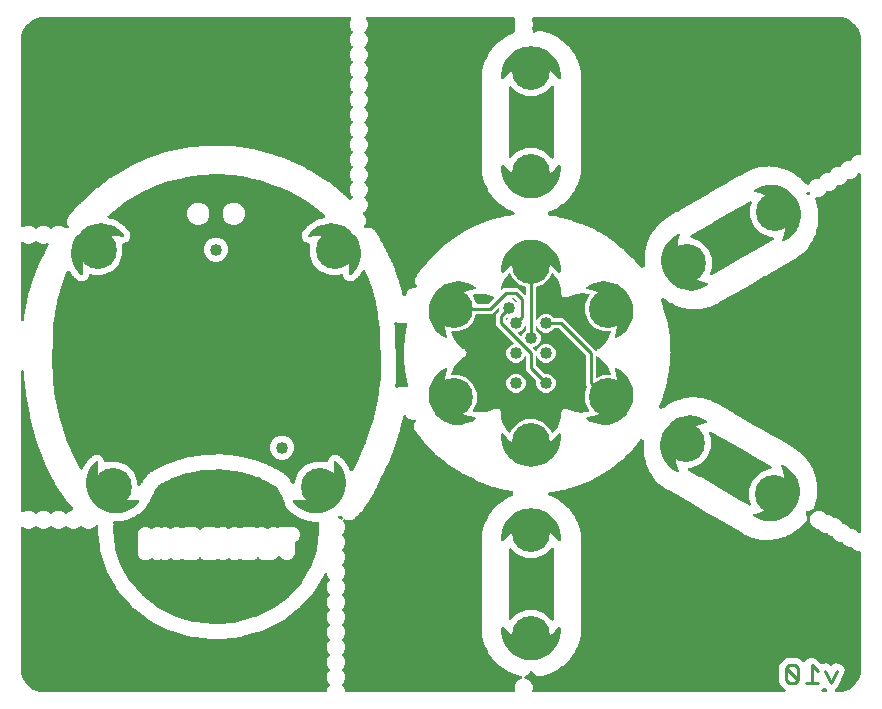
<source format=gbr>
G04 EAGLE Gerber RS-274X export*
G75*
%MOMM*%
%FSLAX34Y34*%
%LPD*%
%INBottom Copper*%
%IPPOS*%
%AMOC8*
5,1,8,0,0,1.08239X$1,22.5*%
G01*
%ADD10C,0.279400*%
%ADD11C,3.216000*%
%ADD12C,1.016000*%
%ADD13C,0.254000*%

G36*
X652519Y6368D02*
X652519Y6368D01*
X652658Y6381D01*
X652677Y6388D01*
X652697Y6391D01*
X652826Y6442D01*
X652957Y6489D01*
X652974Y6500D01*
X652993Y6508D01*
X653105Y6589D01*
X653220Y6667D01*
X653234Y6683D01*
X653250Y6694D01*
X653339Y6802D01*
X653431Y6906D01*
X653440Y6924D01*
X653453Y6939D01*
X653512Y7065D01*
X653575Y7189D01*
X653580Y7209D01*
X653589Y7227D01*
X653615Y7363D01*
X653645Y7499D01*
X653644Y7520D01*
X653648Y7539D01*
X653640Y7678D01*
X653635Y7817D01*
X653630Y7837D01*
X653629Y7857D01*
X653586Y7989D01*
X653547Y8123D01*
X653537Y8140D01*
X653531Y8159D01*
X653456Y8277D01*
X653385Y8397D01*
X653367Y8418D01*
X653360Y8428D01*
X653345Y8442D01*
X653279Y8517D01*
X651190Y10606D01*
X648869Y12927D01*
X647883Y15308D01*
X647883Y27885D01*
X648833Y30178D01*
X648869Y30265D01*
X650870Y32266D01*
X651190Y32587D01*
X651191Y32587D01*
X653191Y34587D01*
X654113Y34969D01*
X654114Y34969D01*
X655572Y35574D01*
X663149Y35574D01*
X665414Y34635D01*
X665415Y34635D01*
X665530Y34587D01*
X666613Y33504D01*
X667530Y32587D01*
X668051Y32066D01*
X668090Y32035D01*
X668124Y31999D01*
X668215Y31938D01*
X668302Y31871D01*
X668348Y31851D01*
X668389Y31824D01*
X668493Y31788D01*
X668594Y31744D01*
X668643Y31737D01*
X668690Y31721D01*
X668800Y31712D01*
X668908Y31695D01*
X668958Y31699D01*
X669007Y31695D01*
X669115Y31714D01*
X669225Y31724D01*
X669272Y31741D01*
X669321Y31750D01*
X669421Y31795D01*
X669524Y31832D01*
X669565Y31860D01*
X669611Y31880D01*
X669696Y31949D01*
X669787Y32011D01*
X669820Y32048D01*
X669859Y32079D01*
X669925Y32167D01*
X669998Y32249D01*
X670020Y32293D01*
X670050Y32333D01*
X670121Y32477D01*
X670240Y32765D01*
X672063Y34587D01*
X674443Y35574D01*
X677020Y35574D01*
X679401Y34587D01*
X681402Y32587D01*
X683488Y30501D01*
X683547Y30455D01*
X683599Y30402D01*
X683672Y30358D01*
X683739Y30306D01*
X683807Y30276D01*
X683871Y30238D01*
X683953Y30213D01*
X684031Y30180D01*
X684105Y30168D01*
X684176Y30146D01*
X684261Y30143D01*
X684345Y30130D01*
X684419Y30137D01*
X684494Y30134D01*
X684577Y30152D01*
X684662Y30159D01*
X684732Y30185D01*
X684805Y30200D01*
X684953Y30263D01*
X685359Y30466D01*
X687930Y30649D01*
X690375Y29834D01*
X691272Y29056D01*
X691296Y29040D01*
X691317Y29019D01*
X691428Y28952D01*
X691536Y28879D01*
X691564Y28870D01*
X691589Y28854D01*
X691714Y28817D01*
X691836Y28774D01*
X691865Y28771D01*
X691894Y28763D01*
X692023Y28758D01*
X692153Y28747D01*
X692182Y28751D01*
X692211Y28750D01*
X692339Y28777D01*
X692467Y28799D01*
X692494Y28811D01*
X692522Y28817D01*
X692639Y28875D01*
X692758Y28927D01*
X692781Y28945D01*
X692807Y28958D01*
X692935Y29056D01*
X693832Y29834D01*
X696277Y30649D01*
X698848Y30466D01*
X701152Y29314D01*
X702841Y27367D01*
X703656Y24922D01*
X703473Y22352D01*
X698143Y11692D01*
X698140Y11683D01*
X698135Y11675D01*
X698075Y11526D01*
X697841Y10826D01*
X697637Y10591D01*
X697593Y10525D01*
X697542Y10466D01*
X697461Y10327D01*
X697321Y10048D01*
X696764Y9564D01*
X696757Y9557D01*
X696749Y9552D01*
X696636Y9437D01*
X696153Y8879D01*
X695905Y8755D01*
X695884Y8741D01*
X695861Y8732D01*
X695752Y8653D01*
X695640Y8579D01*
X695624Y8560D01*
X695604Y8546D01*
X695518Y8442D01*
X695428Y8342D01*
X695417Y8320D01*
X695401Y8301D01*
X695343Y8179D01*
X695281Y8059D01*
X695276Y8035D01*
X695265Y8013D01*
X695240Y7881D01*
X695210Y7750D01*
X695210Y7725D01*
X695205Y7700D01*
X695214Y7567D01*
X695217Y7432D01*
X695224Y7408D01*
X695225Y7383D01*
X695267Y7255D01*
X695303Y7126D01*
X695316Y7104D01*
X695323Y7081D01*
X695395Y6967D01*
X695463Y6850D01*
X695480Y6833D01*
X695493Y6812D01*
X695592Y6719D01*
X695686Y6624D01*
X695707Y6611D01*
X695725Y6594D01*
X695843Y6529D01*
X695958Y6460D01*
X695982Y6452D01*
X696004Y6440D01*
X696134Y6407D01*
X696263Y6368D01*
X696287Y6367D01*
X696311Y6361D01*
X696472Y6351D01*
X698500Y6351D01*
X698522Y6353D01*
X698600Y6355D01*
X701381Y6574D01*
X701449Y6588D01*
X701518Y6592D01*
X701674Y6632D01*
X706964Y8351D01*
X707071Y8401D01*
X707182Y8445D01*
X707233Y8477D01*
X707252Y8486D01*
X707268Y8499D01*
X707318Y8531D01*
X711818Y11801D01*
X711905Y11882D01*
X711996Y11958D01*
X712035Y12004D01*
X712050Y12018D01*
X712061Y12036D01*
X712099Y12082D01*
X715369Y16582D01*
X715426Y16686D01*
X715490Y16786D01*
X715512Y16843D01*
X715522Y16861D01*
X715527Y16880D01*
X715549Y16936D01*
X717268Y22226D01*
X717281Y22294D01*
X717304Y22360D01*
X717326Y22519D01*
X717545Y25300D01*
X717545Y25305D01*
X717546Y25309D01*
X717545Y25328D01*
X717549Y25400D01*
X717549Y124460D01*
X717534Y124578D01*
X717527Y124697D01*
X717514Y124735D01*
X717509Y124776D01*
X717466Y124886D01*
X717429Y124999D01*
X717407Y125034D01*
X717392Y125071D01*
X717323Y125167D01*
X717259Y125268D01*
X717229Y125296D01*
X717206Y125329D01*
X717114Y125405D01*
X717027Y125486D01*
X716992Y125506D01*
X716961Y125531D01*
X716853Y125582D01*
X716749Y125640D01*
X716709Y125650D01*
X716673Y125667D01*
X716556Y125689D01*
X716441Y125719D01*
X716381Y125723D01*
X716361Y125727D01*
X716340Y125725D01*
X716280Y125729D01*
X714764Y125729D01*
X711963Y126889D01*
X709685Y129168D01*
X709607Y129228D01*
X709535Y129296D01*
X709482Y129325D01*
X709434Y129362D01*
X709343Y129402D01*
X709256Y129450D01*
X709198Y129465D01*
X709142Y129489D01*
X709044Y129504D01*
X708948Y129529D01*
X708848Y129535D01*
X708828Y129539D01*
X708816Y129537D01*
X708788Y129539D01*
X707144Y129539D01*
X704343Y130699D01*
X702065Y132978D01*
X701987Y133038D01*
X701915Y133106D01*
X701862Y133135D01*
X701814Y133172D01*
X701723Y133212D01*
X701636Y133260D01*
X701578Y133275D01*
X701522Y133299D01*
X701424Y133314D01*
X701328Y133339D01*
X701228Y133345D01*
X701208Y133349D01*
X701196Y133347D01*
X701168Y133349D01*
X699524Y133349D01*
X696723Y134509D01*
X694579Y136653D01*
X694168Y137646D01*
X694154Y137671D01*
X694145Y137699D01*
X694075Y137809D01*
X694011Y137922D01*
X693990Y137943D01*
X693974Y137968D01*
X693880Y138057D01*
X693790Y138150D01*
X693764Y138166D01*
X693743Y138186D01*
X693629Y138249D01*
X693518Y138317D01*
X693490Y138325D01*
X693464Y138340D01*
X693339Y138372D01*
X693236Y138404D01*
X690373Y139589D01*
X689365Y140598D01*
X689287Y140658D01*
X689215Y140726D01*
X689162Y140755D01*
X689114Y140792D01*
X689023Y140832D01*
X688936Y140880D01*
X688878Y140895D01*
X688822Y140919D01*
X688724Y140934D01*
X688628Y140959D01*
X688528Y140965D01*
X688508Y140969D01*
X688496Y140967D01*
X688468Y140969D01*
X686824Y140969D01*
X684023Y142129D01*
X681745Y144408D01*
X681667Y144468D01*
X681595Y144536D01*
X681542Y144565D01*
X681494Y144602D01*
X681403Y144642D01*
X681316Y144690D01*
X681258Y144705D01*
X681202Y144729D01*
X681104Y144744D01*
X681008Y144769D01*
X680908Y144775D01*
X680888Y144779D01*
X680876Y144777D01*
X680848Y144779D01*
X680474Y144779D01*
X677673Y145939D01*
X675529Y148083D01*
X674369Y150884D01*
X674369Y153916D01*
X675529Y156717D01*
X677673Y158861D01*
X680474Y160021D01*
X683506Y160021D01*
X686307Y158861D01*
X688585Y156582D01*
X688663Y156522D01*
X688735Y156454D01*
X688788Y156425D01*
X688836Y156388D01*
X688927Y156348D01*
X689014Y156300D01*
X689072Y156285D01*
X689128Y156261D01*
X689226Y156246D01*
X689322Y156221D01*
X689422Y156215D01*
X689442Y156211D01*
X689454Y156213D01*
X689482Y156211D01*
X689856Y156211D01*
X692657Y155051D01*
X693665Y154042D01*
X693743Y153982D01*
X693815Y153914D01*
X693868Y153885D01*
X693916Y153848D01*
X694007Y153808D01*
X694094Y153760D01*
X694152Y153745D01*
X694208Y153721D01*
X694306Y153706D01*
X694402Y153681D01*
X694502Y153675D01*
X694522Y153671D01*
X694534Y153673D01*
X694562Y153671D01*
X696206Y153671D01*
X699007Y152511D01*
X701151Y150367D01*
X701562Y149374D01*
X701576Y149349D01*
X701585Y149321D01*
X701655Y149211D01*
X701719Y149098D01*
X701740Y149077D01*
X701756Y149052D01*
X701850Y148963D01*
X701940Y148870D01*
X701966Y148854D01*
X701987Y148834D01*
X702101Y148771D01*
X702212Y148703D01*
X702240Y148695D01*
X702266Y148680D01*
X702391Y148648D01*
X702494Y148616D01*
X705357Y147431D01*
X707635Y145152D01*
X707713Y145092D01*
X707785Y145024D01*
X707838Y144995D01*
X707886Y144958D01*
X707977Y144918D01*
X708064Y144870D01*
X708122Y144855D01*
X708178Y144831D01*
X708276Y144816D01*
X708372Y144791D01*
X708472Y144785D01*
X708492Y144781D01*
X708504Y144783D01*
X708532Y144781D01*
X710176Y144781D01*
X712977Y143621D01*
X715255Y141342D01*
X715333Y141282D01*
X715405Y141214D01*
X715458Y141185D01*
X715506Y141148D01*
X715597Y141108D01*
X715684Y141060D01*
X715742Y141045D01*
X715798Y141021D01*
X715896Y141006D01*
X715992Y140981D01*
X716092Y140975D01*
X716112Y140971D01*
X716124Y140973D01*
X716152Y140971D01*
X716280Y140971D01*
X716398Y140986D01*
X716517Y140993D01*
X716555Y141006D01*
X716596Y141011D01*
X716706Y141054D01*
X716819Y141091D01*
X716854Y141113D01*
X716891Y141128D01*
X716987Y141197D01*
X717088Y141261D01*
X717116Y141291D01*
X717149Y141314D01*
X717225Y141406D01*
X717306Y141493D01*
X717326Y141528D01*
X717351Y141559D01*
X717402Y141667D01*
X717460Y141771D01*
X717470Y141811D01*
X717487Y141847D01*
X717509Y141964D01*
X717539Y142079D01*
X717543Y142139D01*
X717547Y142159D01*
X717545Y142180D01*
X717549Y142240D01*
X717549Y444500D01*
X717534Y444618D01*
X717527Y444737D01*
X717514Y444775D01*
X717509Y444816D01*
X717466Y444926D01*
X717429Y445039D01*
X717407Y445074D01*
X717392Y445111D01*
X717323Y445207D01*
X717259Y445308D01*
X717229Y445336D01*
X717206Y445369D01*
X717114Y445445D01*
X717027Y445526D01*
X716992Y445546D01*
X716961Y445571D01*
X716853Y445622D01*
X716749Y445680D01*
X716709Y445690D01*
X716673Y445707D01*
X716556Y445729D01*
X716441Y445759D01*
X716381Y445763D01*
X716361Y445767D01*
X716340Y445765D01*
X716280Y445769D01*
X715434Y445769D01*
X715405Y445766D01*
X715376Y445768D01*
X715248Y445746D01*
X715119Y445729D01*
X715091Y445719D01*
X715062Y445714D01*
X714944Y445660D01*
X714823Y445612D01*
X714799Y445595D01*
X714772Y445583D01*
X714671Y445502D01*
X714566Y445426D01*
X714547Y445403D01*
X714524Y445384D01*
X714446Y445281D01*
X714363Y445181D01*
X714350Y445154D01*
X714333Y445130D01*
X714262Y444986D01*
X713851Y443993D01*
X711707Y441849D01*
X708906Y440689D01*
X706544Y440689D01*
X706515Y440686D01*
X706486Y440688D01*
X706358Y440666D01*
X706229Y440649D01*
X706201Y440639D01*
X706172Y440634D01*
X706054Y440580D01*
X705933Y440532D01*
X705909Y440515D01*
X705882Y440503D01*
X705781Y440422D01*
X705676Y440346D01*
X705657Y440323D01*
X705634Y440304D01*
X705556Y440201D01*
X705473Y440101D01*
X705460Y440074D01*
X705443Y440050D01*
X705372Y439906D01*
X704961Y438913D01*
X702817Y436769D01*
X700016Y435609D01*
X697654Y435609D01*
X697625Y435606D01*
X697596Y435608D01*
X697468Y435586D01*
X697339Y435569D01*
X697311Y435559D01*
X697282Y435554D01*
X697164Y435500D01*
X697043Y435452D01*
X697019Y435435D01*
X696992Y435423D01*
X696891Y435342D01*
X696786Y435266D01*
X696767Y435243D01*
X696744Y435224D01*
X696666Y435121D01*
X696583Y435021D01*
X696570Y434994D01*
X696553Y434970D01*
X696482Y434826D01*
X696071Y433833D01*
X693927Y431689D01*
X691126Y430529D01*
X688764Y430529D01*
X688735Y430526D01*
X688706Y430528D01*
X688578Y430506D01*
X688449Y430489D01*
X688421Y430479D01*
X688392Y430474D01*
X688274Y430420D01*
X688153Y430372D01*
X688129Y430355D01*
X688102Y430343D01*
X688001Y430262D01*
X687896Y430186D01*
X687877Y430163D01*
X687854Y430144D01*
X687776Y430041D01*
X687693Y429941D01*
X687680Y429914D01*
X687663Y429890D01*
X687592Y429746D01*
X687181Y428753D01*
X685037Y426609D01*
X682236Y425449D01*
X679913Y425449D01*
X679868Y425444D01*
X679822Y425446D01*
X679711Y425424D01*
X679598Y425409D01*
X679555Y425393D01*
X679510Y425384D01*
X679408Y425334D01*
X679302Y425292D01*
X679265Y425266D01*
X679224Y425246D01*
X679137Y425172D01*
X679045Y425106D01*
X679016Y425070D01*
X678981Y425041D01*
X678915Y424948D01*
X678842Y424861D01*
X678822Y424819D01*
X678796Y424782D01*
X678755Y424676D01*
X678706Y424573D01*
X678698Y424528D01*
X678681Y424485D01*
X678668Y424372D01*
X678647Y424261D01*
X678650Y424215D01*
X678644Y424169D01*
X678659Y424057D01*
X678666Y423943D01*
X678681Y423900D01*
X678687Y423854D01*
X678729Y423749D01*
X678764Y423641D01*
X678789Y423602D01*
X678806Y423560D01*
X678894Y423424D01*
X678915Y423396D01*
X678946Y423270D01*
X678985Y423171D01*
X679015Y423068D01*
X679053Y422994D01*
X679061Y422974D01*
X679071Y422961D01*
X679089Y422925D01*
X679156Y422814D01*
X679287Y421931D01*
X679292Y421912D01*
X679311Y421810D01*
X680508Y417022D01*
X680532Y416962D01*
X680546Y416898D01*
X680610Y416750D01*
X680786Y416408D01*
X680839Y415770D01*
X680843Y415747D01*
X680843Y415724D01*
X680872Y415566D01*
X681027Y414945D01*
X680971Y414564D01*
X680969Y414499D01*
X680958Y414434D01*
X680961Y414274D01*
X681318Y409918D01*
X681332Y409855D01*
X681335Y409791D01*
X681374Y409635D01*
X681494Y409262D01*
X681441Y408630D01*
X681442Y408606D01*
X681438Y408582D01*
X681441Y408421D01*
X681493Y407790D01*
X681373Y407417D01*
X681361Y407354D01*
X681340Y407293D01*
X681316Y407134D01*
X680963Y402899D01*
X680966Y402830D01*
X680960Y402762D01*
X680974Y402602D01*
X681029Y402242D01*
X680871Y401600D01*
X680869Y401580D01*
X680862Y401562D01*
X680839Y401403D01*
X680784Y400744D01*
X680617Y400420D01*
X680594Y400356D01*
X680561Y400295D01*
X680537Y400218D01*
X680533Y400211D01*
X680532Y400202D01*
X680513Y400142D01*
X679524Y396115D01*
X679517Y396059D01*
X679502Y396005D01*
X679488Y395845D01*
X679476Y395405D01*
X679239Y394870D01*
X679229Y394839D01*
X679214Y394811D01*
X679166Y394657D01*
X679026Y394088D01*
X678766Y393734D01*
X678739Y393685D01*
X678704Y393641D01*
X678629Y393498D01*
X676902Y389614D01*
X676886Y389558D01*
X676860Y389506D01*
X676818Y389350D01*
X676733Y388930D01*
X676400Y388435D01*
X676386Y388408D01*
X676367Y388384D01*
X676293Y388242D01*
X676050Y387696D01*
X675740Y387401D01*
X675703Y387356D01*
X675659Y387318D01*
X675561Y387190D01*
X673180Y383654D01*
X673156Y383606D01*
X673124Y383562D01*
X673054Y383417D01*
X672886Y382996D01*
X672486Y382587D01*
X672465Y382560D01*
X672440Y382537D01*
X672341Y382409D01*
X672022Y381935D01*
X671644Y381684D01*
X671603Y381649D01*
X671557Y381621D01*
X671437Y381513D01*
X668365Y378368D01*
X668333Y378325D01*
X668294Y378289D01*
X668200Y378159D01*
X667954Y377770D01*
X667492Y377444D01*
X667466Y377420D01*
X667436Y377402D01*
X667316Y377294D01*
X666920Y376889D01*
X666498Y376708D01*
X666452Y376681D01*
X666403Y376662D01*
X666266Y376578D01*
X662775Y374114D01*
X662692Y374039D01*
X662604Y373969D01*
X662557Y373915D01*
X662541Y373900D01*
X662531Y373885D01*
X662499Y373848D01*
X662440Y373771D01*
X661641Y373307D01*
X661623Y373294D01*
X661546Y373246D01*
X660790Y372713D01*
X660696Y372692D01*
X660590Y372654D01*
X660482Y372623D01*
X660417Y372591D01*
X660397Y372584D01*
X660382Y372573D01*
X660338Y372552D01*
X638340Y359787D01*
X638335Y359783D01*
X638329Y359781D01*
X638285Y359746D01*
X637038Y359031D01*
X637036Y359030D01*
X637032Y359028D01*
X635826Y358329D01*
X635721Y358277D01*
X630119Y355066D01*
X630113Y355061D01*
X630106Y355058D01*
X630073Y355033D01*
X628809Y354315D01*
X628807Y354314D01*
X628804Y354312D01*
X627572Y353606D01*
X627492Y353567D01*
X620725Y349724D01*
X620722Y349722D01*
X620715Y349718D01*
X597633Y336325D01*
X597552Y336263D01*
X597466Y336209D01*
X597397Y336145D01*
X597380Y336132D01*
X597372Y336122D01*
X597348Y336100D01*
X597202Y335946D01*
X596298Y335542D01*
X596283Y335533D01*
X596178Y335481D01*
X595355Y335003D01*
X595159Y334977D01*
X595061Y334951D01*
X594961Y334934D01*
X594872Y334901D01*
X594852Y334895D01*
X594840Y334889D01*
X594810Y334878D01*
X591238Y333283D01*
X591184Y333251D01*
X591126Y333226D01*
X590992Y333138D01*
X590673Y332898D01*
X590067Y332741D01*
X590043Y332732D01*
X590018Y332727D01*
X589867Y332671D01*
X589295Y332416D01*
X588897Y332405D01*
X588834Y332396D01*
X588771Y332395D01*
X588613Y332365D01*
X584418Y331280D01*
X584370Y331261D01*
X584320Y331251D01*
X584171Y331188D01*
X583750Y330979D01*
X583196Y330942D01*
X583160Y330935D01*
X583122Y330935D01*
X582964Y330904D01*
X582427Y330765D01*
X581961Y330831D01*
X581910Y330831D01*
X581860Y330841D01*
X581699Y330840D01*
X577443Y330552D01*
X577383Y330540D01*
X577321Y330537D01*
X577165Y330501D01*
X576774Y330384D01*
X576160Y330447D01*
X576133Y330446D01*
X576106Y330451D01*
X575945Y330450D01*
X575329Y330408D01*
X574943Y330538D01*
X574883Y330551D01*
X574825Y330572D01*
X574666Y330598D01*
X570456Y331027D01*
X570397Y331025D01*
X570338Y331033D01*
X570177Y331024D01*
X569760Y330974D01*
X569177Y331138D01*
X569149Y331142D01*
X569122Y331152D01*
X568963Y331178D01*
X568361Y331240D01*
X567991Y331439D01*
X567935Y331460D01*
X567884Y331490D01*
X567732Y331544D01*
X563701Y332675D01*
X563635Y332685D01*
X563570Y332704D01*
X563410Y332721D01*
X563038Y332736D01*
X562446Y333010D01*
X562426Y333017D01*
X562408Y333027D01*
X562256Y333081D01*
X561627Y333257D01*
X561335Y333487D01*
X561277Y333522D01*
X561225Y333564D01*
X561083Y333641D01*
X557240Y335421D01*
X557186Y335438D01*
X557136Y335463D01*
X556981Y335508D01*
X556553Y335603D01*
X556072Y335939D01*
X556044Y335954D01*
X556019Y335974D01*
X555878Y336051D01*
X555346Y336298D01*
X555048Y336620D01*
X555005Y336657D01*
X554968Y336700D01*
X554843Y336800D01*
X551238Y339324D01*
X551180Y339354D01*
X551127Y339393D01*
X550982Y339462D01*
X550625Y339605D01*
X550449Y339777D01*
X550360Y339845D01*
X550276Y339919D01*
X550233Y339940D01*
X550195Y339969D01*
X550092Y340012D01*
X549993Y340063D01*
X549946Y340074D01*
X549902Y340092D01*
X549791Y340108D01*
X549682Y340133D01*
X549635Y340131D01*
X549587Y340138D01*
X549476Y340127D01*
X549364Y340123D01*
X549319Y340110D01*
X549271Y340105D01*
X549166Y340066D01*
X549059Y340035D01*
X549018Y340011D01*
X548973Y339994D01*
X548881Y339930D01*
X548785Y339873D01*
X548730Y339825D01*
X548712Y339812D01*
X548700Y339799D01*
X548664Y339767D01*
X548174Y339277D01*
X548144Y339238D01*
X548107Y339205D01*
X548047Y339112D01*
X547979Y339025D01*
X547959Y338980D01*
X547932Y338939D01*
X547896Y338835D01*
X547853Y338733D01*
X547845Y338685D01*
X547829Y338638D01*
X547820Y338528D01*
X547803Y338419D01*
X547807Y338370D01*
X547803Y338321D01*
X547822Y338213D01*
X547833Y338103D01*
X547849Y338056D01*
X547858Y338008D01*
X547914Y337857D01*
X548591Y336358D01*
X548645Y336269D01*
X548691Y336176D01*
X548745Y336105D01*
X548757Y336087D01*
X548767Y336076D01*
X548789Y336048D01*
X548885Y335937D01*
X549162Y335107D01*
X549170Y335090D01*
X549209Y334987D01*
X549569Y334189D01*
X549571Y334121D01*
X549584Y334039D01*
X549587Y333956D01*
X549619Y333813D01*
X549620Y333806D01*
X549621Y333804D01*
X549622Y333799D01*
X549812Y333158D01*
X549818Y333146D01*
X549825Y333117D01*
X550202Y331988D01*
X550206Y331865D01*
X550210Y331849D01*
X550210Y331841D01*
X550215Y331826D01*
X550242Y331708D01*
X552649Y323583D01*
X552710Y323445D01*
X552760Y323327D01*
X553069Y322168D01*
X553073Y322158D01*
X553079Y322134D01*
X553244Y321577D01*
X553279Y321496D01*
X553306Y321411D01*
X553366Y321299D01*
X553371Y321286D01*
X553375Y321281D01*
X553382Y321269D01*
X553423Y321202D01*
X553567Y320326D01*
X553572Y320307D01*
X553593Y320204D01*
X553822Y319346D01*
X553804Y319213D01*
X553803Y319107D01*
X553794Y319001D01*
X553802Y318917D01*
X553802Y318895D01*
X553806Y318880D01*
X553810Y318841D01*
X555246Y310065D01*
X555276Y309964D01*
X555297Y309861D01*
X555330Y309781D01*
X555336Y309760D01*
X555344Y309747D01*
X555358Y309712D01*
X555420Y309587D01*
X555475Y308706D01*
X555478Y308687D01*
X555489Y308580D01*
X555631Y307709D01*
X555603Y307588D01*
X555593Y307489D01*
X555573Y307391D01*
X555572Y307293D01*
X555570Y307272D01*
X555572Y307260D01*
X555571Y307230D01*
X555600Y306705D01*
X555600Y306702D01*
X555600Y306694D01*
X555684Y305361D01*
X555684Y305358D01*
X555683Y305354D01*
X555681Y305193D01*
X556131Y296874D01*
X556147Y296786D01*
X556148Y296772D01*
X556152Y296761D01*
X556155Y296742D01*
X556174Y296609D01*
X556185Y296576D01*
X556188Y296561D01*
X556197Y296541D01*
X556211Y296501D01*
X556211Y295436D01*
X556213Y295417D01*
X556213Y295367D01*
X556249Y294686D01*
X556265Y294598D01*
X556271Y294509D01*
X556286Y294455D01*
X556278Y294344D01*
X556278Y294341D01*
X556277Y294252D01*
X556270Y294197D01*
X556267Y294183D01*
X556267Y294176D01*
X556265Y294162D01*
X556214Y293449D01*
X556215Y293427D01*
X556211Y293358D01*
X556211Y292367D01*
X556200Y292341D01*
X556168Y292222D01*
X556128Y292105D01*
X556121Y292052D01*
X556116Y292034D01*
X556116Y292013D01*
X556107Y291946D01*
X555488Y283281D01*
X555495Y283146D01*
X555497Y283011D01*
X555504Y282978D01*
X555505Y282963D01*
X555511Y282943D01*
X555519Y282904D01*
X555387Y281843D01*
X555387Y281825D01*
X555380Y281776D01*
X555340Y281218D01*
X555346Y281111D01*
X555345Y281075D01*
X555330Y280987D01*
X555329Y280967D01*
X555315Y280863D01*
X555302Y280677D01*
X555278Y280626D01*
X555259Y280543D01*
X555252Y280523D01*
X555250Y280507D01*
X555241Y280469D01*
X555149Y279928D01*
X555148Y279912D01*
X555140Y279871D01*
X555001Y278754D01*
X554988Y278724D01*
X554931Y278597D01*
X554925Y278570D01*
X554920Y278559D01*
X554918Y278539D01*
X554894Y278440D01*
X553415Y269800D01*
X553410Y269689D01*
X553397Y269579D01*
X553402Y269504D01*
X553401Y269482D01*
X553405Y269465D01*
X553408Y269419D01*
X553422Y269314D01*
X553186Y268429D01*
X553183Y268408D01*
X553161Y268316D01*
X553007Y267413D01*
X552967Y267351D01*
X552926Y267262D01*
X552875Y267176D01*
X552842Y267082D01*
X552833Y267063D01*
X552831Y267051D01*
X552821Y267025D01*
X552684Y266546D01*
X552683Y266539D01*
X552677Y266523D01*
X552349Y265293D01*
X552321Y265245D01*
X552320Y265241D01*
X552319Y265240D01*
X552317Y265235D01*
X552267Y265093D01*
X549873Y256754D01*
X549857Y256650D01*
X549832Y256549D01*
X549829Y256486D01*
X549827Y256473D01*
X549827Y256459D01*
X549824Y256440D01*
X549826Y256425D01*
X549824Y256388D01*
X549826Y256244D01*
X549500Y255429D01*
X549495Y255411D01*
X549458Y255308D01*
X549216Y254464D01*
X549126Y254351D01*
X549072Y254262D01*
X549010Y254177D01*
X548972Y254098D01*
X548961Y254079D01*
X548956Y254065D01*
X548941Y254032D01*
X546667Y248349D01*
X546639Y248241D01*
X546603Y248135D01*
X546599Y248087D01*
X546587Y248041D01*
X546587Y247929D01*
X546578Y247818D01*
X546586Y247771D01*
X546586Y247723D01*
X546613Y247615D01*
X546632Y247505D01*
X546652Y247461D01*
X546664Y247414D01*
X546717Y247317D01*
X546763Y247215D01*
X546793Y247178D01*
X546816Y247135D01*
X546892Y247054D01*
X546961Y246967D01*
X547000Y246938D01*
X547033Y246903D01*
X547127Y246843D01*
X547216Y246775D01*
X547282Y246743D01*
X547301Y246731D01*
X547318Y246725D01*
X547360Y246705D01*
X547971Y246451D01*
X547974Y246449D01*
X548071Y246407D01*
X548163Y246357D01*
X548216Y246344D01*
X548266Y246322D01*
X548370Y246306D01*
X548471Y246281D01*
X548526Y246281D01*
X548580Y246272D01*
X548685Y246282D01*
X548789Y246283D01*
X548842Y246297D01*
X548897Y246302D01*
X548996Y246337D01*
X549097Y246364D01*
X549145Y246391D01*
X549196Y246409D01*
X549283Y246468D01*
X549374Y246519D01*
X549442Y246576D01*
X549460Y246588D01*
X549470Y246599D01*
X549498Y246623D01*
X549889Y246996D01*
X550254Y247138D01*
X550311Y247168D01*
X550371Y247190D01*
X550510Y247272D01*
X554064Y249689D01*
X554113Y249732D01*
X554167Y249767D01*
X554284Y249878D01*
X554546Y250162D01*
X555125Y250431D01*
X555145Y250443D01*
X555167Y250451D01*
X555306Y250533D01*
X555834Y250892D01*
X556212Y250970D01*
X556273Y250991D01*
X556337Y251003D01*
X556487Y251061D01*
X560283Y252819D01*
X560341Y252855D01*
X560402Y252882D01*
X560535Y252973D01*
X560827Y253203D01*
X561456Y253379D01*
X561475Y253388D01*
X561496Y253391D01*
X561646Y253450D01*
X562238Y253724D01*
X562610Y253739D01*
X562677Y253750D01*
X562744Y253752D01*
X562901Y253785D01*
X566925Y254915D01*
X566981Y254938D01*
X567040Y254953D01*
X567186Y255020D01*
X567550Y255217D01*
X568159Y255280D01*
X568186Y255286D01*
X568214Y255287D01*
X568371Y255321D01*
X568960Y255486D01*
X569370Y255437D01*
X569431Y255437D01*
X569491Y255428D01*
X569652Y255434D01*
X573827Y255866D01*
X573875Y255878D01*
X573925Y255880D01*
X574081Y255919D01*
X574538Y256065D01*
X575082Y256019D01*
X575121Y256020D01*
X575159Y256014D01*
X575320Y256021D01*
X575863Y256077D01*
X576322Y255940D01*
X576371Y255932D01*
X576418Y255916D01*
X576578Y255892D01*
X580779Y255536D01*
X580851Y255539D01*
X580923Y255532D01*
X581083Y255547D01*
X581422Y255600D01*
X582085Y255440D01*
X582101Y255438D01*
X582116Y255433D01*
X582276Y255409D01*
X582955Y255351D01*
X583260Y255194D01*
X583327Y255169D01*
X583391Y255135D01*
X583545Y255087D01*
X587752Y254072D01*
X587791Y254068D01*
X587828Y254056D01*
X587988Y254038D01*
X588532Y254011D01*
X588966Y253806D01*
X589014Y253791D01*
X589057Y253767D01*
X589211Y253720D01*
X589678Y253607D01*
X590119Y253286D01*
X590153Y253267D01*
X590183Y253242D01*
X590324Y253165D01*
X594103Y251378D01*
X594213Y251342D01*
X594319Y251299D01*
X594385Y251286D01*
X594405Y251279D01*
X594424Y251278D01*
X594477Y251267D01*
X594555Y251257D01*
X595370Y250784D01*
X595390Y250776D01*
X595464Y250734D01*
X596316Y250332D01*
X596369Y250274D01*
X596456Y250199D01*
X596538Y250118D01*
X596594Y250080D01*
X596610Y250067D01*
X596628Y250058D01*
X596672Y250028D01*
X603728Y245934D01*
X603731Y245933D01*
X603734Y245931D01*
X610621Y241983D01*
X610627Y241981D01*
X610632Y241977D01*
X610684Y241956D01*
X611932Y241232D01*
X611934Y241231D01*
X611938Y241229D01*
X613143Y240538D01*
X613240Y240473D01*
X628115Y231842D01*
X628118Y231840D01*
X628125Y231836D01*
X634910Y227983D01*
X634913Y227981D01*
X634916Y227979D01*
X635008Y227942D01*
X636217Y227241D01*
X636220Y227239D01*
X636227Y227235D01*
X637383Y226578D01*
X637387Y226575D01*
X637390Y226573D01*
X637393Y226570D01*
X637527Y226481D01*
X644328Y222534D01*
X644331Y222533D01*
X644334Y222531D01*
X651221Y218583D01*
X651227Y218581D01*
X651232Y218577D01*
X651285Y218556D01*
X652532Y217832D01*
X652534Y217831D01*
X652538Y217829D01*
X653743Y217138D01*
X653840Y217073D01*
X659470Y213806D01*
X659575Y213762D01*
X659678Y213710D01*
X659743Y213691D01*
X659763Y213682D01*
X659782Y213679D01*
X659832Y213665D01*
X659867Y213657D01*
X660503Y213212D01*
X660522Y213202D01*
X660594Y213154D01*
X661740Y212489D01*
X661855Y212338D01*
X661935Y212257D01*
X662010Y212170D01*
X662063Y212127D01*
X662078Y212112D01*
X662094Y212102D01*
X662136Y212069D01*
X665294Y209858D01*
X665332Y209838D01*
X665365Y209812D01*
X665508Y209737D01*
X665985Y209527D01*
X666333Y209162D01*
X666368Y209133D01*
X666398Y209098D01*
X666523Y208998D01*
X666937Y208708D01*
X667217Y208269D01*
X667244Y208236D01*
X667265Y208199D01*
X667369Y208075D01*
X670340Y204959D01*
X670392Y204916D01*
X670438Y204866D01*
X670567Y204770D01*
X670878Y204569D01*
X671249Y204029D01*
X671262Y204014D01*
X671272Y203996D01*
X671376Y203872D01*
X671828Y203398D01*
X671961Y203053D01*
X671994Y202994D01*
X672017Y202930D01*
X672099Y202792D01*
X674441Y199385D01*
X674476Y199346D01*
X674503Y199302D01*
X674613Y199184D01*
X674950Y198864D01*
X675178Y198352D01*
X675197Y198321D01*
X675209Y198287D01*
X675292Y198148D01*
X675609Y197687D01*
X675706Y197232D01*
X675723Y197182D01*
X675731Y197131D01*
X675787Y196980D01*
X677503Y193120D01*
X677538Y193063D01*
X677563Y193001D01*
X677653Y192867D01*
X677880Y192568D01*
X678045Y191940D01*
X678053Y191920D01*
X678057Y191899D01*
X678113Y191748D01*
X678376Y191155D01*
X678386Y190779D01*
X678396Y190713D01*
X678396Y190646D01*
X678427Y190488D01*
X679471Y186523D01*
X679497Y186458D01*
X679514Y186390D01*
X679581Y186244D01*
X679750Y185929D01*
X679818Y185265D01*
X679822Y185247D01*
X679822Y185228D01*
X679853Y185070D01*
X680023Y184425D01*
X679975Y184071D01*
X679974Y184001D01*
X679964Y183932D01*
X679970Y183771D01*
X680398Y179565D01*
X680409Y179514D01*
X680412Y179462D01*
X680451Y179306D01*
X680594Y178862D01*
X680547Y178305D01*
X680549Y178268D01*
X680543Y178232D01*
X680549Y178071D01*
X680606Y177516D01*
X680472Y177068D01*
X680463Y177017D01*
X680446Y176969D01*
X680423Y176809D01*
X680062Y172483D01*
X680065Y172417D01*
X680058Y172351D01*
X680072Y172191D01*
X680127Y171815D01*
X679971Y171189D01*
X679968Y171167D01*
X679961Y171146D01*
X679937Y170987D01*
X679884Y170344D01*
X679710Y170006D01*
X679687Y169944D01*
X679656Y169886D01*
X679607Y169733D01*
X678367Y164774D01*
X678365Y164756D01*
X678353Y164712D01*
X678140Y163632D01*
X678115Y163583D01*
X678050Y163462D01*
X678040Y163433D01*
X678034Y163421D01*
X678030Y163400D01*
X678021Y163373D01*
X677375Y162501D01*
X677367Y162486D01*
X677339Y162450D01*
X676729Y161534D01*
X676687Y161498D01*
X676581Y161412D01*
X676561Y161388D01*
X676551Y161379D01*
X676538Y161362D01*
X676520Y161340D01*
X675590Y160782D01*
X675576Y160771D01*
X675536Y160748D01*
X674622Y160135D01*
X674570Y160118D01*
X674439Y160079D01*
X674411Y160065D01*
X674398Y160061D01*
X674381Y160049D01*
X674355Y160036D01*
X673282Y159876D01*
X673265Y159872D01*
X673220Y159865D01*
X672140Y159650D01*
X672086Y159653D01*
X671950Y159668D01*
X671918Y159665D01*
X671905Y159666D01*
X671884Y159662D01*
X671789Y159654D01*
X671661Y159635D01*
X671550Y159604D01*
X671437Y159581D01*
X671397Y159561D01*
X671355Y159549D01*
X671255Y159492D01*
X671151Y159441D01*
X671118Y159412D01*
X671079Y159390D01*
X670997Y159309D01*
X670909Y159235D01*
X670884Y159198D01*
X670852Y159167D01*
X670793Y159069D01*
X670726Y158975D01*
X670711Y158933D01*
X670688Y158895D01*
X670654Y158785D01*
X670614Y158677D01*
X670609Y158633D01*
X670596Y158591D01*
X670591Y158476D01*
X670578Y158361D01*
X670585Y158317D01*
X670583Y158273D01*
X670607Y158160D01*
X670623Y158046D01*
X670645Y157983D01*
X670649Y157962D01*
X670658Y157945D01*
X670675Y157894D01*
X670754Y157703D01*
X670815Y157595D01*
X670870Y157485D01*
X670902Y157443D01*
X670912Y157426D01*
X670927Y157411D01*
X670968Y157357D01*
X670985Y157337D01*
X671299Y156395D01*
X671309Y156376D01*
X671331Y156311D01*
X671711Y155393D01*
X671711Y155367D01*
X671726Y155244D01*
X671735Y155121D01*
X671748Y155070D01*
X671751Y155051D01*
X671758Y155031D01*
X671776Y154965D01*
X671784Y154940D01*
X671714Y153950D01*
X671715Y153928D01*
X671711Y153860D01*
X671711Y152867D01*
X671701Y152842D01*
X671668Y152723D01*
X671629Y152606D01*
X671622Y152554D01*
X671617Y152535D01*
X671616Y152514D01*
X671607Y152446D01*
X671605Y152420D01*
X671161Y151532D01*
X671154Y151512D01*
X671124Y151450D01*
X670744Y150533D01*
X670725Y150514D01*
X670649Y150416D01*
X670568Y150323D01*
X670542Y150278D01*
X670530Y150262D01*
X670522Y150243D01*
X670487Y150184D01*
X670475Y150160D01*
X669726Y149510D01*
X669711Y149494D01*
X669660Y149448D01*
X666040Y145829D01*
X666005Y145783D01*
X665962Y145744D01*
X665867Y145614D01*
X665637Y145252D01*
X665149Y144910D01*
X665126Y144890D01*
X665100Y144874D01*
X664979Y144768D01*
X664557Y144346D01*
X664161Y144182D01*
X664110Y144153D01*
X664056Y144133D01*
X663919Y144049D01*
X660303Y141518D01*
X660257Y141476D01*
X660206Y141443D01*
X660090Y141331D01*
X659816Y141028D01*
X659258Y140765D01*
X659235Y140750D01*
X659210Y140741D01*
X659200Y140734D01*
X659199Y140734D01*
X659073Y140657D01*
X658567Y140303D01*
X658169Y140215D01*
X658111Y140194D01*
X658051Y140182D01*
X657901Y140123D01*
X653952Y138256D01*
X653899Y138223D01*
X653842Y138198D01*
X653710Y138106D01*
X653393Y137857D01*
X652794Y137689D01*
X652770Y137679D01*
X652744Y137674D01*
X652594Y137614D01*
X652032Y137349D01*
X651629Y137329D01*
X651568Y137318D01*
X651506Y137317D01*
X651348Y137283D01*
X647288Y136144D01*
X647233Y136120D01*
X647176Y136106D01*
X647029Y136039D01*
X646659Y135840D01*
X646057Y135778D01*
X646029Y135772D01*
X646000Y135771D01*
X645843Y135738D01*
X645260Y135574D01*
X644843Y135624D01*
X644784Y135624D01*
X644725Y135633D01*
X644564Y135627D01*
X640354Y135198D01*
X640294Y135185D01*
X640232Y135180D01*
X640077Y135138D01*
X639691Y135008D01*
X639075Y135050D01*
X639048Y135049D01*
X639021Y135053D01*
X638860Y135047D01*
X638246Y134984D01*
X637855Y135101D01*
X637795Y135111D01*
X637736Y135131D01*
X637577Y135152D01*
X633399Y135435D01*
X633335Y135431D01*
X633271Y135437D01*
X633111Y135422D01*
X632723Y135359D01*
X632108Y135505D01*
X632084Y135508D01*
X632060Y135515D01*
X631901Y135537D01*
X631270Y135579D01*
X630918Y135754D01*
X630858Y135775D01*
X630801Y135805D01*
X630647Y135852D01*
X626304Y136882D01*
X626263Y136887D01*
X626224Y136899D01*
X626064Y136915D01*
X625531Y136938D01*
X625085Y137145D01*
X625040Y137160D01*
X624997Y137182D01*
X624844Y137229D01*
X624365Y137343D01*
X623932Y137655D01*
X623897Y137674D01*
X623865Y137700D01*
X623724Y137777D01*
X620057Y139479D01*
X619952Y139513D01*
X619849Y139555D01*
X619775Y139569D01*
X619754Y139576D01*
X619737Y139577D01*
X619691Y139586D01*
X619565Y139603D01*
X618712Y140098D01*
X618692Y140107D01*
X618609Y140152D01*
X617640Y140602D01*
X617537Y140714D01*
X617452Y140785D01*
X617373Y140863D01*
X617311Y140905D01*
X617294Y140919D01*
X617278Y140927D01*
X617240Y140953D01*
X594205Y154318D01*
X594202Y154320D01*
X594195Y154324D01*
X587428Y158167D01*
X587422Y158170D01*
X587416Y158174D01*
X587377Y158189D01*
X586116Y158912D01*
X586114Y158913D01*
X586111Y158915D01*
X584875Y159617D01*
X584801Y159666D01*
X579199Y162877D01*
X579193Y162879D01*
X579188Y162883D01*
X579136Y162904D01*
X577888Y163628D01*
X577886Y163629D01*
X577882Y163631D01*
X576677Y164322D01*
X576580Y164387D01*
X554582Y177152D01*
X554478Y177195D01*
X554379Y177247D01*
X554309Y177267D01*
X554289Y177275D01*
X554271Y177278D01*
X554224Y177292D01*
X554130Y177313D01*
X553374Y177846D01*
X553355Y177856D01*
X553279Y177907D01*
X552480Y178371D01*
X552421Y178448D01*
X552343Y178528D01*
X552270Y178613D01*
X552213Y178659D01*
X552198Y178674D01*
X552183Y178684D01*
X552145Y178714D01*
X548654Y181178D01*
X548608Y181203D01*
X548566Y181235D01*
X548422Y181308D01*
X548000Y181489D01*
X547604Y181894D01*
X547576Y181916D01*
X547553Y181943D01*
X547428Y182044D01*
X546966Y182370D01*
X546720Y182759D01*
X546687Y182799D01*
X546660Y182845D01*
X546555Y182968D01*
X543483Y186113D01*
X543441Y186147D01*
X543404Y186187D01*
X543276Y186284D01*
X542898Y186535D01*
X542579Y187009D01*
X542556Y187035D01*
X542539Y187065D01*
X542434Y187187D01*
X542034Y187596D01*
X541866Y188017D01*
X541839Y188064D01*
X541821Y188115D01*
X541740Y188254D01*
X539344Y191812D01*
X539309Y191852D01*
X539281Y191898D01*
X539172Y192017D01*
X538845Y192332D01*
X538616Y192855D01*
X538599Y192885D01*
X538587Y192918D01*
X538506Y193057D01*
X538187Y193530D01*
X538097Y193976D01*
X538079Y194027D01*
X538071Y194080D01*
X538016Y194231D01*
X536298Y198168D01*
X536263Y198227D01*
X536237Y198290D01*
X536148Y198424D01*
X535928Y198717D01*
X535763Y199355D01*
X535756Y199373D01*
X535752Y199393D01*
X535697Y199544D01*
X535434Y200148D01*
X535427Y200514D01*
X535417Y200582D01*
X535417Y200650D01*
X535387Y200808D01*
X534310Y204972D01*
X534291Y205020D01*
X534281Y205070D01*
X534218Y205219D01*
X534009Y205640D01*
X533972Y206194D01*
X533965Y206230D01*
X533965Y206268D01*
X533934Y206426D01*
X533795Y206963D01*
X533861Y207429D01*
X533861Y207480D01*
X533871Y207530D01*
X533870Y207691D01*
X533587Y211871D01*
X533573Y211944D01*
X533568Y212018D01*
X533529Y212174D01*
X533427Y212490D01*
X533484Y213180D01*
X533483Y213195D01*
X533486Y213209D01*
X533485Y213370D01*
X533438Y214061D01*
X533544Y214375D01*
X533559Y214448D01*
X533583Y214518D01*
X533607Y214677D01*
X533957Y218949D01*
X533953Y219030D01*
X533960Y219112D01*
X533946Y219189D01*
X533943Y219267D01*
X533919Y219345D01*
X533905Y219425D01*
X533873Y219496D01*
X533850Y219571D01*
X533808Y219641D01*
X533775Y219715D01*
X533726Y219776D01*
X533685Y219843D01*
X533627Y219900D01*
X533576Y219963D01*
X533514Y220011D01*
X533458Y220065D01*
X533387Y220106D01*
X533322Y220155D01*
X533186Y220222D01*
X533182Y220224D01*
X533180Y220224D01*
X533178Y220226D01*
X532296Y220591D01*
X532189Y220620D01*
X532083Y220658D01*
X532036Y220662D01*
X531990Y220675D01*
X531878Y220676D01*
X531767Y220687D01*
X531719Y220679D01*
X531672Y220680D01*
X531563Y220654D01*
X531453Y220636D01*
X531409Y220617D01*
X531362Y220606D01*
X531264Y220553D01*
X531161Y220509D01*
X531124Y220479D01*
X531081Y220457D01*
X530999Y220382D01*
X530911Y220313D01*
X530862Y220258D01*
X530846Y220243D01*
X530836Y220228D01*
X530805Y220192D01*
X529163Y218058D01*
X529098Y217948D01*
X529028Y217841D01*
X529011Y217799D01*
X529002Y217783D01*
X528996Y217762D01*
X528967Y217692D01*
X528967Y217691D01*
X528296Y216926D01*
X528284Y216909D01*
X528244Y216863D01*
X527624Y216057D01*
X527622Y216056D01*
X527520Y215979D01*
X527415Y215907D01*
X527383Y215875D01*
X527369Y215864D01*
X527355Y215847D01*
X527301Y215793D01*
X524692Y212819D01*
X524617Y212708D01*
X524609Y212698D01*
X524569Y212650D01*
X524561Y212633D01*
X524537Y212600D01*
X524522Y212568D01*
X524514Y212556D01*
X524506Y212536D01*
X524487Y212496D01*
X523744Y211736D01*
X523732Y211721D01*
X523697Y211685D01*
X522988Y210878D01*
X522923Y210835D01*
X522808Y210765D01*
X522782Y210742D01*
X522769Y210733D01*
X522755Y210717D01*
X522688Y210658D01*
X519909Y207818D01*
X519828Y207711D01*
X519743Y207608D01*
X519726Y207577D01*
X519717Y207565D01*
X519709Y207545D01*
X519688Y207507D01*
X518904Y206788D01*
X518891Y206774D01*
X518854Y206740D01*
X518102Y205972D01*
X518035Y205933D01*
X517917Y205870D01*
X517889Y205847D01*
X517876Y205840D01*
X517861Y205825D01*
X517791Y205769D01*
X514846Y203069D01*
X514768Y202977D01*
X514685Y202891D01*
X514653Y202841D01*
X514640Y202826D01*
X514631Y202807D01*
X514598Y202756D01*
X514573Y202712D01*
X513810Y202114D01*
X513794Y202098D01*
X513735Y202051D01*
X513020Y201395D01*
X512973Y201378D01*
X512867Y201323D01*
X512757Y201275D01*
X512709Y201242D01*
X512691Y201233D01*
X512675Y201219D01*
X512624Y201184D01*
X509511Y198742D01*
X509415Y198646D01*
X509317Y198553D01*
X509297Y198526D01*
X509287Y198516D01*
X509277Y198498D01*
X509256Y198469D01*
X508376Y197850D01*
X508363Y197838D01*
X508324Y197811D01*
X507467Y197139D01*
X507407Y197114D01*
X507280Y197066D01*
X507251Y197048D01*
X507238Y197043D01*
X507221Y197030D01*
X507143Y196982D01*
X503837Y194656D01*
X503744Y194571D01*
X503647Y194491D01*
X503615Y194454D01*
X503602Y194441D01*
X503590Y194423D01*
X503544Y194368D01*
X503536Y194357D01*
X502676Y193835D01*
X502660Y193822D01*
X502604Y193788D01*
X501782Y193209D01*
X501769Y193206D01*
X501651Y193164D01*
X501530Y193127D01*
X501487Y193105D01*
X501469Y193098D01*
X501452Y193086D01*
X501388Y193053D01*
X498036Y191018D01*
X497921Y190927D01*
X497805Y190838D01*
X497794Y190825D01*
X497787Y190820D01*
X496782Y190256D01*
X496772Y190248D01*
X496745Y190234D01*
X495730Y189618D01*
X495610Y189586D01*
X495594Y189579D01*
X495587Y189576D01*
X495573Y189568D01*
X495465Y189516D01*
X492102Y187628D01*
X491995Y187549D01*
X491884Y187474D01*
X491858Y187448D01*
X491846Y187439D01*
X491832Y187422D01*
X491800Y187390D01*
X490848Y186922D01*
X490832Y186912D01*
X490786Y186890D01*
X489853Y186366D01*
X489774Y186346D01*
X489643Y186319D01*
X489609Y186305D01*
X489595Y186301D01*
X489576Y186291D01*
X489494Y186257D01*
X486072Y184576D01*
X485969Y184508D01*
X485862Y184446D01*
X485822Y184412D01*
X485807Y184401D01*
X485792Y184386D01*
X485740Y184340D01*
X485723Y184323D01*
X484801Y183948D01*
X484783Y183938D01*
X484720Y183912D01*
X483826Y183473D01*
X483802Y183471D01*
X483681Y183448D01*
X483558Y183431D01*
X483509Y183415D01*
X483490Y183411D01*
X483471Y183402D01*
X483405Y183380D01*
X479821Y181923D01*
X479710Y181860D01*
X479596Y181803D01*
X479560Y181776D01*
X479544Y181767D01*
X479528Y181752D01*
X479468Y181706D01*
X479467Y181705D01*
X478502Y181383D01*
X478483Y181374D01*
X478425Y181355D01*
X477483Y180971D01*
X477481Y180971D01*
X477354Y180956D01*
X477227Y180947D01*
X477183Y180936D01*
X477165Y180934D01*
X477145Y180926D01*
X477072Y180906D01*
X473448Y179698D01*
X473336Y179644D01*
X473220Y179597D01*
X473178Y179569D01*
X473161Y179561D01*
X473145Y179547D01*
X473086Y179508D01*
X473070Y179496D01*
X472102Y179247D01*
X472082Y179239D01*
X472018Y179222D01*
X471070Y178906D01*
X471050Y178907D01*
X470926Y178900D01*
X470801Y178900D01*
X470751Y178891D01*
X470733Y178890D01*
X470712Y178883D01*
X470643Y178870D01*
X466832Y177887D01*
X466719Y177842D01*
X466604Y177804D01*
X466555Y177776D01*
X466537Y177769D01*
X466520Y177757D01*
X466463Y177725D01*
X466430Y177704D01*
X465465Y177530D01*
X465445Y177524D01*
X465373Y177510D01*
X464424Y177265D01*
X464385Y177271D01*
X464263Y177272D01*
X464142Y177281D01*
X464087Y177275D01*
X464067Y177275D01*
X464046Y177270D01*
X463982Y177263D01*
X460377Y176613D01*
X460247Y176572D01*
X460117Y176536D01*
X460087Y176522D01*
X460073Y176517D01*
X460055Y176506D01*
X460022Y176490D01*
X458957Y176355D01*
X458939Y176350D01*
X458891Y176345D01*
X457822Y176152D01*
X457755Y176158D01*
X457621Y176175D01*
X457587Y176173D01*
X457573Y176174D01*
X457552Y176171D01*
X457460Y176165D01*
X453722Y175690D01*
X453597Y175658D01*
X453470Y175632D01*
X453430Y175615D01*
X453414Y175611D01*
X453395Y175600D01*
X453321Y175570D01*
X453151Y175486D01*
X453095Y175449D01*
X453033Y175420D01*
X452962Y175362D01*
X452885Y175311D01*
X452840Y175261D01*
X452788Y175218D01*
X452734Y175144D01*
X452672Y175075D01*
X452640Y175016D01*
X452600Y174961D01*
X452566Y174875D01*
X452523Y174794D01*
X452508Y174729D01*
X452483Y174666D01*
X452471Y174574D01*
X452449Y174485D01*
X452451Y174417D01*
X452442Y174350D01*
X452453Y174259D01*
X452455Y174167D01*
X452473Y174102D01*
X452481Y174035D01*
X452515Y173949D01*
X452539Y173860D01*
X452572Y173802D01*
X452597Y173739D01*
X452651Y173664D01*
X452697Y173584D01*
X452744Y173536D01*
X452783Y173481D01*
X452854Y173422D01*
X452918Y173356D01*
X452976Y173321D01*
X453028Y173278D01*
X453169Y173200D01*
X453518Y173034D01*
X453539Y173028D01*
X453558Y173017D01*
X453709Y172962D01*
X454332Y172783D01*
X454627Y172548D01*
X454684Y172513D01*
X454735Y172471D01*
X454876Y172393D01*
X458786Y170544D01*
X458847Y170524D01*
X458905Y170495D01*
X459059Y170451D01*
X459443Y170368D01*
X459963Y170007D01*
X459984Y169996D01*
X460003Y169980D01*
X460144Y169902D01*
X460716Y169632D01*
X460980Y169341D01*
X461028Y169300D01*
X461070Y169251D01*
X461196Y169151D01*
X464670Y166741D01*
X464726Y166711D01*
X464777Y166674D01*
X464922Y166605D01*
X465292Y166457D01*
X465741Y166019D01*
X465761Y166004D01*
X465777Y165985D01*
X465904Y165885D01*
X466418Y165528D01*
X466634Y165192D01*
X466674Y165144D01*
X466707Y165090D01*
X466815Y164970D01*
X469779Y162077D01*
X469829Y162039D01*
X469873Y161994D01*
X470005Y161901D01*
X470347Y161692D01*
X470715Y161188D01*
X470732Y161169D01*
X470746Y161147D01*
X470854Y161028D01*
X471300Y160592D01*
X471458Y160223D01*
X471490Y160169D01*
X471513Y160111D01*
X471599Y159975D01*
X474098Y156548D01*
X474139Y156505D01*
X474171Y156457D01*
X474285Y156343D01*
X474605Y156061D01*
X474869Y155524D01*
X474885Y155499D01*
X474896Y155471D01*
X474983Y155335D01*
X475336Y154851D01*
X475436Y154436D01*
X475457Y154382D01*
X475469Y154325D01*
X475530Y154176D01*
X477415Y150333D01*
X477443Y150291D01*
X477463Y150245D01*
X477553Y150112D01*
X477846Y149737D01*
X477992Y149207D01*
X478007Y149172D01*
X478015Y149135D01*
X478076Y148986D01*
X478318Y148493D01*
X478348Y148017D01*
X478358Y147968D01*
X478358Y147918D01*
X478391Y147760D01*
X479557Y143536D01*
X479580Y143480D01*
X479594Y143422D01*
X479661Y143275D01*
X479857Y142909D01*
X479916Y142302D01*
X479922Y142275D01*
X479923Y142246D01*
X479956Y142089D01*
X480118Y141501D01*
X480067Y141089D01*
X480067Y141029D01*
X480058Y140969D01*
X480063Y140808D01*
X480470Y136677D01*
X480493Y136573D01*
X480508Y136468D01*
X480535Y136388D01*
X480540Y136367D01*
X480547Y136353D01*
X480560Y136316D01*
X480611Y136193D01*
X480611Y135304D01*
X480613Y135284D01*
X480617Y135180D01*
X480704Y134294D01*
X480665Y134168D01*
X480648Y134063D01*
X480621Y133960D01*
X480616Y133876D01*
X480612Y133854D01*
X480613Y133838D01*
X480611Y133799D01*
X480611Y61261D01*
X480624Y61155D01*
X480629Y61049D01*
X480648Y60967D01*
X480651Y60945D01*
X480656Y60931D01*
X480665Y60892D01*
X480704Y60766D01*
X480617Y59880D01*
X480617Y59860D01*
X480611Y59756D01*
X480611Y58667D01*
X480534Y58482D01*
X480506Y58379D01*
X480470Y58280D01*
X480456Y58197D01*
X480450Y58175D01*
X480450Y58160D01*
X480444Y58121D01*
X480063Y54252D01*
X480065Y54192D01*
X480057Y54132D01*
X480067Y53971D01*
X480118Y53559D01*
X479956Y52971D01*
X479952Y52943D01*
X479942Y52917D01*
X479916Y52758D01*
X479857Y52151D01*
X479661Y51785D01*
X479639Y51728D01*
X479609Y51676D01*
X479557Y51524D01*
X478391Y47300D01*
X478384Y47250D01*
X478369Y47202D01*
X478348Y47043D01*
X478318Y46567D01*
X478076Y46074D01*
X478064Y46038D01*
X478045Y46005D01*
X477992Y45853D01*
X477846Y45323D01*
X477553Y44948D01*
X477528Y44905D01*
X477495Y44866D01*
X477415Y44727D01*
X475530Y40884D01*
X475511Y40829D01*
X475484Y40777D01*
X475436Y40624D01*
X475336Y40209D01*
X474983Y39725D01*
X474968Y39699D01*
X474949Y39676D01*
X474869Y39536D01*
X474605Y38999D01*
X474285Y38717D01*
X474247Y38673D01*
X474201Y38636D01*
X474098Y38512D01*
X471599Y35085D01*
X471569Y35030D01*
X471531Y34981D01*
X471458Y34837D01*
X471300Y34468D01*
X470854Y34032D01*
X470838Y34012D01*
X470818Y33996D01*
X470715Y33872D01*
X470347Y33368D01*
X470005Y33159D01*
X469956Y33119D01*
X469902Y33088D01*
X469779Y32983D01*
X466815Y30090D01*
X466776Y30040D01*
X466729Y29997D01*
X466634Y29868D01*
X466418Y29532D01*
X465904Y29175D01*
X465885Y29158D01*
X465863Y29146D01*
X465741Y29041D01*
X465292Y28603D01*
X464922Y28455D01*
X464867Y28424D01*
X464808Y28403D01*
X464670Y28319D01*
X461196Y25909D01*
X461149Y25866D01*
X461095Y25831D01*
X460980Y25719D01*
X460716Y25428D01*
X460144Y25158D01*
X460123Y25145D01*
X460101Y25136D01*
X459963Y25053D01*
X459443Y24692D01*
X459059Y24609D01*
X458999Y24588D01*
X458936Y24576D01*
X458786Y24516D01*
X454876Y22667D01*
X454820Y22632D01*
X454759Y22604D01*
X454627Y22512D01*
X454332Y22277D01*
X453709Y22098D01*
X453689Y22089D01*
X453668Y22085D01*
X453518Y22026D01*
X452932Y21749D01*
X452556Y21730D01*
X452490Y21719D01*
X452424Y21717D01*
X452267Y21682D01*
X447629Y20346D01*
X447617Y20341D01*
X447495Y20299D01*
X446723Y19979D01*
X446536Y19979D01*
X446439Y19967D01*
X446342Y19964D01*
X446240Y19942D01*
X446220Y19939D01*
X446210Y19935D01*
X446185Y19930D01*
X446005Y19878D01*
X445174Y19971D01*
X445160Y19971D01*
X445032Y19979D01*
X444197Y19979D01*
X444024Y20051D01*
X443930Y20077D01*
X443839Y20111D01*
X443736Y20130D01*
X443717Y20135D01*
X443706Y20135D01*
X443680Y20140D01*
X443494Y20161D01*
X442763Y20565D01*
X442750Y20570D01*
X442635Y20626D01*
X441863Y20946D01*
X441730Y21079D01*
X441653Y21138D01*
X441582Y21205D01*
X441495Y21261D01*
X441479Y21274D01*
X441468Y21278D01*
X441446Y21292D01*
X441283Y21383D01*
X440762Y22036D01*
X440752Y22045D01*
X440667Y22142D01*
X440076Y22733D01*
X440004Y22906D01*
X439956Y22990D01*
X439916Y23079D01*
X439857Y23165D01*
X439847Y23182D01*
X439839Y23190D01*
X439824Y23211D01*
X439681Y23390D01*
X439681Y23391D01*
X439640Y23501D01*
X439621Y23530D01*
X439607Y23561D01*
X439531Y23660D01*
X439460Y23763D01*
X439434Y23786D01*
X439413Y23813D01*
X439315Y23890D01*
X439220Y23972D01*
X439189Y23987D01*
X439162Y24009D01*
X439047Y24059D01*
X438936Y24115D01*
X438902Y24122D01*
X438871Y24136D01*
X438747Y24156D01*
X438625Y24182D01*
X438591Y24181D01*
X438557Y24186D01*
X438433Y24175D01*
X438307Y24170D01*
X438274Y24160D01*
X438240Y24157D01*
X438123Y24115D01*
X438002Y24080D01*
X437973Y24062D01*
X437940Y24051D01*
X437837Y23981D01*
X437730Y23916D01*
X437705Y23892D01*
X437677Y23873D01*
X437594Y23779D01*
X437506Y23690D01*
X437489Y23661D01*
X437466Y23635D01*
X437408Y23523D01*
X437346Y23416D01*
X437341Y23403D01*
X437199Y23223D01*
X437150Y23142D01*
X437093Y23066D01*
X437044Y22966D01*
X437035Y22951D01*
X437032Y22941D01*
X437022Y22922D01*
X436944Y22733D01*
X436365Y22154D01*
X436359Y22146D01*
X436267Y22043D01*
X435759Y21401D01*
X435581Y21301D01*
X435504Y21245D01*
X435423Y21197D01*
X435340Y21124D01*
X435325Y21113D01*
X435318Y21105D01*
X435302Y21091D01*
X435157Y20946D01*
X434401Y20633D01*
X434392Y20628D01*
X434268Y20568D01*
X433488Y20133D01*
X433415Y20115D01*
X433411Y20113D01*
X433407Y20112D01*
X433270Y20038D01*
X433134Y19966D01*
X433131Y19964D01*
X433127Y19962D01*
X433013Y19856D01*
X432899Y19753D01*
X432896Y19749D01*
X432893Y19746D01*
X432810Y19617D01*
X432724Y19487D01*
X432723Y19483D01*
X432720Y19479D01*
X432671Y19333D01*
X432621Y19186D01*
X432620Y19182D01*
X432619Y19178D01*
X432608Y19025D01*
X432596Y18869D01*
X432596Y18865D01*
X432596Y18861D01*
X432623Y18709D01*
X432650Y18556D01*
X432652Y18552D01*
X432652Y18548D01*
X432718Y18405D01*
X432781Y18266D01*
X432783Y18262D01*
X432785Y18259D01*
X432883Y18137D01*
X432979Y18017D01*
X432983Y18015D01*
X432985Y18011D01*
X433110Y17919D01*
X433233Y17826D01*
X433238Y17824D01*
X433241Y17822D01*
X433247Y17819D01*
X433378Y17755D01*
X436117Y16621D01*
X438261Y14477D01*
X439421Y11676D01*
X439421Y8644D01*
X439198Y8106D01*
X439185Y8058D01*
X439163Y8013D01*
X439143Y7905D01*
X439114Y7799D01*
X439113Y7749D01*
X439104Y7700D01*
X439110Y7591D01*
X439109Y7481D01*
X439120Y7433D01*
X439123Y7383D01*
X439157Y7279D01*
X439183Y7172D01*
X439206Y7128D01*
X439221Y7081D01*
X439280Y6988D01*
X439332Y6891D01*
X439365Y6854D01*
X439392Y6812D01*
X439472Y6737D01*
X439545Y6655D01*
X439587Y6628D01*
X439623Y6594D01*
X439719Y6541D01*
X439811Y6481D01*
X439858Y6464D01*
X439902Y6440D01*
X440008Y6413D01*
X440112Y6377D01*
X440162Y6373D01*
X440210Y6361D01*
X440370Y6351D01*
X652382Y6351D01*
X652519Y6368D01*
G37*
G36*
X106290Y180983D02*
X106290Y180983D01*
X106411Y180983D01*
X106448Y180993D01*
X106487Y180995D01*
X106602Y181033D01*
X106719Y181063D01*
X106753Y181081D01*
X106789Y181093D01*
X106891Y181158D01*
X106997Y181216D01*
X107025Y181243D01*
X107058Y181264D01*
X107141Y181351D01*
X107229Y181434D01*
X107262Y181481D01*
X107276Y181495D01*
X107286Y181513D01*
X107323Y181565D01*
X107659Y182096D01*
X107788Y182300D01*
X107796Y182317D01*
X107850Y182410D01*
X108245Y183200D01*
X108287Y183237D01*
X108388Y183350D01*
X108495Y183468D01*
X108497Y183471D01*
X108499Y183474D01*
X108571Y183611D01*
X108644Y183749D01*
X108645Y183754D01*
X108646Y183756D01*
X108648Y183763D01*
X108663Y183811D01*
X109273Y184656D01*
X109282Y184674D01*
X109317Y184721D01*
X109867Y185592D01*
X109930Y185650D01*
X109942Y185659D01*
X109950Y185668D01*
X109954Y185672D01*
X110053Y185754D01*
X110081Y185788D01*
X110094Y185799D01*
X110106Y185818D01*
X110156Y185879D01*
X111270Y187422D01*
X111332Y187534D01*
X111399Y187644D01*
X111415Y187686D01*
X111423Y187701D01*
X111428Y187722D01*
X111454Y187792D01*
X112104Y188581D01*
X112115Y188598D01*
X112153Y188645D01*
X112752Y189473D01*
X112849Y189551D01*
X112952Y189627D01*
X112983Y189660D01*
X112996Y189670D01*
X113009Y189688D01*
X113062Y189744D01*
X113418Y190176D01*
X113429Y190193D01*
X113493Y190277D01*
X113986Y191013D01*
X114099Y191089D01*
X114179Y191158D01*
X114265Y191220D01*
X114323Y191282D01*
X114339Y191297D01*
X114348Y191310D01*
X114375Y191338D01*
X114461Y191442D01*
X115243Y191859D01*
X115259Y191870D01*
X115351Y191923D01*
X115841Y192250D01*
X115929Y192327D01*
X116023Y192397D01*
X116065Y192444D01*
X116081Y192458D01*
X116092Y192474D01*
X116131Y192517D01*
X116172Y192568D01*
X117006Y193032D01*
X117024Y193045D01*
X117094Y193085D01*
X117888Y193615D01*
X117953Y193628D01*
X118064Y193665D01*
X118177Y193694D01*
X118235Y193721D01*
X118254Y193728D01*
X118271Y193739D01*
X118323Y193763D01*
X118801Y194029D01*
X118914Y194112D01*
X119030Y194192D01*
X119048Y194210D01*
X119057Y194217D01*
X119070Y194232D01*
X119076Y194238D01*
X120024Y194713D01*
X120140Y194790D01*
X120259Y194864D01*
X120279Y194883D01*
X120289Y194889D01*
X120302Y194904D01*
X120313Y194914D01*
X120671Y195073D01*
X120689Y195085D01*
X120772Y195124D01*
X121114Y195314D01*
X121136Y195319D01*
X121274Y195349D01*
X121298Y195359D01*
X121308Y195361D01*
X121326Y195371D01*
X121422Y195411D01*
X122407Y195904D01*
X122526Y195928D01*
X122535Y195932D01*
X122544Y195934D01*
X122692Y195996D01*
X124998Y197150D01*
X125103Y197220D01*
X125212Y197284D01*
X125248Y197316D01*
X125263Y197326D01*
X125277Y197343D01*
X125332Y197391D01*
X125339Y197398D01*
X126270Y197789D01*
X126288Y197799D01*
X126347Y197824D01*
X127250Y198275D01*
X127259Y198276D01*
X127383Y198301D01*
X127508Y198319D01*
X127553Y198334D01*
X127571Y198338D01*
X127591Y198347D01*
X127660Y198371D01*
X128247Y198618D01*
X128249Y198619D01*
X128251Y198619D01*
X128355Y198680D01*
X129629Y199197D01*
X129633Y199200D01*
X129643Y199203D01*
X130860Y199713D01*
X130876Y199715D01*
X130878Y199716D01*
X130880Y199717D01*
X131033Y199768D01*
X131665Y200025D01*
X131782Y200090D01*
X131901Y200151D01*
X131930Y200173D01*
X131943Y200180D01*
X131958Y200195D01*
X131994Y200223D01*
X132998Y200568D01*
X133015Y200576D01*
X133063Y200592D01*
X134056Y200996D01*
X134137Y201005D01*
X134270Y201016D01*
X134304Y201025D01*
X134319Y201027D01*
X134340Y201035D01*
X134425Y201058D01*
X138403Y202426D01*
X138518Y202482D01*
X138635Y202533D01*
X138673Y202558D01*
X138689Y202566D01*
X138706Y202580D01*
X138768Y202623D01*
X138770Y202625D01*
X139751Y202892D01*
X139770Y202900D01*
X139829Y202916D01*
X140790Y203246D01*
X140793Y203246D01*
X140920Y203254D01*
X141047Y203256D01*
X141093Y203265D01*
X141110Y203267D01*
X141131Y203273D01*
X141205Y203289D01*
X142044Y203517D01*
X142166Y203568D01*
X142291Y203613D01*
X142324Y203633D01*
X142338Y203639D01*
X142356Y203652D01*
X142401Y203679D01*
X143429Y203897D01*
X143447Y203903D01*
X143499Y203914D01*
X144520Y204193D01*
X144613Y204193D01*
X144745Y204187D01*
X144783Y204192D01*
X144799Y204192D01*
X144820Y204198D01*
X144904Y204210D01*
X148884Y205054D01*
X149024Y205103D01*
X149164Y205149D01*
X149176Y205155D01*
X150323Y205360D01*
X150335Y205364D01*
X150363Y205368D01*
X151534Y205616D01*
X151650Y205608D01*
X151665Y205609D01*
X151673Y205609D01*
X151688Y205612D01*
X151810Y205626D01*
X151887Y205639D01*
X151946Y205658D01*
X151985Y205663D01*
X152062Y205693D01*
X152167Y205724D01*
X152183Y205732D01*
X152190Y205734D01*
X152193Y205736D01*
X153331Y205898D01*
X153344Y205902D01*
X153374Y205905D01*
X154539Y206113D01*
X154666Y206099D01*
X154683Y206101D01*
X154691Y206100D01*
X154708Y206102D01*
X154826Y206112D01*
X157699Y206522D01*
X157840Y206561D01*
X157981Y206597D01*
X157998Y206604D01*
X158006Y206606D01*
X158009Y206608D01*
X159150Y206730D01*
X159163Y206733D01*
X159194Y206736D01*
X160350Y206901D01*
X160401Y206898D01*
X160492Y206884D01*
X160510Y206885D01*
X160518Y206884D01*
X160534Y206886D01*
X160652Y206891D01*
X160715Y206898D01*
X160814Y206921D01*
X160899Y206932D01*
X160945Y206950D01*
X161000Y206962D01*
X161017Y206969D01*
X161025Y206971D01*
X161029Y206973D01*
X162173Y207055D01*
X162187Y207058D01*
X162218Y207059D01*
X163395Y207185D01*
X163506Y207164D01*
X163526Y207164D01*
X163535Y207163D01*
X163553Y207165D01*
X163667Y207165D01*
X165111Y207265D01*
X165112Y207265D01*
X165114Y207265D01*
X166570Y207369D01*
X166613Y207369D01*
X166618Y207369D01*
X166620Y207369D01*
X166628Y207369D01*
X166644Y207371D01*
X166709Y207384D01*
X166764Y207386D01*
X166826Y207406D01*
X166931Y207425D01*
X166947Y207431D01*
X168108Y207472D01*
X168120Y207474D01*
X168150Y207474D01*
X169339Y207556D01*
X169456Y207531D01*
X169472Y207530D01*
X169480Y207529D01*
X169495Y207529D01*
X169617Y207526D01*
X172720Y207637D01*
X172822Y207654D01*
X172926Y207661D01*
X173012Y207685D01*
X173034Y207688D01*
X173047Y207694D01*
X173081Y207703D01*
X173222Y207751D01*
X174093Y207693D01*
X174112Y207694D01*
X174223Y207691D01*
X175096Y207722D01*
X175235Y207670D01*
X175336Y207646D01*
X175435Y207613D01*
X175524Y207602D01*
X175545Y207597D01*
X175559Y207597D01*
X175594Y207593D01*
X179101Y207359D01*
X179247Y207367D01*
X179395Y207373D01*
X179411Y207377D01*
X179412Y207377D01*
X180566Y207262D01*
X180579Y207262D01*
X180608Y207258D01*
X181799Y207179D01*
X181911Y207138D01*
X181927Y207135D01*
X181934Y207133D01*
X181949Y207131D01*
X182070Y207111D01*
X182313Y207087D01*
X182461Y207091D01*
X182608Y207092D01*
X182623Y207095D01*
X183775Y206942D01*
X183788Y206942D01*
X183816Y206937D01*
X185005Y206818D01*
X185115Y206773D01*
X185131Y206770D01*
X185137Y206768D01*
X185153Y206766D01*
X185273Y206742D01*
X185546Y206705D01*
X185691Y206704D01*
X185835Y206700D01*
X185855Y206703D01*
X185864Y206703D01*
X185876Y206706D01*
X186996Y206513D01*
X187010Y206512D01*
X187044Y206506D01*
X188199Y206352D01*
X188328Y206294D01*
X188348Y206289D01*
X188356Y206285D01*
X188374Y206283D01*
X188484Y206256D01*
X190020Y205992D01*
X190022Y205992D01*
X190027Y205991D01*
X191660Y205718D01*
X191804Y205713D01*
X191947Y205703D01*
X191968Y205706D01*
X191978Y205706D01*
X191992Y205709D01*
X193101Y205479D01*
X193116Y205478D01*
X193150Y205470D01*
X194297Y205279D01*
X194426Y205216D01*
X194446Y205210D01*
X194455Y205206D01*
X194473Y205203D01*
X194581Y205173D01*
X194881Y205111D01*
X195013Y205101D01*
X195145Y205085D01*
X195182Y205087D01*
X195198Y205086D01*
X195219Y205090D01*
X195270Y205093D01*
X196288Y204822D01*
X196307Y204819D01*
X196358Y204805D01*
X197398Y204590D01*
X197477Y204550D01*
X197593Y204484D01*
X197629Y204472D01*
X197643Y204465D01*
X197664Y204461D01*
X197746Y204433D01*
X199438Y203982D01*
X199445Y203981D01*
X199458Y203977D01*
X200108Y203814D01*
X200245Y203798D01*
X200383Y203777D01*
X200411Y203778D01*
X200423Y203776D01*
X200444Y203779D01*
X200462Y203780D01*
X201516Y203464D01*
X201532Y203461D01*
X201572Y203448D01*
X202658Y203177D01*
X202692Y203158D01*
X202810Y203086D01*
X202836Y203076D01*
X202847Y203070D01*
X202867Y203065D01*
X202961Y203030D01*
X204404Y202597D01*
X204542Y202574D01*
X204679Y202547D01*
X204706Y202547D01*
X204718Y202545D01*
X204738Y202546D01*
X204752Y202546D01*
X205795Y202181D01*
X205811Y202178D01*
X205850Y202163D01*
X206928Y201840D01*
X206956Y201823D01*
X207072Y201745D01*
X207097Y201735D01*
X207107Y201728D01*
X207126Y201722D01*
X207220Y201682D01*
X208588Y201204D01*
X208745Y201170D01*
X208758Y201167D01*
X209996Y200711D01*
X210003Y200709D01*
X210016Y200704D01*
X210687Y200469D01*
X210825Y200439D01*
X210854Y200432D01*
X211263Y200269D01*
X211279Y200265D01*
X211316Y200249D01*
X211322Y200247D01*
X211344Y200236D01*
X212021Y199966D01*
X212031Y199963D01*
X212054Y199953D01*
X212876Y199650D01*
X212891Y199647D01*
X212918Y199635D01*
X213211Y199527D01*
X213228Y199514D01*
X213252Y199502D01*
X213262Y199495D01*
X213281Y199487D01*
X213372Y199442D01*
X214161Y199110D01*
X214168Y199108D01*
X214183Y199101D01*
X215261Y198669D01*
X215340Y198649D01*
X215415Y198619D01*
X215566Y198590D01*
X215569Y198589D01*
X215570Y198589D01*
X215573Y198589D01*
X215714Y198571D01*
X216411Y198172D01*
X216418Y198170D01*
X216549Y198104D01*
X217362Y197762D01*
X217421Y197716D01*
X217442Y197707D01*
X217460Y197693D01*
X217587Y197643D01*
X217592Y197641D01*
X218133Y197332D01*
X218144Y197327D01*
X218262Y197267D01*
X218732Y197066D01*
X218811Y197003D01*
X218814Y197000D01*
X218834Y196981D01*
X218838Y196979D01*
X218910Y196917D01*
X218944Y196897D01*
X218957Y196887D01*
X218977Y196878D01*
X219049Y196836D01*
X219340Y196690D01*
X219466Y196646D01*
X219590Y196597D01*
X219626Y196590D01*
X219640Y196585D01*
X219661Y196583D01*
X219708Y196574D01*
X220133Y196332D01*
X220144Y196327D01*
X220262Y196267D01*
X220765Y196052D01*
X220780Y196037D01*
X220847Y195995D01*
X220864Y195981D01*
X220880Y195975D01*
X220916Y195951D01*
X221785Y195478D01*
X221804Y195470D01*
X221893Y195425D01*
X222723Y195070D01*
X222805Y194985D01*
X222891Y194917D01*
X222970Y194843D01*
X223037Y194801D01*
X223054Y194787D01*
X223070Y194780D01*
X223106Y194757D01*
X224182Y194170D01*
X224195Y194165D01*
X224222Y194149D01*
X224459Y194031D01*
X224530Y194006D01*
X224597Y193972D01*
X224752Y193927D01*
X225067Y193857D01*
X225642Y193455D01*
X225653Y193449D01*
X225663Y193440D01*
X225802Y193359D01*
X226430Y193045D01*
X226641Y192802D01*
X226698Y192751D01*
X226746Y192694D01*
X226872Y192594D01*
X226964Y192529D01*
X226979Y192521D01*
X227011Y192498D01*
X228148Y191774D01*
X228239Y191731D01*
X228325Y191680D01*
X228417Y191647D01*
X228436Y191638D01*
X228448Y191636D01*
X228476Y191626D01*
X228641Y191578D01*
X229306Y191046D01*
X229319Y191038D01*
X229417Y190967D01*
X230135Y190510D01*
X230234Y190369D01*
X230301Y190295D01*
X230361Y190215D01*
X230433Y190149D01*
X230447Y190134D01*
X230458Y190127D01*
X230480Y190107D01*
X231476Y189310D01*
X231491Y189301D01*
X231527Y189271D01*
X232415Y188633D01*
X232453Y188585D01*
X232535Y188476D01*
X232559Y188454D01*
X232568Y188444D01*
X232585Y188431D01*
X232609Y188409D01*
X233129Y187464D01*
X233140Y187449D01*
X233162Y187408D01*
X233605Y186692D01*
X233706Y186568D01*
X233739Y186525D01*
X234388Y185428D01*
X234393Y185422D01*
X234401Y185406D01*
X235100Y184278D01*
X235170Y184190D01*
X235536Y183520D01*
X235537Y183519D01*
X235538Y183517D01*
X235630Y183390D01*
X235722Y183262D01*
X235723Y183261D01*
X235724Y183259D01*
X235849Y183156D01*
X235966Y183059D01*
X235968Y183058D01*
X235969Y183057D01*
X236110Y182990D01*
X236253Y182922D01*
X236255Y182922D01*
X236257Y182921D01*
X236408Y182892D01*
X236566Y182862D01*
X236568Y182862D01*
X236570Y182861D01*
X236722Y182871D01*
X236883Y182880D01*
X236885Y182881D01*
X236887Y182881D01*
X237030Y182928D01*
X237186Y182977D01*
X237188Y182978D01*
X237189Y182979D01*
X237321Y183063D01*
X237455Y183147D01*
X237456Y183148D01*
X237458Y183149D01*
X237565Y183262D01*
X237674Y183378D01*
X237675Y183379D01*
X237676Y183381D01*
X237751Y183517D01*
X237828Y183656D01*
X237829Y183658D01*
X237830Y183659D01*
X237868Y183809D01*
X237909Y183963D01*
X237909Y183965D01*
X237909Y183967D01*
X237919Y184128D01*
X237919Y184549D01*
X241141Y192327D01*
X247093Y198279D01*
X254871Y201501D01*
X263289Y201501D01*
X264648Y200938D01*
X264718Y200919D01*
X264784Y200890D01*
X264870Y200877D01*
X264955Y200854D01*
X265027Y200853D01*
X265098Y200842D01*
X265185Y200850D01*
X265273Y200849D01*
X265343Y200866D01*
X265415Y200873D01*
X265497Y200903D01*
X265582Y200923D01*
X265646Y200957D01*
X265714Y200982D01*
X265786Y201031D01*
X265863Y201072D01*
X265917Y201120D01*
X265976Y201161D01*
X266034Y201227D01*
X266098Y201286D01*
X266138Y201346D01*
X266186Y201401D01*
X266225Y201479D01*
X266273Y201551D01*
X266297Y201620D01*
X266329Y201684D01*
X266348Y201770D01*
X266376Y201852D01*
X266382Y201924D01*
X266398Y201995D01*
X266401Y202112D01*
X266412Y202161D01*
X266449Y202294D01*
X266451Y202324D01*
X266454Y202337D01*
X266453Y202358D01*
X266455Y202375D01*
X266868Y203337D01*
X266873Y203354D01*
X266891Y203394D01*
X267263Y204393D01*
X267287Y204426D01*
X267371Y204534D01*
X267384Y204561D01*
X267392Y204572D01*
X267400Y204591D01*
X267408Y204607D01*
X268157Y205337D01*
X268168Y205351D01*
X268200Y205381D01*
X268927Y206162D01*
X268961Y206183D01*
X269080Y206251D01*
X269103Y206271D01*
X269114Y206278D01*
X269129Y206293D01*
X269142Y206304D01*
X270114Y206692D01*
X270130Y206701D01*
X270171Y206716D01*
X271140Y207159D01*
X271179Y207165D01*
X271316Y207183D01*
X271345Y207192D01*
X271358Y207194D01*
X271377Y207203D01*
X271393Y207208D01*
X272441Y207195D01*
X272458Y207197D01*
X272502Y207195D01*
X273567Y207233D01*
X273606Y207224D01*
X273739Y207188D01*
X273769Y207186D01*
X273781Y207183D01*
X273802Y207183D01*
X273820Y207182D01*
X274782Y206769D01*
X274798Y206764D01*
X274839Y206746D01*
X275837Y206373D01*
X275870Y206350D01*
X275979Y206266D01*
X276006Y206252D01*
X276016Y206245D01*
X276036Y206237D01*
X276051Y206229D01*
X276782Y205479D01*
X276795Y205469D01*
X276826Y205436D01*
X277606Y204710D01*
X277627Y204676D01*
X277695Y204556D01*
X277715Y204534D01*
X277722Y204523D01*
X277737Y204508D01*
X277800Y204434D01*
X278822Y203386D01*
X278878Y203341D01*
X278927Y203289D01*
X279058Y203195D01*
X279335Y203022D01*
X279710Y202495D01*
X279722Y202483D01*
X279730Y202468D01*
X279835Y202346D01*
X280286Y201883D01*
X280408Y201579D01*
X280442Y201517D01*
X280468Y201450D01*
X280553Y201313D01*
X281631Y199799D01*
X281659Y199769D01*
X281679Y199738D01*
X281699Y199719D01*
X281720Y199688D01*
X281835Y199575D01*
X282083Y199361D01*
X282373Y198783D01*
X282383Y198769D01*
X282389Y198754D01*
X282474Y198617D01*
X282849Y198090D01*
X282922Y197771D01*
X282947Y197704D01*
X282962Y197634D01*
X283025Y197486D01*
X283859Y195825D01*
X283899Y195766D01*
X283930Y195702D01*
X284026Y195573D01*
X284239Y195323D01*
X284437Y194708D01*
X284444Y194692D01*
X284448Y194676D01*
X284511Y194528D01*
X284825Y193901D01*
X284832Y193892D01*
X284836Y193881D01*
X284921Y193760D01*
X285003Y193637D01*
X285011Y193630D01*
X285018Y193620D01*
X285130Y193524D01*
X285240Y193426D01*
X285250Y193420D01*
X285259Y193413D01*
X285391Y193348D01*
X285523Y193280D01*
X285534Y193277D01*
X285544Y193272D01*
X285688Y193242D01*
X285832Y193208D01*
X285844Y193209D01*
X285855Y193206D01*
X286002Y193213D01*
X286150Y193216D01*
X286161Y193219D01*
X286173Y193220D01*
X286314Y193263D01*
X286456Y193303D01*
X286466Y193309D01*
X286477Y193312D01*
X286603Y193389D01*
X286731Y193463D01*
X286739Y193471D01*
X286749Y193477D01*
X286852Y193582D01*
X286957Y193687D01*
X286963Y193697D01*
X286971Y193705D01*
X287060Y193839D01*
X290618Y200032D01*
X290621Y200039D01*
X290630Y200053D01*
X291542Y201712D01*
X291550Y201732D01*
X291589Y201807D01*
X298011Y216208D01*
X298015Y216219D01*
X298027Y216244D01*
X298792Y218114D01*
X298797Y218133D01*
X298819Y218188D01*
X303921Y233297D01*
X303923Y233304D01*
X303928Y233319D01*
X304518Y235172D01*
X304522Y235194D01*
X304544Y235268D01*
X308126Y250563D01*
X308128Y250582D01*
X308141Y250635D01*
X308479Y252581D01*
X308480Y252595D01*
X308486Y252627D01*
X310642Y268404D01*
X310643Y268422D01*
X310649Y268466D01*
X310819Y270415D01*
X310818Y270431D01*
X310822Y270470D01*
X311501Y286174D01*
X311499Y286196D01*
X311501Y286284D01*
X311417Y288211D01*
X311416Y288216D01*
X311416Y288225D01*
X310535Y304196D01*
X310531Y304217D01*
X310526Y304290D01*
X310409Y305184D01*
X310382Y305287D01*
X310364Y305393D01*
X310335Y305470D01*
X310329Y305491D01*
X310321Y305505D01*
X310307Y305543D01*
X310254Y305661D01*
X310225Y306553D01*
X310222Y306573D01*
X310215Y306676D01*
X310099Y307561D01*
X310133Y307686D01*
X310147Y307791D01*
X310171Y307896D01*
X310173Y307979D01*
X310176Y308001D01*
X310174Y308017D01*
X310176Y308057D01*
X309918Y315955D01*
X309916Y315970D01*
X309915Y316011D01*
X309840Y316983D01*
X309837Y316998D01*
X309835Y317036D01*
X308769Y325949D01*
X308766Y325962D01*
X308764Y325991D01*
X308603Y327036D01*
X308599Y327048D01*
X308596Y327079D01*
X306948Y335801D01*
X306943Y335815D01*
X306938Y335851D01*
X306694Y336905D01*
X306691Y336915D01*
X306686Y336938D01*
X304455Y345573D01*
X304449Y345588D01*
X304439Y345629D01*
X304128Y346640D01*
X304122Y346652D01*
X304114Y346681D01*
X301234Y355034D01*
X301225Y355052D01*
X301206Y355108D01*
X300807Y356065D01*
X300806Y356067D01*
X300804Y356071D01*
X297823Y363110D01*
X297748Y363240D01*
X297675Y363370D01*
X297668Y363377D01*
X297664Y363385D01*
X297559Y363492D01*
X297455Y363600D01*
X297447Y363605D01*
X297441Y363611D01*
X297312Y363689D01*
X297185Y363768D01*
X297176Y363771D01*
X297168Y363776D01*
X297025Y363818D01*
X296882Y363864D01*
X296872Y363864D01*
X296864Y363867D01*
X296715Y363873D01*
X296564Y363881D01*
X296555Y363879D01*
X296546Y363879D01*
X296399Y363848D01*
X296253Y363819D01*
X296244Y363815D01*
X296235Y363813D01*
X296101Y363746D01*
X295966Y363681D01*
X295959Y363675D01*
X295950Y363671D01*
X295837Y363573D01*
X295723Y363476D01*
X295715Y363466D01*
X295710Y363462D01*
X295702Y363451D01*
X295621Y363351D01*
X295174Y362723D01*
X295165Y362708D01*
X295154Y362695D01*
X295073Y362556D01*
X294783Y361979D01*
X294535Y361765D01*
X294488Y361712D01*
X294433Y361666D01*
X294331Y361541D01*
X293253Y360027D01*
X293219Y359964D01*
X293177Y359906D01*
X293108Y359761D01*
X292986Y359457D01*
X292535Y358994D01*
X292525Y358981D01*
X292512Y358970D01*
X292411Y358845D01*
X292035Y358318D01*
X291758Y358145D01*
X291702Y358099D01*
X291642Y358062D01*
X291522Y357954D01*
X290500Y356906D01*
X290417Y356796D01*
X290331Y356689D01*
X290316Y356662D01*
X290309Y356652D01*
X290301Y356633D01*
X290292Y356617D01*
X289973Y356320D01*
X289526Y355904D01*
X289515Y355890D01*
X289482Y355861D01*
X288738Y355098D01*
X288704Y355077D01*
X288583Y355012D01*
X288559Y354992D01*
X288548Y354986D01*
X288533Y354971D01*
X288520Y354960D01*
X287539Y354594D01*
X287524Y354586D01*
X287482Y354571D01*
X286503Y354151D01*
X286463Y354145D01*
X286326Y354131D01*
X286297Y354122D01*
X286284Y354120D01*
X286265Y354112D01*
X286248Y354107D01*
X285202Y354145D01*
X285185Y354143D01*
X285140Y354145D01*
X284075Y354132D01*
X284036Y354142D01*
X283904Y354181D01*
X283874Y354184D01*
X283861Y354187D01*
X283840Y354187D01*
X283823Y354189D01*
X282871Y354624D01*
X282855Y354629D01*
X282814Y354648D01*
X281824Y355043D01*
X281792Y355067D01*
X281686Y355154D01*
X281659Y355168D01*
X281649Y355176D01*
X281629Y355184D01*
X281614Y355192D01*
X280900Y355958D01*
X280887Y355970D01*
X280857Y356003D01*
X280094Y356746D01*
X280074Y356780D01*
X280008Y356901D01*
X279989Y356925D01*
X279982Y356936D01*
X279968Y356951D01*
X279957Y356964D01*
X279591Y357946D01*
X279583Y357961D01*
X279568Y358003D01*
X279147Y358982D01*
X279142Y359022D01*
X279127Y359158D01*
X279119Y359187D01*
X279117Y359200D01*
X279109Y359219D01*
X279096Y359263D01*
X279099Y359328D01*
X279081Y359414D01*
X279081Y359420D01*
X279080Y359439D01*
X279079Y359441D01*
X279073Y359501D01*
X279049Y359569D01*
X279035Y359640D01*
X278996Y359718D01*
X278967Y359801D01*
X278927Y359861D01*
X278895Y359926D01*
X278838Y359992D01*
X278790Y360064D01*
X278736Y360113D01*
X278689Y360168D01*
X278617Y360218D01*
X278552Y360276D01*
X278488Y360309D01*
X278429Y360351D01*
X278347Y360382D01*
X278269Y360422D01*
X278199Y360438D01*
X278131Y360463D01*
X278044Y360473D01*
X277959Y360492D01*
X277887Y360491D01*
X277815Y360499D01*
X277728Y360486D01*
X277641Y360484D01*
X277572Y360464D01*
X277500Y360454D01*
X277348Y360402D01*
X275989Y359839D01*
X267571Y359839D01*
X259793Y363061D01*
X253841Y369013D01*
X250619Y376791D01*
X250619Y385297D01*
X250632Y385344D01*
X250633Y385371D01*
X250639Y385398D01*
X250635Y385530D01*
X250637Y385662D01*
X250631Y385689D01*
X250630Y385716D01*
X250594Y385843D01*
X250563Y385972D01*
X250551Y385995D01*
X250543Y386022D01*
X250476Y386136D01*
X250415Y386253D01*
X250397Y386273D01*
X250383Y386296D01*
X250290Y386390D01*
X250201Y386488D01*
X250178Y386503D01*
X250159Y386522D01*
X250046Y386590D01*
X249935Y386663D01*
X249910Y386672D01*
X249886Y386686D01*
X249735Y386741D01*
X249636Y386770D01*
X249500Y386792D01*
X249365Y386819D01*
X249335Y386819D01*
X249322Y386821D01*
X249301Y386820D01*
X249284Y386820D01*
X248295Y387165D01*
X248278Y387168D01*
X248237Y387184D01*
X247215Y387485D01*
X247181Y387507D01*
X247066Y387583D01*
X247039Y387595D01*
X247027Y387601D01*
X247007Y387608D01*
X246991Y387614D01*
X246210Y388312D01*
X246196Y388321D01*
X246163Y388351D01*
X245334Y389021D01*
X245311Y389054D01*
X245234Y389168D01*
X245213Y389190D01*
X245206Y389200D01*
X245190Y389214D01*
X245177Y389226D01*
X244722Y390169D01*
X244713Y390184D01*
X244694Y390224D01*
X244193Y391146D01*
X244191Y391170D01*
X244166Y391247D01*
X244149Y391334D01*
X244138Y391362D01*
X244135Y391374D01*
X244125Y391393D01*
X244118Y391409D01*
X244059Y392454D01*
X244056Y392471D01*
X244054Y392516D01*
X243942Y393576D01*
X243948Y393616D01*
X243975Y393750D01*
X243975Y393780D01*
X243977Y393793D01*
X243975Y393814D01*
X243975Y393831D01*
X244320Y394820D01*
X244324Y394837D01*
X244339Y394879D01*
X244641Y395901D01*
X244662Y395935D01*
X244739Y396049D01*
X244750Y396077D01*
X244757Y396088D01*
X244763Y396108D01*
X244770Y396124D01*
X245467Y396905D01*
X245477Y396919D01*
X245507Y396952D01*
X246177Y397781D01*
X246209Y397804D01*
X246324Y397881D01*
X246345Y397902D01*
X246356Y397910D01*
X246369Y397926D01*
X246439Y397994D01*
X247413Y399086D01*
X247454Y399145D01*
X247502Y399198D01*
X247587Y399335D01*
X247741Y399624D01*
X248239Y400035D01*
X248251Y400047D01*
X248265Y400056D01*
X248380Y400170D01*
X248810Y400652D01*
X249105Y400794D01*
X249165Y400833D01*
X249230Y400863D01*
X249360Y400957D01*
X250795Y402139D01*
X250844Y402191D01*
X250900Y402236D01*
X251004Y402358D01*
X251201Y402620D01*
X251757Y402950D01*
X251770Y402960D01*
X251785Y402967D01*
X251916Y403062D01*
X252415Y403472D01*
X252728Y403568D01*
X252793Y403597D01*
X252862Y403617D01*
X253005Y403690D01*
X254604Y404639D01*
X254660Y404682D01*
X254722Y404718D01*
X254844Y404823D01*
X255078Y405052D01*
X255678Y405293D01*
X255693Y405301D01*
X255709Y405306D01*
X255853Y405379D01*
X256409Y405709D01*
X256733Y405755D01*
X256801Y405774D01*
X256872Y405783D01*
X257025Y405834D01*
X258750Y406527D01*
X258813Y406561D01*
X258879Y406587D01*
X259016Y406672D01*
X259282Y406863D01*
X259912Y407009D01*
X259928Y407015D01*
X259944Y407017D01*
X260097Y407068D01*
X260697Y407308D01*
X261025Y407305D01*
X261096Y407313D01*
X261167Y407311D01*
X261326Y407338D01*
X262951Y407715D01*
X262973Y407724D01*
X262996Y407727D01*
X263122Y407779D01*
X263249Y407826D01*
X263269Y407839D01*
X263290Y407848D01*
X263399Y407929D01*
X263511Y408007D01*
X263526Y408024D01*
X263545Y408038D01*
X263630Y408144D01*
X263719Y408247D01*
X263730Y408268D01*
X263744Y408286D01*
X263801Y408410D01*
X263861Y408531D01*
X263866Y408554D01*
X263876Y408575D01*
X263900Y408710D01*
X263928Y408842D01*
X263927Y408866D01*
X263931Y408889D01*
X263921Y409024D01*
X263916Y409160D01*
X263909Y409182D01*
X263907Y409206D01*
X263864Y409334D01*
X263825Y409465D01*
X263813Y409485D01*
X263805Y409507D01*
X263731Y409621D01*
X263661Y409737D01*
X263644Y409754D01*
X263631Y409773D01*
X263519Y409889D01*
X260284Y412843D01*
X260272Y412852D01*
X260248Y412875D01*
X259248Y413721D01*
X259230Y413733D01*
X259183Y413773D01*
X249533Y420914D01*
X249518Y420922D01*
X249482Y420950D01*
X248315Y421728D01*
X248297Y421736D01*
X248254Y421765D01*
X239016Y427205D01*
X239012Y427207D01*
X239008Y427209D01*
X238926Y427244D01*
X237719Y427969D01*
X237715Y427970D01*
X237709Y427974D01*
X236472Y428703D01*
X236464Y428709D01*
X236323Y428787D01*
X225553Y433838D01*
X225543Y433841D01*
X225523Y433852D01*
X224251Y434408D01*
X224231Y434414D01*
X224171Y434440D01*
X212924Y438477D01*
X212905Y438482D01*
X212854Y438500D01*
X211489Y438902D01*
X211477Y438904D01*
X211449Y438913D01*
X199697Y441949D01*
X199685Y441950D01*
X199655Y441959D01*
X198225Y442276D01*
X198205Y442278D01*
X198144Y442292D01*
X186447Y444099D01*
X186426Y444099D01*
X186327Y444111D01*
X185002Y444189D01*
X185001Y444189D01*
X185000Y444189D01*
X172816Y444877D01*
X172798Y444876D01*
X172745Y444879D01*
X171344Y444879D01*
X171327Y444877D01*
X171283Y444878D01*
X159304Y444298D01*
X159284Y444295D01*
X159225Y444292D01*
X157792Y444133D01*
X157780Y444130D01*
X157749Y444127D01*
X145903Y442394D01*
X145882Y442388D01*
X145796Y442373D01*
X144459Y442059D01*
X144454Y442057D01*
X144444Y442055D01*
X132548Y439105D01*
X132533Y439100D01*
X132495Y439091D01*
X131166Y438700D01*
X131148Y438693D01*
X131095Y438677D01*
X119849Y434640D01*
X119830Y434630D01*
X119769Y434608D01*
X118497Y434052D01*
X118488Y434046D01*
X118467Y434038D01*
X107434Y428863D01*
X107419Y428854D01*
X107376Y428834D01*
X106213Y428214D01*
X106199Y428204D01*
X106159Y428184D01*
X95633Y421888D01*
X95632Y421887D01*
X95631Y421887D01*
X94443Y421174D01*
X94428Y421161D01*
X94341Y421106D01*
X84726Y413990D01*
X84718Y413983D01*
X84697Y413968D01*
X83588Y413097D01*
X83573Y413082D01*
X83522Y413041D01*
X79901Y409775D01*
X79883Y409754D01*
X79862Y409738D01*
X79780Y409634D01*
X79693Y409534D01*
X79681Y409509D01*
X79665Y409488D01*
X79611Y409367D01*
X79552Y409249D01*
X79547Y409222D01*
X79536Y409197D01*
X79514Y409067D01*
X79486Y408937D01*
X79487Y408910D01*
X79483Y408884D01*
X79494Y408752D01*
X79500Y408620D01*
X79508Y408594D01*
X79510Y408567D01*
X79554Y408442D01*
X79592Y408315D01*
X79606Y408292D01*
X79615Y408267D01*
X79688Y408157D01*
X79757Y408043D01*
X79776Y408024D01*
X79791Y408002D01*
X79889Y407914D01*
X79984Y407821D01*
X80008Y407807D01*
X80028Y407789D01*
X80145Y407728D01*
X80259Y407662D01*
X80285Y407655D01*
X80310Y407642D01*
X80464Y407596D01*
X81574Y407338D01*
X81645Y407330D01*
X81715Y407313D01*
X81875Y407305D01*
X82203Y407308D01*
X82803Y407068D01*
X82819Y407063D01*
X82834Y407055D01*
X82988Y407009D01*
X83618Y406863D01*
X83884Y406672D01*
X83947Y406638D01*
X84004Y406596D01*
X84150Y406527D01*
X85875Y405834D01*
X85944Y405816D01*
X86010Y405788D01*
X86167Y405755D01*
X86491Y405709D01*
X87047Y405379D01*
X87063Y405372D01*
X87076Y405362D01*
X87222Y405293D01*
X87822Y405052D01*
X88056Y404823D01*
X88112Y404780D01*
X88163Y404729D01*
X88296Y404639D01*
X89895Y403690D01*
X89960Y403662D01*
X90021Y403625D01*
X90172Y403568D01*
X90485Y403472D01*
X90984Y403062D01*
X90998Y403053D01*
X91010Y403041D01*
X91143Y402950D01*
X91699Y402620D01*
X91896Y402358D01*
X91945Y402307D01*
X91987Y402249D01*
X92105Y402139D01*
X93540Y400957D01*
X93600Y400919D01*
X93655Y400873D01*
X93795Y400794D01*
X94090Y400652D01*
X94520Y400170D01*
X94533Y400158D01*
X94543Y400145D01*
X94661Y400035D01*
X95159Y399624D01*
X95313Y399335D01*
X95354Y399277D01*
X95387Y399213D01*
X95487Y399086D01*
X96461Y397994D01*
X96565Y397904D01*
X96666Y397810D01*
X96691Y397793D01*
X96701Y397785D01*
X96720Y397776D01*
X96735Y397766D01*
X97393Y396952D01*
X97405Y396940D01*
X97433Y396905D01*
X98142Y396110D01*
X98160Y396074D01*
X98217Y395949D01*
X98235Y395924D01*
X98240Y395913D01*
X98254Y395897D01*
X98264Y395883D01*
X98561Y394879D01*
X98568Y394863D01*
X98580Y394820D01*
X98931Y393814D01*
X98934Y393774D01*
X98938Y393636D01*
X98945Y393607D01*
X98946Y393594D01*
X98953Y393574D01*
X98956Y393557D01*
X98846Y392516D01*
X98847Y392499D01*
X98841Y392454D01*
X98781Y391394D01*
X98749Y391326D01*
X98739Y391276D01*
X98720Y391224D01*
X98715Y391194D01*
X98710Y391182D01*
X98709Y391161D01*
X98706Y391144D01*
X98206Y390224D01*
X98199Y390208D01*
X98178Y390169D01*
X97714Y389209D01*
X97688Y389179D01*
X97594Y389079D01*
X97578Y389053D01*
X97570Y389043D01*
X97560Y389024D01*
X97551Y389010D01*
X96737Y388351D01*
X96725Y388339D01*
X96690Y388312D01*
X95895Y387602D01*
X95859Y387584D01*
X95734Y387527D01*
X95709Y387510D01*
X95697Y387504D01*
X95682Y387490D01*
X95667Y387480D01*
X94663Y387184D01*
X94648Y387177D01*
X94605Y387165D01*
X93598Y386813D01*
X93559Y386811D01*
X93421Y386806D01*
X93392Y386799D01*
X93379Y386798D01*
X93359Y386792D01*
X93264Y386770D01*
X93165Y386741D01*
X93140Y386730D01*
X93113Y386725D01*
X92995Y386666D01*
X92874Y386613D01*
X92852Y386597D01*
X92828Y386585D01*
X92727Y386499D01*
X92623Y386417D01*
X92607Y386396D01*
X92586Y386378D01*
X92510Y386270D01*
X92429Y386165D01*
X92418Y386140D01*
X92403Y386118D01*
X92356Y385995D01*
X92304Y385873D01*
X92300Y385846D01*
X92290Y385821D01*
X92276Y385689D01*
X92255Y385559D01*
X92258Y385532D01*
X92255Y385505D01*
X92274Y385374D01*
X92281Y385302D01*
X92281Y376791D01*
X89059Y369013D01*
X83107Y363061D01*
X75329Y359839D01*
X66911Y359839D01*
X65552Y360402D01*
X65482Y360421D01*
X65416Y360450D01*
X65330Y360463D01*
X65245Y360486D01*
X65173Y360487D01*
X65102Y360498D01*
X65015Y360490D01*
X64927Y360491D01*
X64857Y360474D01*
X64785Y360467D01*
X64703Y360437D01*
X64618Y360417D01*
X64554Y360383D01*
X64486Y360358D01*
X64414Y360309D01*
X64337Y360268D01*
X64283Y360220D01*
X64224Y360179D01*
X64166Y360113D01*
X64102Y360054D01*
X64062Y359994D01*
X64014Y359940D01*
X63975Y359862D01*
X63927Y359789D01*
X63903Y359720D01*
X63871Y359656D01*
X63852Y359570D01*
X63824Y359488D01*
X63818Y359416D01*
X63802Y359345D01*
X63799Y359228D01*
X63788Y359179D01*
X63751Y359046D01*
X63749Y359016D01*
X63746Y359003D01*
X63747Y358982D01*
X63745Y358965D01*
X63332Y358003D01*
X63327Y357986D01*
X63309Y357946D01*
X62937Y356947D01*
X62913Y356914D01*
X62829Y356806D01*
X62816Y356779D01*
X62808Y356768D01*
X62800Y356749D01*
X62792Y356733D01*
X62043Y356003D01*
X62032Y355989D01*
X62000Y355958D01*
X61273Y355178D01*
X61239Y355157D01*
X61120Y355089D01*
X61097Y355069D01*
X61086Y355062D01*
X61071Y355047D01*
X61058Y355036D01*
X60086Y354648D01*
X60070Y354639D01*
X60029Y354624D01*
X59060Y354181D01*
X59021Y354175D01*
X58884Y354157D01*
X58855Y354148D01*
X58842Y354146D01*
X58823Y354137D01*
X58807Y354132D01*
X57759Y354145D01*
X57742Y354143D01*
X57698Y354145D01*
X56633Y354107D01*
X56594Y354116D01*
X56461Y354152D01*
X56431Y354154D01*
X56419Y354157D01*
X56398Y354157D01*
X56380Y354158D01*
X55418Y354571D01*
X55402Y354576D01*
X55361Y354594D01*
X54363Y354967D01*
X54330Y354990D01*
X54221Y355074D01*
X54194Y355088D01*
X54184Y355095D01*
X54164Y355103D01*
X54149Y355111D01*
X53418Y355861D01*
X53405Y355871D01*
X53374Y355904D01*
X52594Y356630D01*
X52573Y356664D01*
X52505Y356784D01*
X52485Y356806D01*
X52478Y356817D01*
X52463Y356832D01*
X52400Y356906D01*
X51378Y357954D01*
X51322Y357999D01*
X51273Y358051D01*
X51142Y358145D01*
X50865Y358318D01*
X50489Y358845D01*
X50478Y358857D01*
X50470Y358872D01*
X50365Y358994D01*
X49914Y359457D01*
X49792Y359761D01*
X49758Y359823D01*
X49732Y359890D01*
X49647Y360027D01*
X48569Y361541D01*
X48520Y361593D01*
X48480Y361652D01*
X48365Y361765D01*
X48117Y361979D01*
X47827Y362556D01*
X47817Y362571D01*
X47811Y362586D01*
X47726Y362723D01*
X47668Y362806D01*
X47568Y362913D01*
X47472Y363023D01*
X47461Y363030D01*
X47452Y363040D01*
X47329Y363120D01*
X47208Y363201D01*
X47196Y363205D01*
X47185Y363213D01*
X47046Y363259D01*
X46909Y363308D01*
X46896Y363310D01*
X46884Y363314D01*
X46737Y363324D01*
X46592Y363338D01*
X46580Y363336D01*
X46566Y363337D01*
X46422Y363311D01*
X46278Y363288D01*
X46266Y363283D01*
X46253Y363280D01*
X46121Y363220D01*
X45987Y363161D01*
X45976Y363153D01*
X45964Y363148D01*
X45851Y363056D01*
X45735Y362966D01*
X45728Y362956D01*
X45717Y362947D01*
X45630Y362830D01*
X45541Y362715D01*
X45533Y362699D01*
X45528Y362692D01*
X45521Y362677D01*
X45468Y362571D01*
X43011Y356860D01*
X43010Y356856D01*
X43005Y356847D01*
X42624Y355933D01*
X42619Y355912D01*
X42593Y355850D01*
X39683Y347215D01*
X39682Y347214D01*
X39681Y347211D01*
X39349Y346216D01*
X39346Y346197D01*
X39330Y346150D01*
X36925Y337399D01*
X36923Y337384D01*
X36913Y337348D01*
X36686Y336366D01*
X36684Y336350D01*
X36675Y336311D01*
X35026Y327388D01*
X35025Y327377D01*
X35019Y327351D01*
X34857Y326296D01*
X34857Y326283D01*
X34851Y326252D01*
X33785Y317239D01*
X33785Y317224D01*
X33780Y317187D01*
X33702Y316173D01*
X33703Y316160D01*
X33699Y316130D01*
X33319Y307183D01*
X33319Y307179D01*
X33318Y307174D01*
X33332Y307021D01*
X33345Y306867D01*
X33347Y306862D01*
X33347Y306858D01*
X33367Y306789D01*
X33312Y305703D01*
X33314Y305685D01*
X33311Y305640D01*
X33311Y304540D01*
X33296Y304486D01*
X33255Y304356D01*
X33252Y304324D01*
X33248Y304311D01*
X33248Y304290D01*
X33237Y304196D01*
X32504Y289537D01*
X32504Y289535D01*
X32504Y289529D01*
X32419Y287586D01*
X32421Y287564D01*
X32419Y287476D01*
X33097Y271971D01*
X33100Y271956D01*
X33101Y271917D01*
X33270Y269973D01*
X33274Y269955D01*
X33277Y269909D01*
X35429Y254360D01*
X35433Y254345D01*
X35437Y254307D01*
X35776Y252442D01*
X35781Y252426D01*
X35788Y252384D01*
X39314Y237104D01*
X39319Y237091D01*
X39327Y237056D01*
X39829Y235212D01*
X39837Y235194D01*
X39851Y235143D01*
X44850Y220241D01*
X44855Y220232D01*
X44861Y220211D01*
X45548Y218322D01*
X45557Y218304D01*
X45577Y218249D01*
X51802Y203950D01*
X51812Y203934D01*
X51831Y203889D01*
X52664Y202223D01*
X52673Y202209D01*
X52690Y202172D01*
X56469Y195390D01*
X56485Y195368D01*
X56497Y195343D01*
X56579Y195240D01*
X56657Y195134D01*
X56679Y195117D01*
X56696Y195095D01*
X56802Y195016D01*
X56904Y194933D01*
X56929Y194921D01*
X56951Y194905D01*
X57072Y194855D01*
X57192Y194799D01*
X57219Y194794D01*
X57244Y194784D01*
X57375Y194765D01*
X57505Y194741D01*
X57532Y194743D01*
X57559Y194739D01*
X57691Y194754D01*
X57822Y194763D01*
X57848Y194771D01*
X57875Y194774D01*
X57999Y194821D01*
X58124Y194862D01*
X58147Y194877D01*
X58173Y194887D01*
X58280Y194963D01*
X58392Y195034D01*
X58410Y195054D01*
X58433Y195070D01*
X58545Y195186D01*
X58874Y195573D01*
X58913Y195632D01*
X58960Y195686D01*
X59041Y195825D01*
X59875Y197486D01*
X59899Y197553D01*
X59932Y197617D01*
X59978Y197771D01*
X60051Y198090D01*
X60426Y198617D01*
X60435Y198632D01*
X60446Y198644D01*
X60527Y198783D01*
X60817Y199361D01*
X61065Y199575D01*
X61095Y199609D01*
X61111Y199620D01*
X61129Y199642D01*
X61167Y199674D01*
X61269Y199799D01*
X62347Y201313D01*
X62381Y201376D01*
X62423Y201434D01*
X62492Y201579D01*
X62614Y201883D01*
X63065Y202346D01*
X63075Y202359D01*
X63088Y202370D01*
X63189Y202495D01*
X63565Y203022D01*
X63842Y203195D01*
X63898Y203241D01*
X63958Y203278D01*
X64078Y203386D01*
X65100Y204434D01*
X65183Y204544D01*
X65269Y204651D01*
X65284Y204678D01*
X65291Y204688D01*
X65299Y204707D01*
X65308Y204723D01*
X66074Y205436D01*
X66085Y205449D01*
X66118Y205479D01*
X66862Y206242D01*
X66896Y206263D01*
X67017Y206328D01*
X67041Y206348D01*
X67052Y206354D01*
X67067Y206369D01*
X67080Y206380D01*
X68061Y206746D01*
X68076Y206754D01*
X68118Y206769D01*
X69097Y207189D01*
X69137Y207195D01*
X69274Y207209D01*
X69303Y207218D01*
X69316Y207220D01*
X69335Y207227D01*
X69352Y207233D01*
X70398Y207195D01*
X70415Y207197D01*
X70459Y207195D01*
X71525Y207208D01*
X71564Y207198D01*
X71696Y207159D01*
X71726Y207156D01*
X71739Y207153D01*
X71760Y207153D01*
X71777Y207151D01*
X72729Y206716D01*
X72745Y206711D01*
X72786Y206692D01*
X73776Y206297D01*
X73808Y206273D01*
X73914Y206186D01*
X73941Y206172D01*
X73951Y206164D01*
X73971Y206156D01*
X73986Y206148D01*
X74700Y205381D01*
X74713Y205370D01*
X74743Y205337D01*
X75506Y204594D01*
X75526Y204559D01*
X75592Y204438D01*
X75611Y204415D01*
X75618Y204404D01*
X75632Y204389D01*
X75643Y204376D01*
X76009Y203394D01*
X76017Y203379D01*
X76032Y203337D01*
X76453Y202358D01*
X76458Y202318D01*
X76473Y202182D01*
X76481Y202153D01*
X76483Y202140D01*
X76491Y202121D01*
X76504Y202077D01*
X76501Y202012D01*
X76519Y201926D01*
X76526Y201839D01*
X76551Y201771D01*
X76565Y201700D01*
X76604Y201622D01*
X76633Y201539D01*
X76673Y201479D01*
X76705Y201414D01*
X76762Y201348D01*
X76810Y201276D01*
X76865Y201227D01*
X76911Y201172D01*
X76983Y201122D01*
X77048Y201064D01*
X77112Y201031D01*
X77171Y200989D01*
X77253Y200958D01*
X77331Y200918D01*
X77401Y200902D01*
X77469Y200877D01*
X77556Y200867D01*
X77641Y200848D01*
X77713Y200849D01*
X77785Y200841D01*
X77871Y200854D01*
X77959Y200856D01*
X78028Y200876D01*
X78100Y200886D01*
X78252Y200938D01*
X79611Y201501D01*
X88029Y201501D01*
X95807Y198279D01*
X101759Y192327D01*
X104981Y184549D01*
X104981Y182242D01*
X104996Y182122D01*
X105004Y182002D01*
X105016Y181965D01*
X105021Y181927D01*
X105065Y181815D01*
X105102Y181700D01*
X105123Y181667D01*
X105138Y181631D01*
X105209Y181533D01*
X105273Y181432D01*
X105302Y181405D01*
X105324Y181374D01*
X105417Y181297D01*
X105506Y181214D01*
X105540Y181196D01*
X105569Y181171D01*
X105678Y181120D01*
X105784Y181061D01*
X105822Y181052D01*
X105857Y181035D01*
X105976Y181013D01*
X106093Y180983D01*
X106131Y180983D01*
X106169Y180976D01*
X106290Y180983D01*
G37*
G36*
X531895Y365392D02*
X531895Y365392D01*
X532033Y365391D01*
X532054Y365397D01*
X532076Y365397D01*
X532208Y365435D01*
X532341Y365469D01*
X532361Y365480D01*
X532382Y365486D01*
X532500Y365555D01*
X532621Y365621D01*
X532637Y365636D01*
X532656Y365647D01*
X532776Y365754D01*
X532893Y365871D01*
X534083Y366363D01*
X534154Y366404D01*
X534229Y366435D01*
X534292Y366482D01*
X534360Y366521D01*
X534418Y366578D01*
X534483Y366627D01*
X534532Y366688D01*
X534588Y366742D01*
X534630Y366812D01*
X534681Y366875D01*
X534713Y366947D01*
X534754Y367013D01*
X534778Y367091D01*
X534811Y367165D01*
X534825Y367243D01*
X534848Y367317D01*
X534852Y367399D01*
X534866Y367479D01*
X534863Y367630D01*
X534863Y367635D01*
X534863Y367637D01*
X534863Y367640D01*
X534496Y372112D01*
X534485Y372164D01*
X534483Y372217D01*
X534447Y372373D01*
X534314Y372816D01*
X534371Y373376D01*
X534370Y373412D01*
X534376Y373448D01*
X534373Y373609D01*
X534327Y374170D01*
X534469Y374610D01*
X534478Y374662D01*
X534497Y374711D01*
X534523Y374870D01*
X534944Y379008D01*
X534942Y379088D01*
X534950Y379168D01*
X534936Y379323D01*
X534936Y379326D01*
X534936Y379328D01*
X534891Y379618D01*
X535066Y380328D01*
X535066Y380336D01*
X535069Y380343D01*
X535096Y380502D01*
X535170Y381229D01*
X535309Y381488D01*
X535338Y381562D01*
X535376Y381633D01*
X535422Y381782D01*
X535423Y381784D01*
X535423Y381785D01*
X535424Y381787D01*
X536396Y385745D01*
X536403Y385801D01*
X536418Y385855D01*
X536432Y386015D01*
X536444Y386455D01*
X536681Y386990D01*
X536691Y387021D01*
X536706Y387049D01*
X536754Y387203D01*
X536894Y387772D01*
X537154Y388126D01*
X537182Y388175D01*
X537217Y388219D01*
X537291Y388362D01*
X539039Y392295D01*
X539054Y392342D01*
X539076Y392387D01*
X539120Y392541D01*
X539222Y393013D01*
X539532Y393459D01*
X539550Y393494D01*
X539574Y393524D01*
X539649Y393667D01*
X539870Y394164D01*
X540219Y394496D01*
X540250Y394534D01*
X540288Y394566D01*
X540388Y394692D01*
X542824Y398203D01*
X542856Y398265D01*
X542897Y398323D01*
X542965Y398469D01*
X543092Y398798D01*
X543555Y399284D01*
X543566Y399299D01*
X543580Y399310D01*
X543680Y399437D01*
X544062Y399988D01*
X544360Y400179D01*
X544414Y400225D01*
X544473Y400262D01*
X544592Y400371D01*
X547576Y403501D01*
X547598Y403531D01*
X547625Y403556D01*
X547721Y403685D01*
X548025Y404151D01*
X548412Y404417D01*
X548450Y404451D01*
X548494Y404478D01*
X548612Y404587D01*
X548935Y404927D01*
X549444Y405152D01*
X549476Y405171D01*
X549511Y405184D01*
X549649Y405266D01*
X552692Y407355D01*
X552782Y407434D01*
X552877Y407509D01*
X552915Y407553D01*
X552930Y407566D01*
X552941Y407583D01*
X552983Y407631D01*
X553180Y407889D01*
X555022Y408958D01*
X555039Y408971D01*
X555103Y409009D01*
X555253Y409112D01*
X555281Y409120D01*
X555333Y409146D01*
X555352Y409152D01*
X555369Y409164D01*
X555425Y409192D01*
X561080Y412473D01*
X561085Y412477D01*
X561091Y412479D01*
X561135Y412514D01*
X562382Y413229D01*
X562384Y413230D01*
X562388Y413232D01*
X563593Y413931D01*
X563699Y413983D01*
X570586Y417931D01*
X570588Y417932D01*
X570592Y417934D01*
X585493Y426581D01*
X585496Y426583D01*
X585500Y426584D01*
X585578Y426645D01*
X586793Y427335D01*
X586796Y427337D01*
X586803Y427341D01*
X587954Y428008D01*
X587959Y428010D01*
X587962Y428011D01*
X587965Y428012D01*
X588110Y428083D01*
X594895Y431936D01*
X594898Y431938D01*
X594905Y431942D01*
X601680Y435873D01*
X601685Y435877D01*
X601691Y435879D01*
X601735Y435914D01*
X602982Y436629D01*
X602984Y436630D01*
X602988Y436632D01*
X604194Y437331D01*
X604299Y437383D01*
X611186Y441331D01*
X611187Y441332D01*
X611192Y441334D01*
X618271Y445442D01*
X618359Y445509D01*
X618452Y445569D01*
X618507Y445622D01*
X618524Y445635D01*
X618535Y445648D01*
X618569Y445681D01*
X618640Y445758D01*
X619471Y446144D01*
X619489Y446155D01*
X619573Y446197D01*
X620365Y446657D01*
X620470Y446671D01*
X620577Y446699D01*
X620686Y446719D01*
X620756Y446747D01*
X620777Y446752D01*
X620793Y446761D01*
X620836Y446778D01*
X624653Y448550D01*
X624699Y448579D01*
X624748Y448599D01*
X624883Y448688D01*
X625247Y448962D01*
X625798Y449105D01*
X625831Y449118D01*
X625865Y449124D01*
X626015Y449182D01*
X626531Y449422D01*
X626987Y449441D01*
X627040Y449450D01*
X627093Y449450D01*
X627251Y449481D01*
X631502Y450580D01*
X631550Y450599D01*
X631600Y450609D01*
X631749Y450672D01*
X632170Y450881D01*
X632724Y450918D01*
X632760Y450925D01*
X632798Y450925D01*
X632956Y450956D01*
X633493Y451095D01*
X633959Y451029D01*
X634010Y451029D01*
X634060Y451019D01*
X634221Y451020D01*
X638483Y451309D01*
X638543Y451320D01*
X638603Y451323D01*
X638760Y451359D01*
X639157Y451477D01*
X639765Y451414D01*
X639793Y451415D01*
X639820Y451410D01*
X639981Y451410D01*
X640591Y451452D01*
X640983Y451319D01*
X641043Y451307D01*
X641099Y451286D01*
X641258Y451260D01*
X645368Y450834D01*
X645429Y450836D01*
X645489Y450828D01*
X645650Y450837D01*
X646060Y450886D01*
X646649Y450720D01*
X646677Y450716D01*
X646703Y450707D01*
X646861Y450680D01*
X647470Y450617D01*
X647834Y450420D01*
X647890Y450398D01*
X647943Y450368D01*
X648095Y450315D01*
X652119Y449185D01*
X652185Y449175D01*
X652250Y449156D01*
X652410Y449139D01*
X652782Y449124D01*
X653374Y448850D01*
X653394Y448843D01*
X653412Y448833D01*
X653564Y448779D01*
X654193Y448603D01*
X654485Y448373D01*
X654543Y448338D01*
X654595Y448296D01*
X654737Y448219D01*
X658580Y446439D01*
X658634Y446422D01*
X658684Y446397D01*
X658839Y446352D01*
X659267Y446257D01*
X659748Y445921D01*
X659776Y445906D01*
X659801Y445886D01*
X659942Y445809D01*
X660474Y445562D01*
X660772Y445240D01*
X660815Y445203D01*
X660852Y445160D01*
X660977Y445060D01*
X664582Y442536D01*
X664640Y442506D01*
X664693Y442467D01*
X664838Y442398D01*
X665195Y442255D01*
X665653Y441807D01*
X665672Y441793D01*
X665687Y441776D01*
X665812Y441675D01*
X666337Y441308D01*
X666544Y440984D01*
X666585Y440934D01*
X666619Y440878D01*
X666727Y440758D01*
X670218Y437346D01*
X670233Y437335D01*
X670316Y437260D01*
X670998Y436718D01*
X671072Y436586D01*
X671133Y436503D01*
X671186Y436414D01*
X671247Y436347D01*
X671260Y436330D01*
X671271Y436321D01*
X671294Y436295D01*
X671402Y436189D01*
X671416Y436157D01*
X671483Y436043D01*
X671544Y435927D01*
X671563Y435906D01*
X671577Y435883D01*
X671669Y435789D01*
X671758Y435691D01*
X671781Y435676D01*
X671800Y435657D01*
X671914Y435589D01*
X672024Y435517D01*
X672050Y435508D01*
X672073Y435493D01*
X672200Y435456D01*
X672325Y435413D01*
X672352Y435411D01*
X672378Y435403D01*
X672510Y435399D01*
X672642Y435388D01*
X672669Y435393D01*
X672696Y435392D01*
X672825Y435420D01*
X672955Y435443D01*
X672980Y435454D01*
X673007Y435460D01*
X673125Y435519D01*
X673245Y435573D01*
X673266Y435590D01*
X673291Y435603D01*
X673390Y435689D01*
X673493Y435772D01*
X673510Y435794D01*
X673531Y435812D01*
X673605Y435920D01*
X673685Y436026D01*
X673702Y436061D01*
X673711Y436074D01*
X673718Y436094D01*
X673756Y436170D01*
X674259Y437387D01*
X676403Y439531D01*
X679204Y440691D01*
X681566Y440691D01*
X681595Y440694D01*
X681624Y440692D01*
X681752Y440714D01*
X681881Y440731D01*
X681909Y440741D01*
X681938Y440746D01*
X682056Y440800D01*
X682177Y440848D01*
X682201Y440865D01*
X682228Y440877D01*
X682329Y440958D01*
X682434Y441034D01*
X682453Y441057D01*
X682476Y441076D01*
X682554Y441179D01*
X682637Y441279D01*
X682650Y441306D01*
X682667Y441330D01*
X682738Y441474D01*
X683149Y442467D01*
X685293Y444611D01*
X688094Y445771D01*
X690456Y445771D01*
X690485Y445774D01*
X690514Y445772D01*
X690642Y445794D01*
X690771Y445811D01*
X690799Y445821D01*
X690828Y445826D01*
X690946Y445880D01*
X691067Y445928D01*
X691091Y445945D01*
X691118Y445957D01*
X691219Y446038D01*
X691324Y446114D01*
X691343Y446137D01*
X691366Y446156D01*
X691444Y446259D01*
X691527Y446359D01*
X691540Y446386D01*
X691557Y446410D01*
X691628Y446554D01*
X692039Y447547D01*
X694183Y449691D01*
X696984Y450851D01*
X699346Y450851D01*
X699375Y450854D01*
X699404Y450852D01*
X699532Y450874D01*
X699661Y450891D01*
X699689Y450901D01*
X699718Y450906D01*
X699836Y450960D01*
X699957Y451008D01*
X699981Y451025D01*
X700008Y451037D01*
X700109Y451118D01*
X700214Y451194D01*
X700233Y451217D01*
X700256Y451236D01*
X700334Y451339D01*
X700417Y451439D01*
X700430Y451466D01*
X700447Y451490D01*
X700518Y451634D01*
X700929Y452627D01*
X703073Y454771D01*
X705874Y455931D01*
X708236Y455931D01*
X708265Y455934D01*
X708294Y455932D01*
X708422Y455954D01*
X708551Y455971D01*
X708579Y455981D01*
X708608Y455986D01*
X708726Y456040D01*
X708847Y456088D01*
X708871Y456105D01*
X708898Y456117D01*
X708999Y456198D01*
X709104Y456274D01*
X709123Y456297D01*
X709146Y456316D01*
X709224Y456419D01*
X709307Y456519D01*
X709320Y456546D01*
X709337Y456570D01*
X709408Y456714D01*
X709819Y457707D01*
X711963Y459851D01*
X714764Y461011D01*
X716280Y461011D01*
X716398Y461026D01*
X716517Y461033D01*
X716555Y461046D01*
X716596Y461051D01*
X716706Y461094D01*
X716819Y461131D01*
X716854Y461153D01*
X716891Y461168D01*
X716987Y461237D01*
X717088Y461301D01*
X717116Y461331D01*
X717149Y461354D01*
X717224Y461446D01*
X717306Y461533D01*
X717326Y461568D01*
X717351Y461599D01*
X717402Y461707D01*
X717460Y461811D01*
X717470Y461851D01*
X717487Y461887D01*
X717509Y462004D01*
X717539Y462119D01*
X717543Y462179D01*
X717547Y462199D01*
X717545Y462220D01*
X717549Y462280D01*
X717549Y558800D01*
X717547Y558822D01*
X717545Y558900D01*
X717326Y561681D01*
X717312Y561749D01*
X717308Y561818D01*
X717268Y561974D01*
X715549Y567264D01*
X715499Y567371D01*
X715455Y567482D01*
X715423Y567533D01*
X715414Y567552D01*
X715401Y567568D01*
X715369Y567618D01*
X712099Y572118D01*
X712018Y572205D01*
X711942Y572296D01*
X711896Y572335D01*
X711882Y572350D01*
X711864Y572361D01*
X711818Y572399D01*
X707318Y575669D01*
X707214Y575726D01*
X707114Y575790D01*
X707057Y575812D01*
X707039Y575822D01*
X707020Y575827D01*
X706964Y575849D01*
X701674Y577568D01*
X701606Y577581D01*
X701540Y577604D01*
X701381Y577626D01*
X698600Y577845D01*
X698578Y577844D01*
X698500Y577849D01*
X440370Y577849D01*
X440341Y577846D01*
X440312Y577848D01*
X440184Y577826D01*
X440055Y577809D01*
X440027Y577799D01*
X439998Y577794D01*
X439880Y577740D01*
X439759Y577692D01*
X439735Y577675D01*
X439708Y577663D01*
X439607Y577582D01*
X439502Y577506D01*
X439483Y577483D01*
X439460Y577464D01*
X439382Y577361D01*
X439299Y577261D01*
X439286Y577234D01*
X439269Y577210D01*
X439198Y577066D01*
X438672Y575796D01*
X438646Y575700D01*
X438610Y575608D01*
X438604Y575547D01*
X438588Y575489D01*
X438586Y575390D01*
X438575Y575292D01*
X438584Y575232D01*
X438583Y575171D01*
X438606Y575075D01*
X438620Y574977D01*
X438652Y574882D01*
X438657Y574862D01*
X438663Y574851D01*
X438672Y574824D01*
X439421Y573016D01*
X439421Y569984D01*
X438935Y568811D01*
X438909Y568715D01*
X438873Y568623D01*
X438867Y568562D01*
X438851Y568504D01*
X438849Y568405D01*
X438838Y568307D01*
X438847Y568247D01*
X438846Y568186D01*
X438869Y568090D01*
X438883Y567992D01*
X438915Y567897D01*
X438920Y567877D01*
X438926Y567866D01*
X438935Y567839D01*
X439421Y566666D01*
X439421Y565879D01*
X439437Y565749D01*
X439448Y565619D01*
X439457Y565592D01*
X439461Y565563D01*
X439509Y565442D01*
X439551Y565318D01*
X439567Y565294D01*
X439578Y565267D01*
X439654Y565162D01*
X439726Y565053D01*
X439748Y565033D01*
X439764Y565010D01*
X439865Y564927D01*
X439962Y564839D01*
X439987Y564826D01*
X440009Y564807D01*
X440127Y564752D01*
X440243Y564691D01*
X440271Y564684D01*
X440297Y564672D01*
X440425Y564647D01*
X440552Y564617D01*
X440581Y564617D01*
X440609Y564612D01*
X440739Y564620D01*
X440870Y564622D01*
X440898Y564630D01*
X440927Y564632D01*
X441051Y564672D01*
X441177Y564707D01*
X441214Y564725D01*
X441229Y564730D01*
X441248Y564742D01*
X441321Y564778D01*
X441421Y564835D01*
X441491Y564887D01*
X441566Y564932D01*
X441665Y565019D01*
X441675Y565026D01*
X441678Y565031D01*
X441687Y565038D01*
X441863Y565214D01*
X442579Y565511D01*
X442580Y565511D01*
X442725Y565582D01*
X443397Y565968D01*
X443643Y565999D01*
X443728Y566021D01*
X443815Y566034D01*
X443939Y566076D01*
X443951Y566079D01*
X443956Y566082D01*
X443967Y566086D01*
X444197Y566181D01*
X444972Y566181D01*
X444973Y566181D01*
X445134Y566191D01*
X445903Y566290D01*
X446143Y566225D01*
X446229Y566213D01*
X446314Y566191D01*
X446445Y566183D01*
X446458Y566181D01*
X446463Y566181D01*
X446475Y566181D01*
X446723Y566181D01*
X447440Y565884D01*
X447441Y565884D01*
X447593Y565832D01*
X452225Y564576D01*
X452281Y564568D01*
X452335Y564551D01*
X452495Y564533D01*
X452932Y564511D01*
X453464Y564260D01*
X453494Y564250D01*
X453522Y564235D01*
X453674Y564183D01*
X454241Y564029D01*
X454588Y563761D01*
X454636Y563733D01*
X454680Y563696D01*
X454821Y563619D01*
X458786Y561744D01*
X458847Y561724D01*
X458905Y561695D01*
X459059Y561651D01*
X459443Y561568D01*
X459963Y561207D01*
X459984Y561196D01*
X460003Y561180D01*
X460144Y561102D01*
X460716Y560832D01*
X460980Y560541D01*
X461028Y560500D01*
X461070Y560451D01*
X461196Y560351D01*
X464708Y557914D01*
X464757Y557888D01*
X464802Y557855D01*
X464946Y557784D01*
X465357Y557614D01*
X465768Y557204D01*
X465794Y557183D01*
X465815Y557158D01*
X465942Y557058D01*
X466418Y556728D01*
X466659Y556353D01*
X466695Y556311D01*
X466723Y556263D01*
X466829Y556142D01*
X469781Y553191D01*
X469841Y553144D01*
X469895Y553089D01*
X470028Y552998D01*
X470299Y552836D01*
X470722Y552268D01*
X470730Y552260D01*
X470736Y552249D01*
X470843Y552129D01*
X471344Y551627D01*
X471465Y551336D01*
X471503Y551269D01*
X471532Y551198D01*
X471619Y551063D01*
X474094Y547740D01*
X474127Y547706D01*
X474153Y547667D01*
X474266Y547552D01*
X474634Y547223D01*
X474865Y546744D01*
X474887Y546710D01*
X474903Y546672D01*
X474990Y546537D01*
X475308Y546110D01*
X475429Y545631D01*
X475446Y545587D01*
X475455Y545541D01*
X475516Y545392D01*
X477421Y541435D01*
X477452Y541387D01*
X477475Y541334D01*
X477567Y541201D01*
X477833Y540863D01*
X477994Y540290D01*
X478006Y540262D01*
X478012Y540232D01*
X478072Y540083D01*
X478330Y539547D01*
X478354Y539117D01*
X478365Y539060D01*
X478366Y539002D01*
X478399Y538845D01*
X479552Y534740D01*
X479574Y534688D01*
X479587Y534633D01*
X479653Y534487D01*
X479860Y534099D01*
X479916Y533515D01*
X479923Y533484D01*
X479924Y533452D01*
X479957Y533295D01*
X480116Y532730D01*
X480064Y532294D01*
X480064Y532238D01*
X480055Y532182D01*
X480061Y532021D01*
X480472Y527773D01*
X480495Y527669D01*
X480510Y527562D01*
X480537Y527485D01*
X480542Y527463D01*
X480549Y527449D01*
X480562Y527410D01*
X480611Y527293D01*
X480611Y526398D01*
X480613Y526378D01*
X480617Y526276D01*
X480703Y525384D01*
X480666Y525264D01*
X480648Y525158D01*
X480621Y525054D01*
X480616Y524972D01*
X480612Y524950D01*
X480613Y524934D01*
X480611Y524893D01*
X480611Y452461D01*
X480624Y452355D01*
X480629Y452249D01*
X480648Y452167D01*
X480651Y452145D01*
X480656Y452131D01*
X480665Y452092D01*
X480704Y451966D01*
X480617Y451080D01*
X480617Y451060D01*
X480611Y450956D01*
X480611Y449767D01*
X480521Y449551D01*
X480493Y449448D01*
X480457Y449348D01*
X480443Y449265D01*
X480437Y449244D01*
X480437Y449228D01*
X480431Y449190D01*
X480063Y445452D01*
X480065Y445392D01*
X480057Y445332D01*
X480067Y445171D01*
X480118Y444759D01*
X479956Y444171D01*
X479952Y444143D01*
X479942Y444117D01*
X479916Y443958D01*
X479857Y443351D01*
X479661Y442985D01*
X479639Y442928D01*
X479609Y442876D01*
X479557Y442724D01*
X478391Y438500D01*
X478384Y438450D01*
X478369Y438402D01*
X478348Y438243D01*
X478331Y437977D01*
X478331Y437976D01*
X478318Y437767D01*
X478076Y437274D01*
X478064Y437238D01*
X478045Y437205D01*
X477992Y437053D01*
X477846Y436523D01*
X477553Y436148D01*
X477528Y436105D01*
X477495Y436066D01*
X477480Y436040D01*
X477478Y436038D01*
X477476Y436032D01*
X477415Y435927D01*
X475530Y432084D01*
X475511Y432029D01*
X475484Y431977D01*
X475436Y431824D01*
X475336Y431409D01*
X474983Y430925D01*
X474968Y430899D01*
X474949Y430876D01*
X474869Y430736D01*
X474605Y430199D01*
X474285Y429917D01*
X474247Y429873D01*
X474201Y429836D01*
X474098Y429712D01*
X471627Y426322D01*
X471593Y426261D01*
X471551Y426205D01*
X471480Y426060D01*
X471344Y425733D01*
X470870Y425259D01*
X470859Y425244D01*
X470845Y425233D01*
X470742Y425109D01*
X470347Y424568D01*
X470044Y424383D01*
X469990Y424339D01*
X469929Y424303D01*
X469808Y424197D01*
X466829Y421218D01*
X466795Y421174D01*
X466754Y421136D01*
X466659Y421007D01*
X466418Y420632D01*
X465942Y420302D01*
X465917Y420280D01*
X465889Y420263D01*
X465768Y420156D01*
X465357Y419746D01*
X464946Y419576D01*
X464898Y419548D01*
X464846Y419529D01*
X464708Y419446D01*
X461149Y416976D01*
X461108Y416940D01*
X461062Y416910D01*
X460945Y416800D01*
X460638Y416471D01*
X460114Y416233D01*
X460085Y416215D01*
X460053Y416204D01*
X459916Y416120D01*
X459443Y415792D01*
X459003Y415697D01*
X458952Y415678D01*
X458898Y415669D01*
X458747Y415612D01*
X454848Y413839D01*
X454783Y413799D01*
X454714Y413768D01*
X454582Y413676D01*
X454577Y413673D01*
X454577Y413672D01*
X454332Y413477D01*
X453654Y413282D01*
X453643Y413277D01*
X453631Y413275D01*
X453480Y413218D01*
X452865Y412938D01*
X452858Y412934D01*
X452851Y412931D01*
X452723Y412851D01*
X452594Y412771D01*
X452588Y412765D01*
X452582Y412761D01*
X452478Y412651D01*
X452373Y412542D01*
X452369Y412535D01*
X452364Y412530D01*
X452291Y412397D01*
X452216Y412266D01*
X452214Y412258D01*
X452210Y412251D01*
X452173Y412105D01*
X452133Y411959D01*
X452133Y411951D01*
X452131Y411943D01*
X452121Y411782D01*
X452121Y411105D01*
X452127Y411056D01*
X452125Y411007D01*
X452147Y410899D01*
X452161Y410789D01*
X452179Y410743D01*
X452189Y410695D01*
X452237Y410596D01*
X452278Y410493D01*
X452306Y410454D01*
X452328Y410410D01*
X452400Y410325D01*
X452464Y410236D01*
X452502Y410205D01*
X452534Y410167D01*
X452624Y410104D01*
X452709Y410033D01*
X452754Y410012D01*
X452794Y409984D01*
X452897Y409945D01*
X452997Y409898D01*
X453045Y409889D01*
X453091Y409871D01*
X453250Y409843D01*
X455441Y409600D01*
X455595Y409602D01*
X455668Y409603D01*
X456917Y409436D01*
X456926Y409436D01*
X456945Y409433D01*
X457448Y409377D01*
X457540Y409378D01*
X457631Y409370D01*
X457749Y409381D01*
X457766Y409381D01*
X457774Y409384D01*
X457792Y409385D01*
X457888Y409401D01*
X458750Y409198D01*
X458769Y409196D01*
X458874Y409175D01*
X459752Y409058D01*
X459870Y408990D01*
X459967Y408949D01*
X460061Y408899D01*
X460142Y408874D01*
X460163Y408866D01*
X460178Y408864D01*
X460215Y408852D01*
X468354Y406933D01*
X468503Y406917D01*
X468647Y406900D01*
X469789Y406595D01*
X469800Y406593D01*
X469825Y406586D01*
X470314Y406471D01*
X470413Y406460D01*
X470512Y406440D01*
X470609Y406439D01*
X470630Y406437D01*
X470643Y406439D01*
X470673Y406439D01*
X470682Y406439D01*
X471591Y406119D01*
X471612Y406114D01*
X471686Y406089D01*
X472617Y405841D01*
X472662Y405806D01*
X472765Y405746D01*
X472863Y405680D01*
X472919Y405656D01*
X472937Y405646D01*
X472956Y405641D01*
X473011Y405617D01*
X480888Y402837D01*
X481012Y402810D01*
X481134Y402777D01*
X481181Y402774D01*
X481199Y402770D01*
X481220Y402771D01*
X481295Y402765D01*
X481301Y402765D01*
X482232Y402366D01*
X482252Y402360D01*
X482310Y402335D01*
X482798Y402163D01*
X482877Y402146D01*
X482899Y402135D01*
X482915Y402130D01*
X483026Y402083D01*
X483291Y401989D01*
X483304Y401980D01*
X483380Y401916D01*
X483466Y401868D01*
X483483Y401856D01*
X483495Y401852D01*
X483521Y401837D01*
X483961Y401626D01*
X483976Y401621D01*
X484010Y401604D01*
X485060Y401154D01*
X485074Y401143D01*
X485182Y401052D01*
X485203Y401040D01*
X485212Y401033D01*
X485229Y401025D01*
X485322Y400973D01*
X492909Y397334D01*
X493006Y397302D01*
X493100Y397261D01*
X493190Y397241D01*
X493211Y397234D01*
X493225Y397233D01*
X493257Y397226D01*
X493413Y397201D01*
X494149Y396747D01*
X494165Y396740D01*
X494266Y396684D01*
X495045Y396310D01*
X495147Y396196D01*
X495223Y396130D01*
X495293Y396058D01*
X495371Y396002D01*
X495387Y395988D01*
X495399Y395982D01*
X495424Y395965D01*
X495798Y395733D01*
X495799Y395732D01*
X495802Y395731D01*
X497010Y394987D01*
X497013Y394984D01*
X497027Y394977D01*
X497027Y394976D01*
X497083Y394937D01*
X503887Y390721D01*
X504010Y390665D01*
X504132Y390604D01*
X504163Y390595D01*
X504176Y390589D01*
X504197Y390585D01*
X504228Y390576D01*
X505115Y389962D01*
X505131Y389954D01*
X505169Y389927D01*
X505649Y389630D01*
X505740Y389588D01*
X505828Y389537D01*
X505848Y389530D01*
X505948Y389453D01*
X505962Y389445D01*
X506059Y389375D01*
X506113Y389342D01*
X506122Y389330D01*
X506195Y389266D01*
X506209Y389251D01*
X506220Y389244D01*
X506243Y389223D01*
X506694Y388872D01*
X506710Y388862D01*
X506751Y388829D01*
X507625Y388224D01*
X507682Y388157D01*
X507763Y388051D01*
X507791Y388026D01*
X507801Y388015D01*
X507819Y388002D01*
X507884Y387945D01*
X514503Y382788D01*
X514606Y382726D01*
X514706Y382658D01*
X514759Y382635D01*
X514776Y382625D01*
X514796Y382619D01*
X514854Y382595D01*
X514897Y382579D01*
X515618Y381924D01*
X515636Y381911D01*
X515692Y381862D01*
X516086Y381555D01*
X516114Y381538D01*
X516163Y381494D01*
X516461Y381262D01*
X516517Y381188D01*
X516568Y381104D01*
X516636Y381028D01*
X516648Y381012D01*
X516658Y381004D01*
X516676Y380984D01*
X516998Y380671D01*
X517008Y380663D01*
X517030Y380641D01*
X517906Y379844D01*
X517972Y379736D01*
X517983Y379723D01*
X517988Y379716D01*
X518000Y379705D01*
X518080Y379616D01*
X523977Y373870D01*
X524081Y373792D01*
X524181Y373708D01*
X524218Y373688D01*
X524231Y373678D01*
X524251Y373670D01*
X524308Y373639D01*
X525004Y372873D01*
X525019Y372860D01*
X525057Y372817D01*
X525403Y372481D01*
X525481Y372422D01*
X525542Y372366D01*
X525582Y372317D01*
X525593Y372307D01*
X525677Y372213D01*
X525821Y372074D01*
X525854Y372002D01*
X525914Y371919D01*
X525924Y371902D01*
X525932Y371894D01*
X525948Y371871D01*
X526246Y371509D01*
X526259Y371497D01*
X526287Y371461D01*
X527026Y370648D01*
X527052Y370597D01*
X527110Y370473D01*
X527128Y370447D01*
X527135Y370435D01*
X527148Y370420D01*
X527204Y370342D01*
X530898Y365845D01*
X530914Y365830D01*
X530926Y365812D01*
X531029Y365721D01*
X531129Y365627D01*
X531148Y365616D01*
X531165Y365602D01*
X531287Y365539D01*
X531407Y365473D01*
X531428Y365467D01*
X531448Y365457D01*
X531582Y365427D01*
X531715Y365392D01*
X531737Y365392D01*
X531758Y365388D01*
X531895Y365392D01*
G37*
G36*
X31828Y398665D02*
X31828Y398665D01*
X31947Y398668D01*
X31986Y398680D01*
X32026Y398684D01*
X32138Y398724D01*
X32253Y398757D01*
X32288Y398777D01*
X32326Y398791D01*
X32424Y398858D01*
X32527Y398918D01*
X32572Y398958D01*
X32589Y398970D01*
X32602Y398985D01*
X32648Y399025D01*
X33783Y400161D01*
X36584Y401321D01*
X39616Y401321D01*
X42418Y400160D01*
X42421Y400157D01*
X42476Y400115D01*
X42521Y400069D01*
X42592Y400026D01*
X42663Y399971D01*
X42669Y399968D01*
X42674Y399964D01*
X42737Y399938D01*
X42792Y399904D01*
X42943Y399848D01*
X42954Y399845D01*
X42955Y399844D01*
X42956Y399844D01*
X43977Y399536D01*
X43989Y399534D01*
X44118Y399502D01*
X44950Y399352D01*
X44951Y399351D01*
X44999Y399318D01*
X45094Y399283D01*
X45186Y399239D01*
X45242Y399228D01*
X45297Y399208D01*
X45398Y399197D01*
X45498Y399178D01*
X45556Y399181D01*
X45613Y399175D01*
X45714Y399190D01*
X45815Y399196D01*
X45870Y399213D01*
X45928Y399222D01*
X46021Y399261D01*
X46118Y399292D01*
X46167Y399323D01*
X46221Y399345D01*
X46302Y399407D01*
X46388Y399461D01*
X46428Y399503D01*
X46474Y399538D01*
X46537Y399617D01*
X46607Y399691D01*
X46635Y399742D01*
X46671Y399787D01*
X46713Y399880D01*
X46762Y399969D01*
X46777Y400025D01*
X46800Y400078D01*
X46817Y400178D01*
X46843Y400276D01*
X46844Y400334D01*
X46853Y400391D01*
X46845Y400493D01*
X46846Y400594D01*
X46832Y400650D01*
X46827Y400708D01*
X46793Y400804D01*
X46769Y400903D01*
X46741Y400954D01*
X46722Y401008D01*
X46666Y401093D01*
X46617Y401183D01*
X46578Y401225D01*
X46546Y401273D01*
X46482Y401339D01*
X46101Y402134D01*
X46091Y402150D01*
X46039Y402249D01*
X45584Y402992D01*
X45560Y403142D01*
X45532Y403241D01*
X45512Y403342D01*
X45478Y403427D01*
X45472Y403447D01*
X45464Y403459D01*
X45452Y403492D01*
X45386Y403628D01*
X45339Y404497D01*
X45336Y404515D01*
X45326Y404627D01*
X45190Y405487D01*
X45225Y405635D01*
X45237Y405737D01*
X45257Y405839D01*
X45258Y405930D01*
X45260Y405951D01*
X45258Y405965D01*
X45259Y406000D01*
X45251Y406151D01*
X45540Y406972D01*
X45544Y406990D01*
X45577Y407098D01*
X45781Y407944D01*
X45870Y408066D01*
X45920Y408157D01*
X45978Y408243D01*
X46013Y408326D01*
X46023Y408345D01*
X46027Y408359D01*
X46041Y408391D01*
X46091Y408534D01*
X46673Y409181D01*
X46683Y409196D01*
X46755Y409283D01*
X47267Y409987D01*
X47396Y410066D01*
X47477Y410131D01*
X47563Y410188D01*
X47628Y410251D01*
X47645Y410265D01*
X47653Y410276D01*
X47678Y410301D01*
X55854Y419403D01*
X55918Y419496D01*
X55989Y419584D01*
X56023Y419647D01*
X56035Y419665D01*
X56041Y419682D01*
X56065Y419726D01*
X56103Y419811D01*
X56781Y420444D01*
X56795Y420460D01*
X56804Y420469D01*
X56805Y420470D01*
X56807Y420472D01*
X56860Y420524D01*
X57479Y421213D01*
X57537Y421241D01*
X57627Y421299D01*
X57721Y421349D01*
X57786Y421401D01*
X57804Y421413D01*
X57815Y421425D01*
X57846Y421450D01*
X58543Y422088D01*
X58546Y422091D01*
X58552Y422096D01*
X59525Y423004D01*
X59530Y423007D01*
X59532Y423009D01*
X59536Y423011D01*
X59661Y423112D01*
X68325Y431047D01*
X68410Y431147D01*
X68499Y431243D01*
X68520Y431277D01*
X68531Y431290D01*
X68540Y431309D01*
X68572Y431360D01*
X69380Y432017D01*
X69394Y432031D01*
X69437Y432066D01*
X70236Y432798D01*
X70309Y432845D01*
X70328Y432855D01*
X70339Y432864D01*
X70368Y432883D01*
X71242Y433531D01*
X71254Y433542D01*
X71287Y433566D01*
X72164Y434279D01*
X72190Y434290D01*
X72320Y434343D01*
X72342Y434357D01*
X72352Y434362D01*
X72368Y434374D01*
X72455Y434430D01*
X82042Y441538D01*
X82123Y441615D01*
X82210Y441687D01*
X82256Y441743D01*
X82272Y441758D01*
X82282Y441773D01*
X82312Y441810D01*
X82371Y441890D01*
X83157Y442371D01*
X83174Y442385D01*
X83252Y442435D01*
X83992Y442984D01*
X84031Y442994D01*
X84126Y443030D01*
X84224Y443058D01*
X84308Y443101D01*
X84328Y443109D01*
X84339Y443117D01*
X84367Y443131D01*
X85284Y443671D01*
X85290Y443675D01*
X85302Y443682D01*
X86401Y444354D01*
X86445Y444366D01*
X86446Y444367D01*
X86448Y444368D01*
X86588Y444439D01*
X96517Y450284D01*
X96636Y450376D01*
X96721Y450440D01*
X97793Y451036D01*
X97801Y451041D01*
X97821Y451051D01*
X98737Y451591D01*
X98814Y451651D01*
X98897Y451703D01*
X98973Y451773D01*
X98989Y451785D01*
X98996Y451794D01*
X99015Y451812D01*
X99867Y452193D01*
X99885Y452204D01*
X99965Y452242D01*
X100780Y452695D01*
X100868Y452705D01*
X100978Y452732D01*
X101090Y452751D01*
X101156Y452776D01*
X101177Y452781D01*
X101193Y452790D01*
X101241Y452807D01*
X112063Y457645D01*
X112197Y457726D01*
X112257Y457762D01*
X113419Y458251D01*
X113426Y458255D01*
X113444Y458262D01*
X114373Y458677D01*
X114461Y458730D01*
X114554Y458776D01*
X114626Y458831D01*
X114645Y458842D01*
X114655Y458852D01*
X114677Y458869D01*
X115584Y459167D01*
X115604Y459176D01*
X115681Y459203D01*
X116560Y459573D01*
X116626Y459574D01*
X116742Y459589D01*
X116859Y459597D01*
X116921Y459613D01*
X116942Y459615D01*
X116960Y459623D01*
X117015Y459637D01*
X128409Y463379D01*
X128520Y463432D01*
X128633Y463478D01*
X128679Y463507D01*
X128696Y463516D01*
X128712Y463529D01*
X128768Y463566D01*
X128794Y463585D01*
X129752Y463824D01*
X129772Y463832D01*
X129840Y463850D01*
X130830Y464175D01*
X130914Y464186D01*
X130929Y464186D01*
X130936Y464188D01*
X130951Y464190D01*
X132147Y464425D01*
X132164Y464430D01*
X132211Y464439D01*
X133268Y464703D01*
X133333Y464702D01*
X133468Y464694D01*
X133501Y464698D01*
X133515Y464698D01*
X133536Y464703D01*
X133627Y464715D01*
X145351Y467010D01*
X145481Y467053D01*
X145611Y467091D01*
X145640Y467105D01*
X145653Y467110D01*
X145671Y467121D01*
X145702Y467137D01*
X146768Y467289D01*
X146785Y467294D01*
X146832Y467300D01*
X148066Y467542D01*
X148122Y467560D01*
X149229Y467644D01*
X149250Y467648D01*
X149313Y467653D01*
X150312Y467796D01*
X150322Y467793D01*
X150447Y467777D01*
X150572Y467755D01*
X150620Y467756D01*
X150638Y467753D01*
X150659Y467756D01*
X150733Y467757D01*
X162689Y468658D01*
X162834Y468687D01*
X162982Y468715D01*
X162983Y468716D01*
X164158Y468769D01*
X164169Y468771D01*
X164196Y468771D01*
X165323Y468856D01*
X165433Y468879D01*
X165544Y468893D01*
X165559Y468898D01*
X166621Y468883D01*
X166641Y468885D01*
X166696Y468884D01*
X167743Y468932D01*
X167842Y468910D01*
X167969Y468875D01*
X168009Y468872D01*
X168025Y468868D01*
X168047Y468869D01*
X168130Y468863D01*
X180165Y468699D01*
X180311Y468715D01*
X180457Y468729D01*
X180473Y468734D01*
X180481Y468734D01*
X180481Y468735D01*
X181632Y468680D01*
X181645Y468681D01*
X181676Y468678D01*
X182837Y468663D01*
X182932Y468673D01*
X183027Y468674D01*
X183115Y468692D01*
X184070Y468568D01*
X184092Y468568D01*
X184174Y468559D01*
X185124Y468513D01*
X185187Y468484D01*
X185297Y468448D01*
X185406Y468404D01*
X185469Y468392D01*
X185489Y468386D01*
X185509Y468384D01*
X185564Y468374D01*
X197525Y466817D01*
X197527Y466817D01*
X197528Y466816D01*
X197663Y466816D01*
X199012Y466624D01*
X199017Y466623D01*
X199027Y466621D01*
X200101Y466482D01*
X200199Y466481D01*
X200297Y466472D01*
X200399Y466481D01*
X200419Y466481D01*
X200430Y466483D01*
X200458Y466486D01*
X200543Y466499D01*
X201406Y466288D01*
X201426Y466285D01*
X201529Y466264D01*
X202409Y466138D01*
X202523Y466071D01*
X202620Y466028D01*
X202714Y465978D01*
X202795Y465953D01*
X202815Y465944D01*
X202830Y465942D01*
X202868Y465930D01*
X214794Y463011D01*
X214929Y462995D01*
X215064Y462975D01*
X215097Y462976D01*
X215110Y462975D01*
X215131Y462977D01*
X215166Y462979D01*
X216197Y462669D01*
X216215Y462666D01*
X216260Y462652D01*
X217377Y462379D01*
X217409Y462375D01*
X217428Y462367D01*
X218516Y461975D01*
X218535Y461971D01*
X218581Y461954D01*
X219613Y461644D01*
X219677Y461604D01*
X219788Y461529D01*
X219821Y461515D01*
X219833Y461507D01*
X219854Y461500D01*
X219936Y461465D01*
X231314Y457372D01*
X231456Y457340D01*
X231598Y457305D01*
X231617Y457304D01*
X231625Y457303D01*
X231628Y457303D01*
X232694Y456876D01*
X232707Y456873D01*
X232736Y456861D01*
X233857Y456457D01*
X233954Y456435D01*
X234049Y456405D01*
X234097Y456399D01*
X234995Y455960D01*
X235016Y455953D01*
X235081Y455922D01*
X235991Y455557D01*
X236019Y455530D01*
X236116Y455457D01*
X236209Y455378D01*
X236257Y455350D01*
X236273Y455338D01*
X236292Y455330D01*
X236348Y455298D01*
X247373Y449910D01*
X247500Y449867D01*
X247627Y449818D01*
X247660Y449812D01*
X247674Y449808D01*
X247695Y449806D01*
X247732Y449799D01*
X248669Y449279D01*
X248686Y449272D01*
X248728Y449248D01*
X249698Y448774D01*
X249712Y448769D01*
X249737Y448755D01*
X249750Y448749D01*
X249781Y448726D01*
X249798Y448712D01*
X249812Y448705D01*
X249845Y448682D01*
X250745Y448127D01*
X250759Y448121D01*
X250794Y448098D01*
X251780Y447551D01*
X251801Y447529D01*
X251899Y447428D01*
X251921Y447413D01*
X251929Y447405D01*
X251946Y447395D01*
X252030Y447335D01*
X262221Y441058D01*
X262353Y440998D01*
X262485Y440935D01*
X262503Y440930D01*
X262510Y440926D01*
X262516Y440925D01*
X263469Y440290D01*
X263481Y440284D01*
X263507Y440265D01*
X264549Y439624D01*
X264637Y439584D01*
X264721Y439535D01*
X264772Y439517D01*
X265548Y438908D01*
X265567Y438897D01*
X265628Y438851D01*
X266434Y438313D01*
X266462Y438271D01*
X266541Y438181D01*
X266613Y438086D01*
X266658Y438046D01*
X266671Y438031D01*
X266688Y438019D01*
X266733Y437979D01*
X276238Y430522D01*
X276241Y430520D01*
X276376Y430440D01*
X276396Y430427D01*
X277414Y429600D01*
X277420Y429596D01*
X277431Y429586D01*
X278213Y428973D01*
X278303Y428919D01*
X278388Y428858D01*
X278467Y428821D01*
X278486Y428809D01*
X278500Y428805D01*
X278534Y428790D01*
X278553Y428782D01*
X279233Y428128D01*
X279251Y428115D01*
X279313Y428057D01*
X280045Y427462D01*
X280082Y427395D01*
X280149Y427301D01*
X280209Y427202D01*
X280255Y427153D01*
X280267Y427136D01*
X280282Y427124D01*
X280318Y427084D01*
X284002Y423539D01*
X284087Y423475D01*
X284167Y423405D01*
X284214Y423381D01*
X284257Y423349D01*
X284355Y423309D01*
X284451Y423260D01*
X284502Y423249D01*
X284551Y423229D01*
X284657Y423214D01*
X284761Y423190D01*
X284814Y423192D01*
X284866Y423185D01*
X284972Y423197D01*
X285079Y423200D01*
X285129Y423215D01*
X285182Y423221D01*
X285282Y423259D01*
X285384Y423288D01*
X285430Y423315D01*
X285479Y423334D01*
X285566Y423396D01*
X285658Y423450D01*
X285721Y423505D01*
X285739Y423518D01*
X285749Y423530D01*
X285779Y423556D01*
X286775Y424552D01*
X286848Y424647D01*
X286927Y424736D01*
X286945Y424772D01*
X286970Y424804D01*
X287017Y424913D01*
X287072Y425019D01*
X287080Y425058D01*
X287096Y425096D01*
X287115Y425213D01*
X287141Y425329D01*
X287140Y425370D01*
X287146Y425410D01*
X287135Y425528D01*
X287132Y425647D01*
X287120Y425686D01*
X287116Y425726D01*
X287076Y425839D01*
X287043Y425953D01*
X287023Y425987D01*
X287009Y426026D01*
X286942Y426124D01*
X286882Y426227D01*
X286842Y426272D01*
X286830Y426289D01*
X286815Y426302D01*
X286775Y426347D01*
X285639Y427483D01*
X284479Y430284D01*
X284479Y433316D01*
X285639Y436117D01*
X286775Y437252D01*
X286848Y437347D01*
X286927Y437436D01*
X286945Y437472D01*
X286970Y437504D01*
X287017Y437613D01*
X287072Y437719D01*
X287080Y437758D01*
X287096Y437796D01*
X287115Y437913D01*
X287141Y438029D01*
X287140Y438070D01*
X287146Y438110D01*
X287135Y438228D01*
X287132Y438347D01*
X287120Y438386D01*
X287116Y438426D01*
X287076Y438539D01*
X287043Y438653D01*
X287023Y438687D01*
X287009Y438726D01*
X286942Y438824D01*
X286882Y438927D01*
X286842Y438972D01*
X286830Y438989D01*
X286815Y439002D01*
X286775Y439047D01*
X285639Y440183D01*
X284479Y442984D01*
X284479Y446016D01*
X285639Y448817D01*
X286775Y449952D01*
X286848Y450047D01*
X286927Y450136D01*
X286945Y450172D01*
X286970Y450204D01*
X287017Y450313D01*
X287072Y450419D01*
X287080Y450458D01*
X287096Y450496D01*
X287115Y450613D01*
X287141Y450729D01*
X287140Y450770D01*
X287146Y450810D01*
X287135Y450928D01*
X287132Y451047D01*
X287120Y451086D01*
X287116Y451126D01*
X287076Y451239D01*
X287043Y451353D01*
X287023Y451387D01*
X287009Y451426D01*
X286942Y451524D01*
X286882Y451627D01*
X286842Y451672D01*
X286830Y451689D01*
X286815Y451702D01*
X286775Y451747D01*
X285639Y452883D01*
X284479Y455684D01*
X284479Y458716D01*
X285639Y461517D01*
X286775Y462652D01*
X286848Y462747D01*
X286927Y462836D01*
X286945Y462872D01*
X286970Y462904D01*
X287017Y463013D01*
X287072Y463119D01*
X287080Y463158D01*
X287096Y463196D01*
X287115Y463313D01*
X287141Y463429D01*
X287140Y463470D01*
X287146Y463510D01*
X287135Y463628D01*
X287132Y463747D01*
X287120Y463786D01*
X287116Y463826D01*
X287076Y463939D01*
X287043Y464053D01*
X287023Y464087D01*
X287009Y464126D01*
X286942Y464224D01*
X286882Y464327D01*
X286842Y464372D01*
X286830Y464389D01*
X286815Y464402D01*
X286775Y464447D01*
X285639Y465583D01*
X284479Y468384D01*
X284479Y471416D01*
X285639Y474217D01*
X286775Y475352D01*
X286848Y475447D01*
X286927Y475536D01*
X286945Y475572D01*
X286970Y475604D01*
X287017Y475713D01*
X287072Y475819D01*
X287080Y475858D01*
X287096Y475896D01*
X287115Y476013D01*
X287141Y476129D01*
X287140Y476170D01*
X287146Y476210D01*
X287135Y476328D01*
X287132Y476447D01*
X287120Y476486D01*
X287116Y476526D01*
X287076Y476639D01*
X287043Y476753D01*
X287023Y476787D01*
X287009Y476826D01*
X286942Y476924D01*
X286882Y477027D01*
X286842Y477072D01*
X286830Y477089D01*
X286815Y477102D01*
X286775Y477147D01*
X285639Y478283D01*
X284479Y481084D01*
X284479Y484116D01*
X285639Y486917D01*
X286775Y488052D01*
X286848Y488147D01*
X286927Y488236D01*
X286945Y488272D01*
X286970Y488304D01*
X287017Y488413D01*
X287072Y488519D01*
X287080Y488558D01*
X287096Y488596D01*
X287115Y488713D01*
X287141Y488829D01*
X287140Y488870D01*
X287146Y488910D01*
X287135Y489028D01*
X287132Y489147D01*
X287120Y489186D01*
X287116Y489226D01*
X287076Y489339D01*
X287043Y489453D01*
X287023Y489487D01*
X287009Y489526D01*
X286942Y489624D01*
X286882Y489727D01*
X286842Y489772D01*
X286830Y489789D01*
X286815Y489802D01*
X286775Y489847D01*
X285639Y490983D01*
X284479Y493784D01*
X284479Y496816D01*
X285639Y499617D01*
X286775Y500752D01*
X286848Y500847D01*
X286927Y500936D01*
X286945Y500972D01*
X286970Y501004D01*
X287017Y501113D01*
X287072Y501219D01*
X287080Y501258D01*
X287096Y501296D01*
X287115Y501413D01*
X287141Y501529D01*
X287140Y501570D01*
X287146Y501610D01*
X287135Y501728D01*
X287132Y501847D01*
X287120Y501886D01*
X287116Y501926D01*
X287076Y502039D01*
X287043Y502153D01*
X287023Y502187D01*
X287009Y502226D01*
X286942Y502324D01*
X286882Y502427D01*
X286842Y502472D01*
X286830Y502489D01*
X286815Y502502D01*
X286775Y502547D01*
X285639Y503683D01*
X284479Y506484D01*
X284479Y509516D01*
X285639Y512317D01*
X286775Y513453D01*
X286848Y513547D01*
X286927Y513636D01*
X286945Y513672D01*
X286970Y513704D01*
X287017Y513813D01*
X287072Y513919D01*
X287080Y513958D01*
X287096Y513996D01*
X287115Y514113D01*
X287141Y514229D01*
X287140Y514270D01*
X287146Y514310D01*
X287135Y514428D01*
X287132Y514547D01*
X287120Y514586D01*
X287116Y514626D01*
X287076Y514738D01*
X287043Y514853D01*
X287023Y514888D01*
X287009Y514926D01*
X286942Y515024D01*
X286882Y515127D01*
X286842Y515172D01*
X286830Y515189D01*
X286815Y515202D01*
X286775Y515248D01*
X285639Y516383D01*
X284479Y519184D01*
X284479Y522216D01*
X285639Y525017D01*
X286775Y526152D01*
X286848Y526247D01*
X286927Y526336D01*
X286945Y526372D01*
X286970Y526404D01*
X287017Y526513D01*
X287072Y526619D01*
X287080Y526658D01*
X287096Y526696D01*
X287115Y526813D01*
X287141Y526929D01*
X287140Y526970D01*
X287146Y527010D01*
X287135Y527128D01*
X287132Y527247D01*
X287120Y527286D01*
X287116Y527326D01*
X287076Y527439D01*
X287043Y527553D01*
X287023Y527587D01*
X287009Y527626D01*
X286942Y527724D01*
X286882Y527827D01*
X286842Y527872D01*
X286830Y527889D01*
X286815Y527902D01*
X286775Y527947D01*
X285639Y529083D01*
X284479Y531884D01*
X284479Y534916D01*
X285639Y537717D01*
X286775Y538852D01*
X286848Y538947D01*
X286927Y539036D01*
X286945Y539072D01*
X286970Y539104D01*
X287017Y539213D01*
X287072Y539319D01*
X287080Y539358D01*
X287096Y539396D01*
X287115Y539513D01*
X287141Y539629D01*
X287140Y539670D01*
X287146Y539710D01*
X287135Y539828D01*
X287132Y539947D01*
X287120Y539986D01*
X287116Y540026D01*
X287076Y540138D01*
X287043Y540253D01*
X287023Y540287D01*
X287009Y540326D01*
X286942Y540424D01*
X286882Y540527D01*
X286842Y540572D01*
X286830Y540589D01*
X286815Y540602D01*
X286775Y540647D01*
X285639Y541783D01*
X284479Y544584D01*
X284479Y547616D01*
X285639Y550417D01*
X286775Y551552D01*
X286848Y551647D01*
X286927Y551736D01*
X286945Y551772D01*
X286970Y551804D01*
X287017Y551913D01*
X287072Y552019D01*
X287080Y552058D01*
X287096Y552096D01*
X287115Y552213D01*
X287141Y552329D01*
X287140Y552370D01*
X287146Y552410D01*
X287135Y552528D01*
X287132Y552647D01*
X287120Y552686D01*
X287116Y552726D01*
X287076Y552839D01*
X287043Y552953D01*
X287023Y552987D01*
X287009Y553026D01*
X286942Y553124D01*
X286882Y553227D01*
X286842Y553272D01*
X286830Y553289D01*
X286815Y553302D01*
X286775Y553347D01*
X285639Y554483D01*
X284479Y557284D01*
X284479Y560316D01*
X285639Y563117D01*
X286775Y564252D01*
X286848Y564347D01*
X286927Y564436D01*
X286945Y564472D01*
X286970Y564504D01*
X287017Y564613D01*
X287072Y564719D01*
X287080Y564758D01*
X287096Y564796D01*
X287115Y564913D01*
X287141Y565029D01*
X287140Y565070D01*
X287146Y565110D01*
X287135Y565228D01*
X287132Y565347D01*
X287120Y565386D01*
X287116Y565426D01*
X287076Y565539D01*
X287043Y565653D01*
X287023Y565687D01*
X287009Y565726D01*
X286942Y565824D01*
X286882Y565927D01*
X286842Y565972D01*
X286830Y565989D01*
X286815Y566002D01*
X286775Y566047D01*
X285639Y567183D01*
X284479Y569984D01*
X284479Y573016D01*
X285668Y575886D01*
X285679Y575899D01*
X285688Y575918D01*
X285700Y575933D01*
X285755Y576061D01*
X285815Y576187D01*
X285818Y576207D01*
X285826Y576225D01*
X285848Y576363D01*
X285874Y576500D01*
X285873Y576519D01*
X285876Y576539D01*
X285863Y576678D01*
X285855Y576817D01*
X285848Y576836D01*
X285847Y576856D01*
X285800Y576987D01*
X285757Y577119D01*
X285746Y577136D01*
X285739Y577155D01*
X285661Y577270D01*
X285586Y577388D01*
X285572Y577402D01*
X285561Y577418D01*
X285456Y577511D01*
X285355Y577606D01*
X285337Y577616D01*
X285322Y577629D01*
X285198Y577692D01*
X285076Y577760D01*
X285057Y577765D01*
X285039Y577774D01*
X284903Y577804D01*
X284768Y577839D01*
X284741Y577841D01*
X284729Y577843D01*
X284708Y577843D01*
X284608Y577849D01*
X25400Y577849D01*
X25378Y577847D01*
X25300Y577845D01*
X22519Y577626D01*
X22451Y577612D01*
X22382Y577608D01*
X22226Y577568D01*
X16936Y575849D01*
X16829Y575799D01*
X16718Y575755D01*
X16667Y575723D01*
X16648Y575714D01*
X16632Y575701D01*
X16582Y575669D01*
X12082Y572399D01*
X11995Y572318D01*
X11904Y572242D01*
X11865Y572196D01*
X11850Y572182D01*
X11839Y572164D01*
X11801Y572118D01*
X8531Y567618D01*
X8474Y567514D01*
X8410Y567414D01*
X8388Y567357D01*
X8378Y567339D01*
X8373Y567320D01*
X8351Y567264D01*
X6632Y561974D01*
X6619Y561906D01*
X6596Y561840D01*
X6574Y561681D01*
X6355Y558900D01*
X6356Y558878D01*
X6351Y558800D01*
X6351Y401192D01*
X6368Y401054D01*
X6381Y400916D01*
X6388Y400897D01*
X6391Y400877D01*
X6442Y400747D01*
X6489Y400616D01*
X6500Y400600D01*
X6508Y400581D01*
X6589Y400468D01*
X6668Y400353D01*
X6683Y400340D01*
X6694Y400324D01*
X6802Y400235D01*
X6906Y400143D01*
X6924Y400134D01*
X6939Y400121D01*
X7065Y400062D01*
X7189Y399998D01*
X7209Y399994D01*
X7227Y399985D01*
X7364Y399959D01*
X7500Y399929D01*
X7520Y399929D01*
X7539Y399926D01*
X7679Y399934D01*
X7818Y399939D01*
X7837Y399944D01*
X7857Y399945D01*
X7989Y399988D01*
X8123Y400027D01*
X8140Y400037D01*
X8159Y400043D01*
X8271Y400114D01*
X11184Y401321D01*
X14216Y401321D01*
X17017Y400161D01*
X18153Y399025D01*
X18247Y398952D01*
X18336Y398873D01*
X18372Y398855D01*
X18404Y398830D01*
X18513Y398783D01*
X18619Y398728D01*
X18658Y398720D01*
X18696Y398704D01*
X18813Y398685D01*
X18929Y398659D01*
X18970Y398660D01*
X19010Y398654D01*
X19128Y398665D01*
X19247Y398668D01*
X19286Y398680D01*
X19326Y398684D01*
X19438Y398724D01*
X19553Y398757D01*
X19588Y398777D01*
X19626Y398791D01*
X19724Y398858D01*
X19827Y398918D01*
X19872Y398958D01*
X19889Y398970D01*
X19902Y398985D01*
X19948Y399025D01*
X21083Y400161D01*
X23884Y401321D01*
X26916Y401321D01*
X29717Y400161D01*
X30853Y399025D01*
X30947Y398952D01*
X31036Y398873D01*
X31072Y398855D01*
X31104Y398830D01*
X31213Y398783D01*
X31319Y398728D01*
X31358Y398720D01*
X31396Y398704D01*
X31513Y398685D01*
X31629Y398659D01*
X31670Y398660D01*
X31710Y398654D01*
X31828Y398665D01*
G37*
G36*
X423279Y6357D02*
X423279Y6357D01*
X423329Y6355D01*
X423436Y6377D01*
X423545Y6391D01*
X423591Y6409D01*
X423640Y6419D01*
X423739Y6467D01*
X423841Y6508D01*
X423881Y6537D01*
X423926Y6559D01*
X424009Y6630D01*
X424098Y6694D01*
X424130Y6733D01*
X424168Y6765D01*
X424231Y6855D01*
X424301Y6939D01*
X424322Y6984D01*
X424351Y7025D01*
X424390Y7128D01*
X424437Y7227D01*
X424446Y7276D01*
X424464Y7322D01*
X424476Y7432D01*
X424496Y7539D01*
X424493Y7589D01*
X424499Y7638D01*
X424483Y7747D01*
X424477Y7857D01*
X424461Y7904D01*
X424454Y7953D01*
X424402Y8106D01*
X424179Y8644D01*
X424179Y11676D01*
X425339Y14477D01*
X427483Y16621D01*
X430113Y17710D01*
X430234Y17779D01*
X430357Y17844D01*
X430372Y17857D01*
X430390Y17868D01*
X430489Y17964D01*
X430592Y18058D01*
X430603Y18075D01*
X430618Y18089D01*
X430690Y18207D01*
X430767Y18323D01*
X430774Y18343D01*
X430784Y18360D01*
X430825Y18492D01*
X430870Y18624D01*
X430872Y18645D01*
X430878Y18664D01*
X430884Y18802D01*
X430896Y18941D01*
X430892Y18961D01*
X430893Y18982D01*
X430865Y19117D01*
X430841Y19255D01*
X430833Y19273D01*
X430829Y19293D01*
X430767Y19418D01*
X430711Y19545D01*
X430698Y19560D01*
X430689Y19579D01*
X430599Y19685D01*
X430512Y19793D01*
X430496Y19805D01*
X430483Y19821D01*
X430369Y19901D01*
X430258Y19984D01*
X430233Y19997D01*
X430223Y20004D01*
X430203Y20011D01*
X430113Y20055D01*
X429541Y20293D01*
X429530Y20295D01*
X429401Y20341D01*
X424665Y21683D01*
X424602Y21692D01*
X424541Y21711D01*
X424381Y21729D01*
X423988Y21749D01*
X423417Y22018D01*
X423394Y22026D01*
X423373Y22038D01*
X423221Y22092D01*
X422613Y22264D01*
X422304Y22508D01*
X422250Y22541D01*
X422201Y22582D01*
X422060Y22660D01*
X418134Y24516D01*
X418073Y24536D01*
X418015Y24565D01*
X417861Y24609D01*
X417477Y24692D01*
X416957Y25053D01*
X416936Y25064D01*
X416917Y25080D01*
X416776Y25158D01*
X416204Y25428D01*
X415941Y25719D01*
X415892Y25761D01*
X415850Y25809D01*
X415724Y25909D01*
X412250Y28319D01*
X412194Y28349D01*
X412143Y28386D01*
X411998Y28455D01*
X411628Y28603D01*
X411179Y29041D01*
X411159Y29056D01*
X411143Y29075D01*
X411016Y29175D01*
X410502Y29532D01*
X410286Y29868D01*
X410246Y29916D01*
X410213Y29970D01*
X410105Y30090D01*
X407103Y33021D01*
X407060Y33053D01*
X407023Y33092D01*
X406892Y33186D01*
X406508Y33428D01*
X406178Y33894D01*
X406154Y33920D01*
X406136Y33949D01*
X406029Y34069D01*
X405620Y34468D01*
X405441Y34886D01*
X405414Y34932D01*
X405395Y34982D01*
X405310Y35119D01*
X402892Y38533D01*
X402847Y38583D01*
X402809Y38638D01*
X402695Y38752D01*
X402415Y38999D01*
X402128Y39584D01*
X402116Y39601D01*
X402109Y39621D01*
X402024Y39758D01*
X401647Y40290D01*
X401565Y40654D01*
X401542Y40717D01*
X401528Y40783D01*
X401467Y40932D01*
X399632Y44671D01*
X399599Y44722D01*
X399574Y44777D01*
X399481Y44908D01*
X399221Y45231D01*
X399049Y45817D01*
X399038Y45843D01*
X399032Y45870D01*
X398971Y46019D01*
X398702Y46567D01*
X398676Y46981D01*
X398664Y47040D01*
X398662Y47101D01*
X398627Y47258D01*
X397369Y51549D01*
X397353Y51586D01*
X397345Y51625D01*
X397280Y51772D01*
X397034Y52252D01*
X396994Y52736D01*
X396984Y52784D01*
X396982Y52833D01*
X396947Y52990D01*
X396810Y53456D01*
X396868Y53992D01*
X396868Y54032D01*
X396874Y54071D01*
X396871Y54232D01*
X396549Y58172D01*
X396524Y58286D01*
X396508Y58401D01*
X396487Y58462D01*
X396483Y58483D01*
X396474Y58501D01*
X396456Y58554D01*
X396409Y58667D01*
X396409Y59818D01*
X396407Y59840D01*
X396405Y59922D01*
X396327Y60870D01*
X396348Y60936D01*
X396370Y61051D01*
X396399Y61163D01*
X396403Y61228D01*
X396407Y61248D01*
X396406Y61268D01*
X396409Y61324D01*
X396409Y133736D01*
X396395Y133851D01*
X396388Y133968D01*
X396372Y134031D01*
X396369Y134051D01*
X396362Y134070D01*
X396348Y134124D01*
X396327Y134190D01*
X396405Y135138D01*
X396404Y135160D01*
X396409Y135242D01*
X396409Y136193D01*
X396436Y136257D01*
X396466Y136369D01*
X396505Y136480D01*
X396514Y136544D01*
X396520Y136564D01*
X396520Y136583D01*
X396528Y136639D01*
X396871Y140828D01*
X396870Y140867D01*
X396875Y140907D01*
X396868Y141068D01*
X396810Y141604D01*
X396947Y142070D01*
X396955Y142118D01*
X396971Y142164D01*
X396994Y142324D01*
X397034Y142808D01*
X397280Y143288D01*
X397294Y143325D01*
X397314Y143359D01*
X397369Y143511D01*
X398627Y147802D01*
X398637Y147862D01*
X398655Y147919D01*
X398676Y148079D01*
X398702Y148493D01*
X398971Y149041D01*
X398980Y149067D01*
X398994Y149092D01*
X399049Y149243D01*
X399221Y149829D01*
X399481Y150152D01*
X399513Y150203D01*
X399552Y150249D01*
X399632Y150389D01*
X401467Y154128D01*
X401488Y154192D01*
X401519Y154251D01*
X401565Y154406D01*
X401647Y154770D01*
X402024Y155302D01*
X402034Y155320D01*
X402048Y155337D01*
X402128Y155476D01*
X402415Y156061D01*
X402695Y156308D01*
X402739Y156358D01*
X402791Y156402D01*
X402892Y156527D01*
X405310Y159941D01*
X405335Y159988D01*
X405368Y160031D01*
X405441Y160174D01*
X405620Y160592D01*
X406029Y160991D01*
X406050Y161018D01*
X406077Y161040D01*
X406178Y161166D01*
X406508Y161632D01*
X406892Y161874D01*
X406934Y161908D01*
X406981Y161935D01*
X407103Y162039D01*
X410105Y164970D01*
X410144Y165020D01*
X410191Y165063D01*
X410286Y165192D01*
X410502Y165528D01*
X411016Y165885D01*
X411035Y165902D01*
X411057Y165914D01*
X411179Y166019D01*
X411628Y166457D01*
X411998Y166605D01*
X412053Y166636D01*
X412112Y166657D01*
X412250Y166741D01*
X415724Y169151D01*
X415772Y169194D01*
X415825Y169229D01*
X415941Y169341D01*
X416204Y169632D01*
X416776Y169902D01*
X416797Y169915D01*
X416819Y169924D01*
X416957Y170007D01*
X417477Y170368D01*
X417861Y170451D01*
X417921Y170472D01*
X417984Y170484D01*
X418134Y170544D01*
X422060Y172400D01*
X422114Y172434D01*
X422172Y172460D01*
X422304Y172552D01*
X422776Y172924D01*
X422806Y172955D01*
X422822Y172966D01*
X422846Y172996D01*
X422848Y172998D01*
X422927Y173065D01*
X422959Y173111D01*
X422999Y173151D01*
X423050Y173240D01*
X423110Y173325D01*
X423130Y173378D01*
X423158Y173426D01*
X423186Y173526D01*
X423223Y173622D01*
X423229Y173678D01*
X423244Y173732D01*
X423246Y173836D01*
X423258Y173938D01*
X423250Y173994D01*
X423251Y174050D01*
X423228Y174151D01*
X423213Y174253D01*
X423184Y174339D01*
X423179Y174360D01*
X423173Y174373D01*
X423161Y174406D01*
X422909Y175014D01*
X422909Y175481D01*
X422905Y175515D01*
X422907Y175549D01*
X422885Y175672D01*
X422869Y175797D01*
X422857Y175828D01*
X422851Y175862D01*
X422798Y175976D01*
X422752Y176093D01*
X422732Y176120D01*
X422718Y176151D01*
X422639Y176249D01*
X422566Y176350D01*
X422539Y176372D01*
X422518Y176398D01*
X422417Y176473D01*
X422321Y176553D01*
X422290Y176567D01*
X422262Y176587D01*
X422146Y176635D01*
X422033Y176688D01*
X422000Y176695D01*
X421968Y176707D01*
X421810Y176739D01*
X420912Y176860D01*
X420776Y176862D01*
X420640Y176868D01*
X420608Y176863D01*
X420594Y176863D01*
X420574Y176858D01*
X420541Y176853D01*
X419481Y177052D01*
X419463Y177053D01*
X419417Y177063D01*
X418744Y177154D01*
X418651Y177154D01*
X418558Y177165D01*
X418506Y177161D01*
X418382Y177193D01*
X418374Y177194D01*
X418292Y177211D01*
X418251Y177224D01*
X418235Y177231D01*
X418226Y177232D01*
X418208Y177238D01*
X417518Y177417D01*
X417497Y177420D01*
X417434Y177436D01*
X416448Y177621D01*
X416434Y177630D01*
X416322Y177685D01*
X416212Y177745D01*
X416165Y177761D01*
X416148Y177769D01*
X416127Y177773D01*
X416059Y177795D01*
X406498Y180274D01*
X406494Y180275D01*
X406487Y180277D01*
X405969Y180407D01*
X405872Y180418D01*
X405775Y180439D01*
X405673Y180442D01*
X405653Y180444D01*
X405642Y180443D01*
X405614Y180444D01*
X405433Y180437D01*
X404644Y180730D01*
X404630Y180733D01*
X404510Y180771D01*
X403694Y180975D01*
X403548Y181083D01*
X403463Y181132D01*
X403382Y181188D01*
X403289Y181229D01*
X403271Y181239D01*
X403260Y181242D01*
X403235Y181253D01*
X394871Y184360D01*
X394757Y184386D01*
X394645Y184421D01*
X394582Y184428D01*
X394562Y184432D01*
X394542Y184432D01*
X394485Y184438D01*
X394419Y184441D01*
X393554Y184845D01*
X393533Y184851D01*
X393459Y184884D01*
X392565Y185217D01*
X392549Y185231D01*
X392465Y185291D01*
X392388Y185358D01*
X392308Y185404D01*
X392290Y185417D01*
X392277Y185422D01*
X392248Y185439D01*
X391721Y185699D01*
X391713Y185702D01*
X391695Y185712D01*
X390563Y186241D01*
X390505Y186290D01*
X390499Y186294D01*
X390496Y186296D01*
X390488Y186300D01*
X390366Y186371D01*
X382887Y190073D01*
X382880Y190075D01*
X382873Y190080D01*
X382834Y190093D01*
X381539Y190740D01*
X381537Y190741D01*
X381535Y190742D01*
X381098Y190959D01*
X381003Y190991D01*
X380913Y191033D01*
X380817Y191056D01*
X380797Y191063D01*
X380785Y191064D01*
X380756Y191071D01*
X380608Y191097D01*
X379879Y191562D01*
X379863Y191570D01*
X379764Y191628D01*
X378990Y192015D01*
X378887Y192134D01*
X378811Y192202D01*
X378741Y192277D01*
X378666Y192332D01*
X378650Y192346D01*
X378638Y192352D01*
X378611Y192372D01*
X371248Y197072D01*
X371125Y197130D01*
X371005Y197192D01*
X370973Y197202D01*
X370960Y197208D01*
X370939Y197212D01*
X370904Y197223D01*
X370030Y197847D01*
X370014Y197855D01*
X369975Y197884D01*
X369351Y198282D01*
X369261Y198325D01*
X369195Y198364D01*
X369144Y198406D01*
X369131Y198414D01*
X369031Y198487D01*
X369028Y198489D01*
X368980Y198533D01*
X368966Y198548D01*
X368956Y198555D01*
X368934Y198574D01*
X368349Y199045D01*
X368332Y199055D01*
X368291Y199089D01*
X367430Y199704D01*
X367372Y199776D01*
X367293Y199882D01*
X367264Y199908D01*
X367254Y199920D01*
X367237Y199933D01*
X367174Y199991D01*
X360607Y205275D01*
X360470Y205359D01*
X360452Y205370D01*
X359444Y206210D01*
X359438Y206214D01*
X359427Y206224D01*
X359042Y206534D01*
X358957Y206586D01*
X358876Y206646D01*
X358789Y206689D01*
X358771Y206700D01*
X358759Y206704D01*
X358732Y206717D01*
X358663Y206746D01*
X358014Y207395D01*
X357997Y207408D01*
X357929Y207473D01*
X357224Y208060D01*
X357176Y208152D01*
X357112Y208243D01*
X357056Y208338D01*
X357006Y208395D01*
X356994Y208413D01*
X356980Y208424D01*
X356949Y208459D01*
X350820Y214589D01*
X350708Y214675D01*
X350600Y214765D01*
X350578Y214777D01*
X350569Y214784D01*
X350550Y214792D01*
X350543Y214796D01*
X349791Y215616D01*
X349778Y215627D01*
X349752Y215656D01*
X349297Y216111D01*
X349222Y216170D01*
X349152Y216236D01*
X349076Y216285D01*
X348940Y216457D01*
X348932Y216465D01*
X348913Y216486D01*
X348905Y216500D01*
X348898Y216508D01*
X348884Y216527D01*
X348453Y217070D01*
X348438Y217085D01*
X348395Y217139D01*
X347725Y217870D01*
X347715Y217897D01*
X347659Y218006D01*
X347609Y218119D01*
X347579Y218162D01*
X347570Y218179D01*
X347556Y218195D01*
X347517Y218251D01*
X342167Y224997D01*
X342076Y225086D01*
X341990Y225179D01*
X341953Y225207D01*
X341940Y225219D01*
X341921Y225230D01*
X341860Y225275D01*
X341858Y225276D01*
X341280Y226111D01*
X341266Y226127D01*
X341231Y226177D01*
X340594Y226980D01*
X340559Y227062D01*
X340521Y227172D01*
X340488Y227228D01*
X340480Y227248D01*
X340468Y227263D01*
X340440Y227311D01*
X340213Y227652D01*
X340208Y227657D01*
X340200Y227670D01*
X339486Y228701D01*
X339243Y229932D01*
X339241Y229939D01*
X339238Y229954D01*
X338973Y231180D01*
X339220Y232411D01*
X339220Y232418D01*
X339224Y232433D01*
X339448Y233666D01*
X340147Y234709D01*
X340150Y234715D01*
X340159Y234728D01*
X340385Y235078D01*
X340406Y235123D01*
X340435Y235163D01*
X340475Y235266D01*
X340522Y235365D01*
X340532Y235414D01*
X340550Y235460D01*
X340563Y235569D01*
X340584Y235677D01*
X340581Y235726D01*
X340587Y235775D01*
X340573Y235885D01*
X340567Y235995D01*
X340552Y236042D01*
X340545Y236091D01*
X340504Y236193D01*
X340471Y236298D01*
X340444Y236340D01*
X340426Y236385D01*
X340360Y236474D01*
X340302Y236568D01*
X340266Y236602D01*
X340237Y236641D01*
X340152Y236711D01*
X340072Y236787D01*
X340029Y236811D01*
X339991Y236842D01*
X339891Y236889D01*
X339795Y236942D01*
X339747Y236955D01*
X339702Y236976D01*
X339594Y236996D01*
X339487Y237024D01*
X339438Y237024D01*
X339389Y237033D01*
X339228Y237032D01*
X339045Y237019D01*
X339024Y237015D01*
X338934Y237006D01*
X338018Y236859D01*
X337927Y236881D01*
X337815Y236893D01*
X337704Y236914D01*
X337633Y236913D01*
X337611Y236915D01*
X337593Y236913D01*
X337543Y236912D01*
X337450Y236906D01*
X336570Y237199D01*
X336549Y237203D01*
X336462Y237230D01*
X335560Y237445D01*
X335485Y237499D01*
X335386Y237553D01*
X335291Y237615D01*
X335225Y237642D01*
X335206Y237652D01*
X335188Y237656D01*
X335142Y237675D01*
X335053Y237705D01*
X334352Y238313D01*
X334334Y238324D01*
X334269Y238378D01*
X334267Y238380D01*
X334266Y238381D01*
X334265Y238382D01*
X333513Y238926D01*
X333465Y239005D01*
X333394Y239093D01*
X333330Y239186D01*
X333279Y239236D01*
X333265Y239253D01*
X333251Y239264D01*
X333215Y239299D01*
X333145Y239360D01*
X332730Y240190D01*
X332718Y240208D01*
X332676Y240287D01*
X332512Y240553D01*
X332419Y240669D01*
X332327Y240787D01*
X332319Y240793D01*
X332313Y240800D01*
X332194Y240889D01*
X332075Y240981D01*
X332066Y240985D01*
X332058Y240991D01*
X331921Y241048D01*
X331783Y241107D01*
X331773Y241108D01*
X331764Y241112D01*
X331617Y241133D01*
X331469Y241156D01*
X331459Y241155D01*
X331449Y241156D01*
X331300Y241140D01*
X331153Y241126D01*
X331143Y241122D01*
X331133Y241121D01*
X330993Y241068D01*
X330853Y241017D01*
X330845Y241012D01*
X330836Y241008D01*
X330714Y240922D01*
X330591Y240838D01*
X330584Y240831D01*
X330576Y240825D01*
X330479Y240711D01*
X330381Y240600D01*
X330376Y240591D01*
X330370Y240583D01*
X330304Y240448D01*
X330237Y240316D01*
X330233Y240303D01*
X330230Y240297D01*
X330227Y240283D01*
X330192Y240161D01*
X329958Y239104D01*
X329945Y238958D01*
X329929Y238814D01*
X329930Y238796D01*
X329929Y238788D01*
X329930Y238785D01*
X329642Y237672D01*
X329641Y237658D01*
X329632Y237628D01*
X329377Y236474D01*
X329315Y236362D01*
X329310Y236346D01*
X329306Y236338D01*
X329302Y236322D01*
X329265Y236209D01*
X327536Y229509D01*
X327519Y229375D01*
X327497Y229242D01*
X327498Y229208D01*
X327496Y229194D01*
X327498Y229172D01*
X327499Y229134D01*
X327177Y228113D01*
X327174Y228095D01*
X327159Y228048D01*
X326888Y227000D01*
X326853Y226939D01*
X326782Y226824D01*
X326769Y226792D01*
X326762Y226779D01*
X326757Y226759D01*
X326724Y226674D01*
X324630Y220030D01*
X324604Y219886D01*
X324575Y219744D01*
X324574Y219726D01*
X324573Y219717D01*
X324573Y219710D01*
X324190Y218632D01*
X324187Y218618D01*
X324175Y218588D01*
X323822Y217467D01*
X323747Y217357D01*
X323740Y217340D01*
X323735Y217333D01*
X323730Y217316D01*
X323684Y217209D01*
X321395Y210772D01*
X321365Y210634D01*
X321331Y210497D01*
X321329Y210472D01*
X321327Y210461D01*
X321328Y210442D01*
X321327Y210435D01*
X320909Y209400D01*
X320905Y209385D01*
X320889Y209349D01*
X320507Y208275D01*
X320496Y208258D01*
X320412Y208145D01*
X320401Y208123D01*
X320395Y208114D01*
X320388Y208095D01*
X320342Y208000D01*
X317740Y201567D01*
X317706Y201436D01*
X317666Y201306D01*
X317662Y201273D01*
X317659Y201260D01*
X317659Y201239D01*
X317655Y201206D01*
X317200Y200228D01*
X317195Y200211D01*
X317174Y200168D01*
X316765Y199155D01*
X316727Y199106D01*
X316641Y199001D01*
X316625Y198972D01*
X316617Y198962D01*
X316609Y198942D01*
X316564Y198860D01*
X313687Y192675D01*
X313644Y192540D01*
X313597Y192406D01*
X313594Y192382D01*
X313590Y192372D01*
X313589Y192353D01*
X313588Y192347D01*
X313074Y191354D01*
X313069Y191339D01*
X313050Y191306D01*
X312568Y190269D01*
X312557Y190256D01*
X312463Y190151D01*
X312450Y190130D01*
X312443Y190121D01*
X312435Y190104D01*
X312380Y190013D01*
X308682Y182870D01*
X308677Y182854D01*
X308656Y182816D01*
X307592Y180499D01*
X307549Y180365D01*
X307503Y180232D01*
X307499Y180207D01*
X307496Y180196D01*
X307495Y180176D01*
X307494Y180167D01*
X306986Y179177D01*
X306980Y179163D01*
X306961Y179128D01*
X306488Y178096D01*
X306472Y178077D01*
X306378Y177972D01*
X306365Y177950D01*
X306358Y177942D01*
X306349Y177924D01*
X306296Y177834D01*
X305626Y176530D01*
X305578Y176396D01*
X305526Y176265D01*
X305521Y176242D01*
X305518Y176232D01*
X305516Y176212D01*
X305515Y176209D01*
X304962Y175234D01*
X304956Y175220D01*
X304937Y175187D01*
X304413Y174168D01*
X304403Y174157D01*
X304305Y174055D01*
X304292Y174035D01*
X304284Y174027D01*
X304275Y174010D01*
X304216Y173921D01*
X303430Y172534D01*
X303378Y172409D01*
X303322Y172286D01*
X303314Y172253D01*
X303308Y172240D01*
X303305Y172219D01*
X303297Y172183D01*
X302719Y171279D01*
X302711Y171262D01*
X302685Y171222D01*
X302149Y170278D01*
X302101Y170229D01*
X302002Y170137D01*
X301982Y170110D01*
X301972Y170100D01*
X301961Y170082D01*
X301907Y170007D01*
X301059Y168680D01*
X300995Y168546D01*
X300930Y168414D01*
X300926Y168400D01*
X300268Y167441D01*
X300262Y167430D01*
X300245Y167406D01*
X299601Y166398D01*
X299512Y166321D01*
X299503Y166309D01*
X299497Y166304D01*
X299489Y166291D01*
X299413Y166194D01*
X298507Y164874D01*
X298449Y164761D01*
X298386Y164652D01*
X298370Y164607D01*
X298362Y164591D01*
X298357Y164570D01*
X298332Y164500D01*
X298330Y164492D01*
X297705Y163698D01*
X297694Y163680D01*
X297655Y163630D01*
X297083Y162797D01*
X297076Y162792D01*
X296980Y162711D01*
X296879Y162634D01*
X296847Y162598D01*
X296834Y162587D01*
X296821Y162569D01*
X296772Y162514D01*
X295761Y161231D01*
X295691Y161114D01*
X295616Y161001D01*
X295604Y160970D01*
X295597Y160958D01*
X295591Y160938D01*
X295578Y160906D01*
X294869Y160096D01*
X294859Y160081D01*
X294827Y160046D01*
X294152Y159189D01*
X294101Y159151D01*
X293988Y159074D01*
X293965Y159051D01*
X293954Y159043D01*
X293941Y159026D01*
X293875Y158960D01*
X292765Y157692D01*
X292694Y157587D01*
X292618Y157486D01*
X292597Y157443D01*
X292587Y157428D01*
X292580Y157407D01*
X292548Y157341D01*
X292544Y157333D01*
X291830Y156619D01*
X291817Y156602D01*
X291772Y156557D01*
X291108Y155797D01*
X291099Y155793D01*
X290994Y155723D01*
X290885Y155659D01*
X290849Y155628D01*
X290834Y155618D01*
X290819Y155601D01*
X290764Y155553D01*
X289430Y154219D01*
X289382Y154156D01*
X289326Y154101D01*
X289235Y153968D01*
X289081Y153707D01*
X288504Y153274D01*
X288497Y153268D01*
X288489Y153263D01*
X288368Y153156D01*
X287857Y152646D01*
X287578Y152530D01*
X287509Y152491D01*
X287437Y152461D01*
X287302Y152373D01*
X287060Y152191D01*
X286361Y152012D01*
X286352Y152009D01*
X286342Y152008D01*
X286190Y151955D01*
X285523Y151679D01*
X285221Y151679D01*
X285143Y151669D01*
X285064Y151670D01*
X284906Y151640D01*
X284905Y151639D01*
X284612Y151564D01*
X283898Y151667D01*
X283888Y151667D01*
X283879Y151669D01*
X283718Y151679D01*
X282997Y151679D01*
X282717Y151795D01*
X282641Y151816D01*
X282569Y151846D01*
X282411Y151879D01*
X282111Y151922D01*
X281490Y152289D01*
X281482Y152293D01*
X281474Y152299D01*
X281329Y152370D01*
X280700Y152631D01*
X280633Y152649D01*
X280569Y152677D01*
X280480Y152691D01*
X280393Y152714D01*
X280324Y152716D01*
X280255Y152727D01*
X280165Y152718D01*
X280075Y152720D01*
X280007Y152703D01*
X279938Y152697D01*
X279854Y152666D01*
X279766Y152645D01*
X279704Y152613D01*
X279639Y152589D01*
X279564Y152539D01*
X279485Y152497D01*
X279433Y152450D01*
X279376Y152410D01*
X279316Y152343D01*
X279250Y152283D01*
X279211Y152224D01*
X279165Y152172D01*
X279124Y152092D01*
X279075Y152017D01*
X279052Y151951D01*
X279021Y151889D01*
X279001Y151801D01*
X278972Y151716D01*
X278966Y151647D01*
X278951Y151579D01*
X278954Y151489D01*
X278947Y151399D01*
X278958Y151330D01*
X278961Y151261D01*
X278986Y151174D01*
X279001Y151086D01*
X279030Y151022D01*
X279049Y150955D01*
X279095Y150878D01*
X279131Y150796D01*
X279175Y150741D01*
X279211Y150681D01*
X279317Y150560D01*
X279511Y150367D01*
X280671Y147566D01*
X280671Y144534D01*
X279511Y141733D01*
X278375Y140598D01*
X278302Y140503D01*
X278223Y140414D01*
X278205Y140378D01*
X278180Y140346D01*
X278133Y140237D01*
X278078Y140131D01*
X278070Y140092D01*
X278054Y140054D01*
X278035Y139937D01*
X278009Y139821D01*
X278010Y139780D01*
X278004Y139740D01*
X278015Y139622D01*
X278018Y139503D01*
X278030Y139464D01*
X278034Y139424D01*
X278074Y139311D01*
X278107Y139197D01*
X278127Y139163D01*
X278141Y139124D01*
X278208Y139026D01*
X278268Y138923D01*
X278308Y138878D01*
X278320Y138861D01*
X278335Y138848D01*
X278375Y138803D01*
X279511Y137667D01*
X280671Y134866D01*
X280671Y131834D01*
X279511Y129033D01*
X278375Y127898D01*
X278302Y127803D01*
X278223Y127714D01*
X278205Y127678D01*
X278180Y127646D01*
X278133Y127537D01*
X278078Y127431D01*
X278070Y127392D01*
X278054Y127354D01*
X278035Y127237D01*
X278009Y127121D01*
X278010Y127080D01*
X278004Y127040D01*
X278015Y126922D01*
X278018Y126803D01*
X278030Y126764D01*
X278034Y126724D01*
X278074Y126611D01*
X278107Y126497D01*
X278127Y126463D01*
X278141Y126424D01*
X278208Y126326D01*
X278268Y126223D01*
X278308Y126178D01*
X278320Y126161D01*
X278335Y126148D01*
X278375Y126103D01*
X279511Y124967D01*
X280671Y122166D01*
X280671Y119134D01*
X279511Y116333D01*
X278375Y115198D01*
X278302Y115103D01*
X278223Y115014D01*
X278205Y114978D01*
X278180Y114946D01*
X278133Y114837D01*
X278078Y114731D01*
X278070Y114692D01*
X278054Y114654D01*
X278035Y114537D01*
X278009Y114421D01*
X278010Y114380D01*
X278004Y114340D01*
X278015Y114222D01*
X278018Y114103D01*
X278030Y114064D01*
X278034Y114024D01*
X278074Y113911D01*
X278107Y113797D01*
X278127Y113763D01*
X278141Y113724D01*
X278208Y113626D01*
X278268Y113523D01*
X278308Y113478D01*
X278320Y113461D01*
X278335Y113448D01*
X278375Y113403D01*
X279511Y112267D01*
X280671Y109466D01*
X280671Y106434D01*
X279511Y103633D01*
X278375Y102498D01*
X278302Y102403D01*
X278223Y102314D01*
X278205Y102278D01*
X278180Y102246D01*
X278133Y102137D01*
X278078Y102031D01*
X278070Y101992D01*
X278054Y101954D01*
X278035Y101837D01*
X278009Y101721D01*
X278010Y101680D01*
X278004Y101640D01*
X278015Y101522D01*
X278018Y101403D01*
X278030Y101364D01*
X278034Y101324D01*
X278074Y101211D01*
X278107Y101097D01*
X278127Y101063D01*
X278141Y101024D01*
X278208Y100926D01*
X278268Y100823D01*
X278308Y100778D01*
X278320Y100761D01*
X278335Y100748D01*
X278375Y100703D01*
X279511Y99567D01*
X280671Y96766D01*
X280671Y93734D01*
X279511Y90933D01*
X278375Y89798D01*
X278302Y89703D01*
X278223Y89614D01*
X278205Y89578D01*
X278180Y89546D01*
X278133Y89437D01*
X278078Y89331D01*
X278070Y89292D01*
X278054Y89254D01*
X278035Y89137D01*
X278009Y89021D01*
X278010Y88980D01*
X278004Y88940D01*
X278015Y88822D01*
X278018Y88703D01*
X278030Y88664D01*
X278034Y88624D01*
X278074Y88511D01*
X278107Y88397D01*
X278127Y88363D01*
X278141Y88324D01*
X278208Y88226D01*
X278268Y88123D01*
X278308Y88078D01*
X278320Y88061D01*
X278335Y88048D01*
X278375Y88003D01*
X279511Y86867D01*
X280671Y84066D01*
X280671Y81034D01*
X279511Y78233D01*
X278375Y77098D01*
X278302Y77003D01*
X278223Y76914D01*
X278205Y76878D01*
X278180Y76846D01*
X278133Y76737D01*
X278078Y76631D01*
X278070Y76592D01*
X278054Y76554D01*
X278035Y76437D01*
X278009Y76321D01*
X278010Y76280D01*
X278004Y76240D01*
X278015Y76122D01*
X278018Y76003D01*
X278030Y75964D01*
X278034Y75924D01*
X278074Y75811D01*
X278107Y75697D01*
X278127Y75663D01*
X278141Y75624D01*
X278208Y75526D01*
X278268Y75423D01*
X278308Y75378D01*
X278320Y75361D01*
X278335Y75348D01*
X278375Y75303D01*
X279511Y74167D01*
X280671Y71366D01*
X280671Y68334D01*
X279511Y65533D01*
X278375Y64398D01*
X278302Y64303D01*
X278223Y64214D01*
X278205Y64178D01*
X278180Y64146D01*
X278133Y64037D01*
X278078Y63931D01*
X278070Y63892D01*
X278054Y63854D01*
X278035Y63737D01*
X278009Y63621D01*
X278010Y63580D01*
X278004Y63540D01*
X278015Y63422D01*
X278018Y63303D01*
X278030Y63264D01*
X278034Y63224D01*
X278074Y63111D01*
X278107Y62997D01*
X278127Y62963D01*
X278141Y62924D01*
X278208Y62826D01*
X278268Y62723D01*
X278308Y62678D01*
X278320Y62661D01*
X278335Y62648D01*
X278375Y62603D01*
X279511Y61467D01*
X280671Y58666D01*
X280671Y55634D01*
X279511Y52833D01*
X278375Y51698D01*
X278302Y51603D01*
X278223Y51514D01*
X278205Y51478D01*
X278180Y51446D01*
X278133Y51337D01*
X278078Y51231D01*
X278070Y51192D01*
X278054Y51154D01*
X278035Y51037D01*
X278009Y50921D01*
X278010Y50880D01*
X278004Y50840D01*
X278015Y50722D01*
X278018Y50603D01*
X278030Y50564D01*
X278034Y50524D01*
X278074Y50411D01*
X278107Y50297D01*
X278127Y50263D01*
X278141Y50224D01*
X278208Y50126D01*
X278268Y50023D01*
X278308Y49978D01*
X278320Y49961D01*
X278335Y49948D01*
X278375Y49903D01*
X279511Y48767D01*
X280671Y45966D01*
X280671Y42934D01*
X279511Y40133D01*
X278375Y38998D01*
X278302Y38903D01*
X278223Y38814D01*
X278205Y38778D01*
X278180Y38746D01*
X278133Y38637D01*
X278078Y38531D01*
X278070Y38492D01*
X278054Y38454D01*
X278035Y38337D01*
X278009Y38221D01*
X278010Y38180D01*
X278004Y38140D01*
X278015Y38022D01*
X278018Y37903D01*
X278030Y37864D01*
X278034Y37824D01*
X278074Y37711D01*
X278107Y37597D01*
X278127Y37563D01*
X278141Y37524D01*
X278208Y37426D01*
X278268Y37323D01*
X278308Y37278D01*
X278320Y37261D01*
X278335Y37248D01*
X278375Y37203D01*
X279511Y36067D01*
X280671Y33266D01*
X280671Y30234D01*
X279511Y27433D01*
X278375Y26298D01*
X278302Y26203D01*
X278223Y26114D01*
X278205Y26078D01*
X278180Y26046D01*
X278133Y25937D01*
X278078Y25831D01*
X278070Y25792D01*
X278054Y25754D01*
X278035Y25637D01*
X278009Y25521D01*
X278010Y25480D01*
X278004Y25440D01*
X278015Y25322D01*
X278018Y25203D01*
X278030Y25164D01*
X278034Y25124D01*
X278074Y25011D01*
X278107Y24897D01*
X278127Y24863D01*
X278141Y24824D01*
X278208Y24726D01*
X278268Y24623D01*
X278301Y24587D01*
X278304Y24581D01*
X278310Y24576D01*
X278320Y24561D01*
X278335Y24548D01*
X278375Y24503D01*
X279511Y23367D01*
X280671Y20566D01*
X280671Y17534D01*
X279511Y14733D01*
X278375Y13598D01*
X278302Y13503D01*
X278223Y13414D01*
X278205Y13379D01*
X278204Y13378D01*
X278204Y13377D01*
X278180Y13346D01*
X278133Y13237D01*
X278078Y13131D01*
X278070Y13093D01*
X278068Y13090D01*
X278068Y13088D01*
X278054Y13054D01*
X278035Y12937D01*
X278009Y12821D01*
X278010Y12784D01*
X278009Y12777D01*
X278009Y12773D01*
X278004Y12740D01*
X278015Y12622D01*
X278018Y12503D01*
X278028Y12471D01*
X278028Y12460D01*
X278031Y12453D01*
X278034Y12424D01*
X278074Y12311D01*
X278107Y12197D01*
X278122Y12172D01*
X278126Y12158D01*
X278133Y12148D01*
X278141Y12124D01*
X278208Y12026D01*
X278268Y11923D01*
X278291Y11898D01*
X278297Y11889D01*
X278309Y11877D01*
X278320Y11861D01*
X278335Y11848D01*
X278375Y11803D01*
X279511Y10667D01*
X280671Y7866D01*
X280671Y7620D01*
X280686Y7502D01*
X280693Y7383D01*
X280706Y7345D01*
X280711Y7304D01*
X280754Y7194D01*
X280791Y7081D01*
X280813Y7046D01*
X280828Y7009D01*
X280897Y6913D01*
X280961Y6812D01*
X280991Y6784D01*
X281014Y6751D01*
X281106Y6675D01*
X281193Y6594D01*
X281228Y6574D01*
X281259Y6549D01*
X281367Y6498D01*
X281471Y6440D01*
X281511Y6430D01*
X281547Y6413D01*
X281664Y6391D01*
X281779Y6361D01*
X281839Y6357D01*
X281859Y6353D01*
X281880Y6355D01*
X281940Y6351D01*
X423230Y6351D01*
X423279Y6357D01*
G37*
G36*
X264278Y6366D02*
X264278Y6366D01*
X264397Y6373D01*
X264435Y6386D01*
X264476Y6391D01*
X264586Y6434D01*
X264699Y6471D01*
X264734Y6493D01*
X264771Y6508D01*
X264867Y6577D01*
X264968Y6641D01*
X264996Y6671D01*
X265029Y6694D01*
X265105Y6786D01*
X265186Y6873D01*
X265206Y6908D01*
X265231Y6939D01*
X265282Y7047D01*
X265340Y7151D01*
X265350Y7191D01*
X265367Y7227D01*
X265389Y7344D01*
X265419Y7459D01*
X265423Y7519D01*
X265427Y7539D01*
X265425Y7560D01*
X265429Y7620D01*
X265429Y7866D01*
X266589Y10667D01*
X267725Y11803D01*
X267798Y11897D01*
X267877Y11986D01*
X267887Y12005D01*
X267896Y12016D01*
X267904Y12032D01*
X267920Y12054D01*
X267967Y12163D01*
X268022Y12269D01*
X268027Y12295D01*
X268032Y12304D01*
X268034Y12317D01*
X268046Y12346D01*
X268065Y12463D01*
X268091Y12579D01*
X268090Y12611D01*
X268091Y12616D01*
X268091Y12625D01*
X268096Y12660D01*
X268085Y12778D01*
X268082Y12897D01*
X268072Y12931D01*
X268072Y12934D01*
X268070Y12938D01*
X268066Y12976D01*
X268026Y13088D01*
X267993Y13203D01*
X267974Y13235D01*
X267974Y13236D01*
X267972Y13238D01*
X267959Y13276D01*
X267892Y13374D01*
X267832Y13477D01*
X267792Y13522D01*
X267780Y13539D01*
X267765Y13552D01*
X267725Y13598D01*
X266589Y14733D01*
X265429Y17534D01*
X265429Y20566D01*
X266589Y23367D01*
X267725Y24503D01*
X267798Y24597D01*
X267877Y24686D01*
X267895Y24722D01*
X267920Y24754D01*
X267967Y24863D01*
X268022Y24969D01*
X268030Y25008D01*
X268046Y25046D01*
X268065Y25163D01*
X268091Y25279D01*
X268090Y25320D01*
X268096Y25360D01*
X268085Y25478D01*
X268082Y25597D01*
X268070Y25636D01*
X268066Y25676D01*
X268026Y25788D01*
X267993Y25903D01*
X267973Y25938D01*
X267959Y25976D01*
X267892Y26074D01*
X267832Y26177D01*
X267792Y26222D01*
X267780Y26239D01*
X267765Y26252D01*
X267725Y26298D01*
X266589Y27433D01*
X265429Y30234D01*
X265429Y33266D01*
X266589Y36067D01*
X267725Y37203D01*
X267798Y37297D01*
X267877Y37386D01*
X267895Y37422D01*
X267920Y37454D01*
X267967Y37563D01*
X268022Y37669D01*
X268030Y37708D01*
X268046Y37746D01*
X268065Y37863D01*
X268091Y37979D01*
X268090Y38020D01*
X268096Y38060D01*
X268085Y38178D01*
X268082Y38297D01*
X268070Y38336D01*
X268066Y38376D01*
X268026Y38488D01*
X267993Y38603D01*
X267973Y38638D01*
X267959Y38676D01*
X267892Y38774D01*
X267832Y38877D01*
X267792Y38922D01*
X267780Y38939D01*
X267765Y38952D01*
X267725Y38998D01*
X266589Y40133D01*
X265429Y42934D01*
X265429Y45966D01*
X266589Y48767D01*
X267725Y49903D01*
X267798Y49997D01*
X267877Y50086D01*
X267895Y50122D01*
X267920Y50154D01*
X267967Y50263D01*
X268022Y50369D01*
X268030Y50408D01*
X268046Y50446D01*
X268065Y50563D01*
X268091Y50679D01*
X268090Y50720D01*
X268096Y50760D01*
X268085Y50878D01*
X268082Y50997D01*
X268070Y51036D01*
X268066Y51076D01*
X268026Y51188D01*
X267993Y51303D01*
X267973Y51338D01*
X267959Y51376D01*
X267892Y51474D01*
X267832Y51577D01*
X267792Y51622D01*
X267780Y51639D01*
X267765Y51652D01*
X267725Y51698D01*
X266589Y52833D01*
X265429Y55634D01*
X265429Y58666D01*
X266589Y61467D01*
X267725Y62603D01*
X267798Y62697D01*
X267877Y62786D01*
X267895Y62822D01*
X267920Y62854D01*
X267967Y62963D01*
X268022Y63069D01*
X268030Y63108D01*
X268046Y63146D01*
X268065Y63263D01*
X268091Y63379D01*
X268090Y63420D01*
X268096Y63460D01*
X268085Y63578D01*
X268082Y63697D01*
X268070Y63736D01*
X268066Y63776D01*
X268026Y63888D01*
X267993Y64003D01*
X267973Y64038D01*
X267959Y64076D01*
X267892Y64174D01*
X267832Y64277D01*
X267792Y64322D01*
X267780Y64339D01*
X267765Y64352D01*
X267725Y64398D01*
X266589Y65533D01*
X265429Y68334D01*
X265429Y71366D01*
X266589Y74167D01*
X267725Y75303D01*
X267798Y75397D01*
X267877Y75486D01*
X267895Y75522D01*
X267920Y75554D01*
X267967Y75663D01*
X268022Y75769D01*
X268030Y75808D01*
X268046Y75846D01*
X268065Y75963D01*
X268091Y76079D01*
X268090Y76120D01*
X268096Y76160D01*
X268085Y76278D01*
X268082Y76397D01*
X268070Y76436D01*
X268066Y76476D01*
X268026Y76588D01*
X267993Y76703D01*
X267973Y76738D01*
X267959Y76776D01*
X267892Y76874D01*
X267832Y76977D01*
X267792Y77022D01*
X267780Y77039D01*
X267765Y77052D01*
X267725Y77098D01*
X266589Y78233D01*
X265429Y81034D01*
X265429Y84066D01*
X266589Y86867D01*
X267725Y88003D01*
X267798Y88097D01*
X267877Y88186D01*
X267895Y88222D01*
X267920Y88254D01*
X267967Y88363D01*
X268022Y88469D01*
X268030Y88508D01*
X268046Y88546D01*
X268065Y88663D01*
X268091Y88779D01*
X268090Y88820D01*
X268096Y88860D01*
X268085Y88978D01*
X268082Y89097D01*
X268070Y89136D01*
X268066Y89176D01*
X268026Y89288D01*
X267993Y89403D01*
X267973Y89438D01*
X267959Y89476D01*
X267892Y89574D01*
X267832Y89677D01*
X267792Y89722D01*
X267780Y89739D01*
X267765Y89752D01*
X267725Y89798D01*
X266589Y90933D01*
X265429Y93734D01*
X265429Y96766D01*
X266589Y99567D01*
X267725Y100703D01*
X267798Y100797D01*
X267877Y100886D01*
X267895Y100922D01*
X267920Y100954D01*
X267967Y101063D01*
X268022Y101169D01*
X268030Y101208D01*
X268046Y101246D01*
X268065Y101363D01*
X268091Y101479D01*
X268090Y101520D01*
X268096Y101560D01*
X268085Y101678D01*
X268082Y101797D01*
X268070Y101836D01*
X268066Y101876D01*
X268026Y101988D01*
X267993Y102103D01*
X267973Y102138D01*
X267959Y102176D01*
X267892Y102274D01*
X267832Y102377D01*
X267792Y102422D01*
X267780Y102439D01*
X267765Y102452D01*
X267725Y102498D01*
X266589Y103633D01*
X265483Y106305D01*
X265419Y106417D01*
X265359Y106533D01*
X265340Y106555D01*
X265325Y106581D01*
X265235Y106674D01*
X265149Y106772D01*
X265125Y106788D01*
X265104Y106809D01*
X264993Y106877D01*
X264886Y106950D01*
X264858Y106960D01*
X264833Y106975D01*
X264709Y107014D01*
X264586Y107058D01*
X264557Y107060D01*
X264529Y107069D01*
X264399Y107075D01*
X264270Y107087D01*
X264241Y107083D01*
X264211Y107084D01*
X264084Y107058D01*
X263956Y107038D01*
X263929Y107026D01*
X263900Y107020D01*
X263783Y106963D01*
X263664Y106911D01*
X263641Y106893D01*
X263614Y106880D01*
X263515Y106796D01*
X263413Y106716D01*
X263395Y106693D01*
X263372Y106674D01*
X263297Y106568D01*
X263218Y106465D01*
X263206Y106438D01*
X263189Y106414D01*
X263143Y106292D01*
X263091Y106173D01*
X263082Y106132D01*
X263076Y106116D01*
X263074Y106095D01*
X263056Y106016D01*
X263038Y105896D01*
X262629Y105228D01*
X262628Y105226D01*
X262555Y105087D01*
X262233Y104372D01*
X262058Y104208D01*
X262002Y104139D01*
X261938Y104077D01*
X261865Y103973D01*
X261856Y103962D01*
X261853Y103956D01*
X261845Y103945D01*
X255256Y93163D01*
X255214Y93069D01*
X255164Y92980D01*
X255134Y92892D01*
X255125Y92873D01*
X255123Y92859D01*
X255112Y92827D01*
X255072Y92676D01*
X254546Y91988D01*
X254538Y91973D01*
X254472Y91879D01*
X254020Y91141D01*
X253949Y91088D01*
X253850Y90996D01*
X253749Y90907D01*
X253735Y90887D01*
X253717Y90870D01*
X253645Y90756D01*
X253569Y90646D01*
X253555Y90614D01*
X253547Y90602D01*
X253540Y90581D01*
X253504Y90498D01*
X253491Y90463D01*
X252869Y89787D01*
X252857Y89769D01*
X252796Y89699D01*
X252237Y88969D01*
X252149Y88918D01*
X252060Y88850D01*
X251967Y88790D01*
X251913Y88738D01*
X251896Y88725D01*
X251885Y88711D01*
X251851Y88678D01*
X243173Y79235D01*
X243115Y79153D01*
X243050Y79078D01*
X243001Y78993D01*
X242989Y78976D01*
X242984Y78964D01*
X242970Y78939D01*
X242893Y78782D01*
X242254Y78224D01*
X242244Y78212D01*
X242155Y78127D01*
X241581Y77503D01*
X241509Y77469D01*
X241391Y77395D01*
X241270Y77324D01*
X241257Y77311D01*
X241240Y77300D01*
X241143Y77199D01*
X241045Y77101D01*
X241029Y77078D01*
X241021Y77069D01*
X241011Y77052D01*
X240975Y76998D01*
X240195Y76417D01*
X240179Y76402D01*
X240118Y76355D01*
X239391Y75719D01*
X239340Y75701D01*
X239233Y75649D01*
X239123Y75604D01*
X239072Y75572D01*
X239054Y75563D01*
X239038Y75549D01*
X238988Y75516D01*
X228607Y67774D01*
X228539Y67708D01*
X228464Y67649D01*
X228392Y67566D01*
X228378Y67553D01*
X228373Y67545D01*
X228358Y67528D01*
X228235Y67367D01*
X227525Y66956D01*
X227517Y66949D01*
X227402Y66875D01*
X226745Y66384D01*
X226600Y66347D01*
X226471Y66297D01*
X226340Y66251D01*
X226323Y66239D01*
X226304Y66231D01*
X226192Y66150D01*
X226077Y66073D01*
X226056Y66053D01*
X226046Y66045D01*
X226033Y66030D01*
X225973Y65970D01*
X225084Y65538D01*
X225066Y65527D01*
X225002Y65495D01*
X224149Y65001D01*
X224116Y64997D01*
X223998Y64965D01*
X223877Y64941D01*
X223827Y64921D01*
X223808Y64916D01*
X223790Y64905D01*
X223728Y64880D01*
X211886Y59128D01*
X211792Y59067D01*
X211693Y59012D01*
X211638Y58966D01*
X211620Y58955D01*
X211608Y58941D01*
X211570Y58910D01*
X211501Y58845D01*
X210635Y58515D01*
X210616Y58505D01*
X210532Y58471D01*
X209698Y58066D01*
X209632Y58062D01*
X209495Y58036D01*
X209356Y58014D01*
X209339Y58007D01*
X209320Y58003D01*
X209193Y57944D01*
X209064Y57888D01*
X209042Y57874D01*
X209032Y57869D01*
X209016Y57856D01*
X208931Y57798D01*
X208850Y57735D01*
X207990Y57501D01*
X207972Y57493D01*
X207873Y57463D01*
X207040Y57146D01*
X206909Y57149D01*
X206803Y57139D01*
X206697Y57138D01*
X206615Y57121D01*
X206593Y57119D01*
X206578Y57113D01*
X206539Y57105D01*
X193337Y53505D01*
X193236Y53463D01*
X193133Y53430D01*
X193063Y53392D01*
X193043Y53383D01*
X193030Y53373D01*
X192991Y53352D01*
X192893Y53290D01*
X192001Y53135D01*
X191982Y53129D01*
X191885Y53109D01*
X191012Y52871D01*
X190896Y52885D01*
X190787Y52886D01*
X190678Y52894D01*
X190603Y52886D01*
X190593Y52886D01*
X190591Y52886D01*
X190578Y52886D01*
X190562Y52881D01*
X190518Y52877D01*
X190500Y52873D01*
X190393Y52840D01*
X190283Y52815D01*
X190216Y52786D01*
X190196Y52780D01*
X190180Y52770D01*
X190135Y52751D01*
X190052Y52708D01*
X189128Y52630D01*
X189107Y52625D01*
X189018Y52616D01*
X188104Y52457D01*
X188012Y52477D01*
X187900Y52488D01*
X187789Y52507D01*
X187717Y52505D01*
X187696Y52507D01*
X187677Y52504D01*
X187628Y52503D01*
X173213Y51288D01*
X173126Y51269D01*
X173038Y51260D01*
X172916Y51224D01*
X172902Y51221D01*
X172896Y51219D01*
X172883Y51215D01*
X172658Y51132D01*
X171875Y51165D01*
X171874Y51165D01*
X171716Y51161D01*
X170935Y51096D01*
X170706Y51169D01*
X170619Y51185D01*
X170533Y51211D01*
X170407Y51224D01*
X170393Y51226D01*
X170387Y51226D01*
X170373Y51227D01*
X170267Y51232D01*
X170139Y51221D01*
X170009Y51216D01*
X169967Y51206D01*
X169950Y51205D01*
X169930Y51198D01*
X169864Y51183D01*
X168839Y51289D01*
X168819Y51288D01*
X168761Y51295D01*
X167729Y51338D01*
X167619Y51373D01*
X167498Y51418D01*
X167455Y51425D01*
X167439Y51430D01*
X167417Y51431D01*
X167339Y51444D01*
X153443Y52885D01*
X153318Y52882D01*
X153194Y52886D01*
X153144Y52878D01*
X153125Y52878D01*
X153104Y52872D01*
X153035Y52861D01*
X153016Y52857D01*
X152031Y53028D01*
X152010Y53029D01*
X151944Y53040D01*
X150949Y53143D01*
X150932Y53152D01*
X150816Y53198D01*
X150702Y53249D01*
X150653Y53261D01*
X150636Y53267D01*
X150614Y53270D01*
X150545Y53287D01*
X150502Y53294D01*
X150410Y53298D01*
X150318Y53312D01*
X150201Y53308D01*
X150184Y53309D01*
X150176Y53307D01*
X150157Y53306D01*
X149941Y53284D01*
X149170Y53517D01*
X149162Y53518D01*
X149022Y53552D01*
X148227Y53690D01*
X148044Y53806D01*
X147960Y53845D01*
X147881Y53893D01*
X147772Y53934D01*
X147756Y53941D01*
X147747Y53943D01*
X147730Y53949D01*
X134612Y57893D01*
X134491Y57914D01*
X134371Y57941D01*
X134317Y57943D01*
X134298Y57946D01*
X134277Y57944D01*
X134210Y57946D01*
X134180Y57946D01*
X133255Y58298D01*
X133234Y58303D01*
X133169Y58327D01*
X132221Y58612D01*
X132102Y58687D01*
X131984Y58765D01*
X131968Y58771D01*
X131953Y58780D01*
X131818Y58823D01*
X131684Y58869D01*
X131660Y58873D01*
X131650Y58876D01*
X131631Y58877D01*
X131525Y58893D01*
X131378Y58905D01*
X130632Y59289D01*
X130619Y59294D01*
X130503Y59346D01*
X129719Y59645D01*
X129585Y59771D01*
X129506Y59829D01*
X129433Y59894D01*
X129345Y59947D01*
X129329Y59959D01*
X129318Y59963D01*
X129295Y59977D01*
X117409Y66092D01*
X117318Y66125D01*
X117230Y66167D01*
X117129Y66194D01*
X117110Y66201D01*
X117099Y66202D01*
X117075Y66208D01*
X116888Y66245D01*
X116195Y66707D01*
X116184Y66713D01*
X116072Y66780D01*
X115331Y67161D01*
X115261Y67244D01*
X115157Y67339D01*
X115055Y67438D01*
X115040Y67447D01*
X115027Y67459D01*
X114902Y67525D01*
X114779Y67596D01*
X114756Y67604D01*
X114746Y67609D01*
X114727Y67613D01*
X114675Y67631D01*
X113885Y68244D01*
X113866Y68255D01*
X113811Y68297D01*
X112986Y68847D01*
X112971Y68870D01*
X112890Y68963D01*
X112814Y69060D01*
X112774Y69095D01*
X112762Y69110D01*
X112744Y69122D01*
X112693Y69167D01*
X102576Y77008D01*
X102482Y77063D01*
X102393Y77126D01*
X102322Y77158D01*
X102303Y77169D01*
X102286Y77174D01*
X102247Y77192D01*
X102138Y77233D01*
X101478Y77852D01*
X101461Y77864D01*
X101387Y77930D01*
X100671Y78484D01*
X100630Y78556D01*
X100550Y78663D01*
X100475Y78772D01*
X100455Y78789D01*
X100439Y78810D01*
X100335Y78894D01*
X100235Y78981D01*
X100203Y79000D01*
X100191Y79009D01*
X100171Y79018D01*
X100096Y79062D01*
X99990Y79115D01*
X99420Y79772D01*
X99407Y79784D01*
X99329Y79866D01*
X98695Y80461D01*
X98632Y80600D01*
X98578Y80688D01*
X98532Y80780D01*
X98477Y80853D01*
X98466Y80871D01*
X98455Y80881D01*
X98435Y80908D01*
X90196Y90407D01*
X90100Y90494D01*
X90008Y90584D01*
X89972Y90608D01*
X89960Y90619D01*
X89940Y90630D01*
X89884Y90667D01*
X89258Y91486D01*
X89244Y91500D01*
X89208Y91547D01*
X88516Y92345D01*
X88497Y92385D01*
X88445Y92507D01*
X88428Y92528D01*
X88416Y92553D01*
X88331Y92654D01*
X88251Y92759D01*
X88222Y92785D01*
X88212Y92797D01*
X88194Y92810D01*
X88131Y92866D01*
X87955Y93003D01*
X87592Y93644D01*
X87588Y93650D01*
X87585Y93656D01*
X87496Y93790D01*
X87048Y94376D01*
X86974Y94653D01*
X86943Y94729D01*
X86922Y94807D01*
X86856Y94944D01*
X86854Y94948D01*
X86854Y94949D01*
X86852Y94952D01*
X80639Y105932D01*
X80565Y106030D01*
X80498Y106132D01*
X80460Y106171D01*
X80449Y106187D01*
X80432Y106200D01*
X80386Y106247D01*
X80361Y106270D01*
X79939Y107161D01*
X79927Y107180D01*
X79897Y107243D01*
X79406Y108110D01*
X79405Y108128D01*
X79383Y108195D01*
X79383Y108196D01*
X79357Y108324D01*
X79344Y108350D01*
X79337Y108378D01*
X79274Y108492D01*
X79217Y108610D01*
X79192Y108643D01*
X79184Y108657D01*
X79169Y108673D01*
X79121Y108738D01*
X79008Y108871D01*
X78770Y109604D01*
X78770Y109605D01*
X78769Y109607D01*
X78710Y109756D01*
X78380Y110453D01*
X78367Y110706D01*
X78352Y110791D01*
X78347Y110878D01*
X78314Y111007D01*
X78312Y111019D01*
X78310Y111023D01*
X78307Y111034D01*
X74334Y123297D01*
X74297Y123378D01*
X74268Y123463D01*
X74206Y123572D01*
X74199Y123585D01*
X74195Y123590D01*
X74188Y123602D01*
X74058Y123801D01*
X73911Y124573D01*
X73910Y124575D01*
X73871Y124727D01*
X73629Y125475D01*
X73646Y125685D01*
X73640Y125806D01*
X73642Y125928D01*
X73633Y125964D01*
X73631Y126002D01*
X73596Y126119D01*
X73567Y126237D01*
X73544Y126288D01*
X73538Y126306D01*
X73527Y126324D01*
X73500Y126383D01*
X73463Y126453D01*
X73373Y127367D01*
X73369Y127388D01*
X73357Y127481D01*
X73185Y128383D01*
X73206Y128483D01*
X73215Y128594D01*
X73232Y128704D01*
X73229Y128779D01*
X73231Y128801D01*
X73228Y128818D01*
X73226Y128865D01*
X71950Y141884D01*
X71926Y141988D01*
X71912Y142093D01*
X71884Y142173D01*
X71880Y142194D01*
X71872Y142208D01*
X71859Y142246D01*
X71809Y142367D01*
X71809Y143257D01*
X71807Y143277D01*
X71803Y143381D01*
X71714Y144291D01*
X71727Y144333D01*
X71746Y144492D01*
X71808Y145664D01*
X71806Y145682D01*
X71809Y145730D01*
X71809Y146868D01*
X71792Y147005D01*
X71779Y147144D01*
X71772Y147163D01*
X71769Y147183D01*
X71718Y147312D01*
X71671Y147443D01*
X71660Y147460D01*
X71652Y147479D01*
X71571Y147591D01*
X71493Y147706D01*
X71477Y147720D01*
X71466Y147736D01*
X71358Y147825D01*
X71254Y147917D01*
X71236Y147926D01*
X71221Y147939D01*
X71095Y147998D01*
X70971Y148062D01*
X70951Y148066D01*
X70933Y148075D01*
X70796Y148101D01*
X70661Y148131D01*
X70640Y148131D01*
X70621Y148134D01*
X70482Y148126D01*
X70343Y148122D01*
X70323Y148116D01*
X70303Y148115D01*
X70171Y148072D01*
X70037Y148033D01*
X70020Y148023D01*
X70001Y148017D01*
X69883Y147942D01*
X69763Y147872D01*
X69742Y147853D01*
X69732Y147846D01*
X69718Y147831D01*
X69643Y147765D01*
X67817Y145939D01*
X65016Y144779D01*
X61984Y144779D01*
X59183Y145939D01*
X58048Y147075D01*
X57953Y147148D01*
X57864Y147227D01*
X57828Y147245D01*
X57796Y147270D01*
X57687Y147317D01*
X57581Y147372D01*
X57542Y147380D01*
X57504Y147396D01*
X57387Y147415D01*
X57271Y147441D01*
X57230Y147440D01*
X57190Y147446D01*
X57072Y147435D01*
X56953Y147432D01*
X56914Y147420D01*
X56874Y147416D01*
X56761Y147376D01*
X56647Y147343D01*
X56613Y147323D01*
X56574Y147309D01*
X56476Y147242D01*
X56373Y147182D01*
X56328Y147142D01*
X56311Y147130D01*
X56298Y147115D01*
X56253Y147075D01*
X55117Y145939D01*
X52316Y144779D01*
X49284Y144779D01*
X46483Y145939D01*
X45348Y147075D01*
X45253Y147148D01*
X45164Y147227D01*
X45128Y147245D01*
X45096Y147270D01*
X44987Y147317D01*
X44881Y147372D01*
X44842Y147380D01*
X44804Y147396D01*
X44687Y147415D01*
X44571Y147441D01*
X44530Y147440D01*
X44490Y147446D01*
X44372Y147435D01*
X44253Y147432D01*
X44214Y147420D01*
X44174Y147416D01*
X44061Y147376D01*
X43947Y147343D01*
X43913Y147323D01*
X43874Y147309D01*
X43776Y147242D01*
X43673Y147182D01*
X43628Y147142D01*
X43611Y147130D01*
X43598Y147115D01*
X43553Y147075D01*
X42417Y145939D01*
X39616Y144779D01*
X36584Y144779D01*
X33783Y145939D01*
X32648Y147075D01*
X32553Y147148D01*
X32464Y147227D01*
X32428Y147245D01*
X32396Y147270D01*
X32287Y147317D01*
X32181Y147372D01*
X32142Y147380D01*
X32104Y147396D01*
X31987Y147415D01*
X31871Y147441D01*
X31830Y147440D01*
X31790Y147446D01*
X31672Y147435D01*
X31553Y147432D01*
X31514Y147420D01*
X31474Y147416D01*
X31361Y147376D01*
X31247Y147343D01*
X31213Y147323D01*
X31174Y147309D01*
X31076Y147242D01*
X30973Y147182D01*
X30928Y147142D01*
X30911Y147130D01*
X30898Y147115D01*
X30853Y147075D01*
X29717Y145939D01*
X26916Y144779D01*
X23884Y144779D01*
X21083Y145939D01*
X19948Y147075D01*
X19853Y147148D01*
X19764Y147227D01*
X19728Y147245D01*
X19696Y147270D01*
X19587Y147317D01*
X19481Y147372D01*
X19442Y147380D01*
X19404Y147396D01*
X19287Y147415D01*
X19171Y147441D01*
X19130Y147440D01*
X19090Y147446D01*
X18972Y147435D01*
X18853Y147432D01*
X18814Y147420D01*
X18774Y147416D01*
X18661Y147376D01*
X18547Y147343D01*
X18513Y147323D01*
X18474Y147309D01*
X18376Y147242D01*
X18273Y147182D01*
X18228Y147142D01*
X18211Y147130D01*
X18198Y147115D01*
X18153Y147075D01*
X17017Y145939D01*
X14216Y144779D01*
X11184Y144779D01*
X8314Y145968D01*
X8301Y145979D01*
X8282Y145988D01*
X8267Y146000D01*
X8139Y146055D01*
X8013Y146115D01*
X7993Y146118D01*
X7975Y146126D01*
X7837Y146148D01*
X7700Y146174D01*
X7681Y146173D01*
X7661Y146176D01*
X7522Y146163D01*
X7383Y146155D01*
X7364Y146148D01*
X7344Y146147D01*
X7213Y146100D01*
X7081Y146057D01*
X7064Y146046D01*
X7045Y146039D01*
X6930Y145961D01*
X6812Y145886D01*
X6798Y145872D01*
X6782Y145861D01*
X6689Y145756D01*
X6594Y145655D01*
X6584Y145637D01*
X6571Y145622D01*
X6508Y145498D01*
X6440Y145376D01*
X6435Y145357D01*
X6426Y145339D01*
X6396Y145203D01*
X6361Y145068D01*
X6359Y145041D01*
X6357Y145029D01*
X6357Y145008D01*
X6351Y144908D01*
X6351Y25400D01*
X6353Y25378D01*
X6355Y25300D01*
X6574Y22519D01*
X6588Y22451D01*
X6592Y22382D01*
X6632Y22226D01*
X8351Y16936D01*
X8401Y16829D01*
X8445Y16718D01*
X8477Y16667D01*
X8486Y16648D01*
X8499Y16632D01*
X8531Y16582D01*
X11801Y12082D01*
X11882Y11995D01*
X11958Y11904D01*
X12004Y11865D01*
X12018Y11850D01*
X12036Y11839D01*
X12082Y11801D01*
X16582Y8531D01*
X16686Y8474D01*
X16786Y8410D01*
X16843Y8388D01*
X16861Y8378D01*
X16880Y8373D01*
X16936Y8351D01*
X22226Y6632D01*
X22294Y6619D01*
X22360Y6596D01*
X22519Y6574D01*
X25300Y6355D01*
X25322Y6356D01*
X25400Y6351D01*
X264160Y6351D01*
X264278Y6366D01*
G37*
G36*
X330941Y341392D02*
X330941Y341392D01*
X331062Y341397D01*
X331098Y341408D01*
X331135Y341412D01*
X331250Y341454D01*
X331367Y341489D01*
X331399Y341509D01*
X331434Y341522D01*
X331534Y341591D01*
X331639Y341654D01*
X331665Y341681D01*
X331695Y341702D01*
X331776Y341794D01*
X331861Y341882D01*
X331880Y341914D01*
X331904Y341942D01*
X331985Y342081D01*
X332547Y343204D01*
X332549Y343211D01*
X332557Y343226D01*
X333105Y344375D01*
X333143Y344419D01*
X333145Y344422D01*
X333146Y344424D01*
X333148Y344429D01*
X333224Y344558D01*
X334145Y346400D01*
X336053Y348055D01*
X338450Y348854D01*
X340041Y348741D01*
X340073Y348743D01*
X340104Y348738D01*
X340231Y348752D01*
X340358Y348759D01*
X340389Y348768D01*
X340421Y348772D01*
X340540Y348816D01*
X340661Y348854D01*
X340689Y348871D01*
X340719Y348883D01*
X340823Y348955D01*
X340931Y349023D01*
X340954Y349046D01*
X340980Y349064D01*
X341063Y349160D01*
X341151Y349253D01*
X341167Y349281D01*
X341188Y349305D01*
X341244Y349419D01*
X341307Y349530D01*
X341315Y349561D01*
X341329Y349590D01*
X341356Y349714D01*
X341388Y349837D01*
X341389Y349869D01*
X341395Y349901D01*
X341390Y350028D01*
X341391Y350155D01*
X341383Y350186D01*
X341382Y350219D01*
X341345Y350341D01*
X341315Y350464D01*
X341300Y350492D01*
X341290Y350523D01*
X341216Y350666D01*
X341061Y350920D01*
X341048Y350937D01*
X341015Y350991D01*
X340435Y351819D01*
X340433Y351826D01*
X340390Y351946D01*
X340354Y352067D01*
X340332Y352109D01*
X340326Y352126D01*
X340313Y352144D01*
X340279Y352210D01*
X340275Y352216D01*
X340121Y353216D01*
X340116Y353236D01*
X340106Y353298D01*
X339886Y354286D01*
X339888Y354293D01*
X339894Y354419D01*
X339907Y354545D01*
X339902Y354593D01*
X339903Y354610D01*
X339899Y354631D01*
X339892Y354706D01*
X339891Y354713D01*
X340132Y355696D01*
X340134Y355716D01*
X340149Y355778D01*
X340324Y356774D01*
X340328Y356780D01*
X340382Y356894D01*
X340442Y357006D01*
X340456Y357051D01*
X340464Y357068D01*
X340468Y357089D01*
X340490Y357160D01*
X340492Y357167D01*
X341090Y357983D01*
X341100Y358001D01*
X341137Y358052D01*
X341680Y358905D01*
X341686Y358910D01*
X341780Y358994D01*
X341878Y359075D01*
X341909Y359111D01*
X341922Y359123D01*
X341934Y359141D01*
X341981Y359198D01*
X347104Y366184D01*
X347165Y366293D01*
X347231Y366398D01*
X347249Y366445D01*
X347259Y366462D01*
X347264Y366483D01*
X347290Y366548D01*
X347296Y366568D01*
X347941Y367330D01*
X347952Y367348D01*
X347995Y367399D01*
X348439Y368004D01*
X348441Y368008D01*
X348447Y368015D01*
X348604Y368229D01*
X348609Y368233D01*
X348693Y368287D01*
X348764Y368356D01*
X348780Y368369D01*
X348788Y368379D01*
X348809Y368399D01*
X349276Y368909D01*
X349284Y368921D01*
X349309Y368946D01*
X350058Y369832D01*
X350059Y369833D01*
X350179Y369911D01*
X350195Y369926D01*
X350203Y369932D01*
X350215Y369945D01*
X350295Y370023D01*
X356070Y376329D01*
X356151Y376443D01*
X356235Y376556D01*
X356247Y376579D01*
X356253Y376589D01*
X356260Y376607D01*
X356265Y376617D01*
X357051Y377402D01*
X357061Y377415D01*
X357090Y377443D01*
X357444Y377829D01*
X357502Y377911D01*
X357567Y377988D01*
X357603Y378051D01*
X357775Y378202D01*
X357786Y378215D01*
X357872Y378298D01*
X357874Y378299D01*
X357917Y378332D01*
X357934Y378343D01*
X357943Y378353D01*
X357968Y378372D01*
X358381Y378736D01*
X358394Y378751D01*
X358439Y378791D01*
X359164Y379515D01*
X359271Y379576D01*
X359385Y379634D01*
X359421Y379662D01*
X359436Y379670D01*
X359451Y379685D01*
X359513Y379733D01*
X366021Y385466D01*
X366105Y385561D01*
X366193Y385651D01*
X366219Y385691D01*
X366231Y385705D01*
X366241Y385724D01*
X366282Y385786D01*
X366287Y385794D01*
X367087Y386409D01*
X367102Y386424D01*
X367152Y386463D01*
X367675Y386924D01*
X367714Y386968D01*
X367806Y387039D01*
X367935Y387152D01*
X368001Y387177D01*
X368093Y387232D01*
X368110Y387241D01*
X368119Y387248D01*
X368139Y387260D01*
X368684Y387639D01*
X368696Y387651D01*
X368733Y387675D01*
X369613Y388352D01*
X369655Y388370D01*
X369785Y388418D01*
X369810Y388433D01*
X369822Y388438D01*
X369839Y388450D01*
X369923Y388501D01*
X376796Y393283D01*
X376802Y393288D01*
X376809Y393292D01*
X376826Y393308D01*
X378033Y394143D01*
X378033Y394144D01*
X378035Y394145D01*
X378483Y394457D01*
X378552Y394518D01*
X378627Y394573D01*
X378707Y394658D01*
X378720Y394669D01*
X378724Y394677D01*
X378737Y394690D01*
X378867Y394848D01*
X379587Y395229D01*
X379594Y395235D01*
X379714Y395307D01*
X380384Y395771D01*
X380588Y395815D01*
X380677Y395846D01*
X380768Y395868D01*
X380871Y395914D01*
X380888Y395920D01*
X380896Y395926D01*
X380915Y395934D01*
X388623Y400024D01*
X388734Y400102D01*
X388848Y400177D01*
X388872Y400199D01*
X388883Y400207D01*
X388897Y400223D01*
X388921Y400247D01*
X389898Y400702D01*
X389913Y400712D01*
X389956Y400731D01*
X390591Y401068D01*
X390666Y401121D01*
X390747Y401166D01*
X390784Y401197D01*
X390894Y401240D01*
X390900Y401243D01*
X390959Y401270D01*
X390986Y401278D01*
X391003Y401282D01*
X391010Y401286D01*
X391028Y401291D01*
X391733Y401562D01*
X391752Y401572D01*
X391814Y401597D01*
X392719Y402019D01*
X392740Y402020D01*
X392862Y402041D01*
X392986Y402055D01*
X393035Y402071D01*
X393053Y402074D01*
X393073Y402082D01*
X393140Y402103D01*
X401133Y405178D01*
X401255Y405243D01*
X401381Y405306D01*
X401403Y405322D01*
X401413Y405328D01*
X401428Y405342D01*
X401440Y405351D01*
X402488Y405700D01*
X402503Y405707D01*
X402542Y405720D01*
X403138Y405949D01*
X403217Y405991D01*
X403301Y406025D01*
X403400Y406089D01*
X403611Y406141D01*
X403613Y406142D01*
X403631Y406148D01*
X403640Y406149D01*
X403646Y406151D01*
X403661Y406154D01*
X404341Y406322D01*
X404361Y406330D01*
X404437Y406350D01*
X405350Y406654D01*
X405408Y406650D01*
X405526Y406657D01*
X405645Y406656D01*
X405705Y406666D01*
X405725Y406668D01*
X405745Y406674D01*
X405803Y406684D01*
X414482Y408834D01*
X414574Y408869D01*
X414669Y408896D01*
X414759Y408941D01*
X414778Y408949D01*
X414788Y408956D01*
X414813Y408968D01*
X414968Y409058D01*
X415804Y409169D01*
X415818Y409173D01*
X415941Y409196D01*
X416759Y409398D01*
X416881Y409380D01*
X416963Y409378D01*
X417044Y409366D01*
X417194Y409372D01*
X417199Y409372D01*
X417201Y409372D01*
X417205Y409373D01*
X417788Y409435D01*
X417799Y409437D01*
X417822Y409439D01*
X419039Y409601D01*
X419131Y409587D01*
X419141Y409588D01*
X419146Y409587D01*
X419157Y409588D01*
X419291Y409594D01*
X423044Y409993D01*
X423095Y410005D01*
X423147Y410008D01*
X423249Y410041D01*
X423354Y410066D01*
X423400Y410090D01*
X423449Y410106D01*
X423540Y410163D01*
X423635Y410213D01*
X423674Y410248D01*
X423718Y410276D01*
X423792Y410354D01*
X423871Y410426D01*
X423900Y410470D01*
X423936Y410508D01*
X423988Y410602D01*
X424047Y410691D01*
X424064Y410740D01*
X424090Y410786D01*
X424116Y410890D01*
X424152Y410992D01*
X424156Y411044D01*
X424169Y411094D01*
X424179Y411255D01*
X424179Y411802D01*
X424180Y411813D01*
X424197Y411871D01*
X424198Y411970D01*
X424209Y412068D01*
X424201Y412128D01*
X424202Y412189D01*
X424179Y412285D01*
X424165Y412383D01*
X424142Y412439D01*
X424128Y412499D01*
X424082Y412586D01*
X424044Y412677D01*
X424008Y412726D01*
X423979Y412780D01*
X423935Y412829D01*
X423929Y412839D01*
X423908Y412859D01*
X423854Y412932D01*
X423806Y412970D01*
X423765Y413015D01*
X423720Y413045D01*
X423702Y413062D01*
X423662Y413086D01*
X423606Y413131D01*
X423516Y413179D01*
X423499Y413190D01*
X423488Y413194D01*
X423464Y413207D01*
X423454Y413211D01*
X423440Y413216D01*
X423428Y413223D01*
X423276Y413276D01*
X422613Y413464D01*
X422350Y413673D01*
X422287Y413710D01*
X422230Y413756D01*
X422088Y413832D01*
X418173Y415612D01*
X418121Y415628D01*
X418072Y415653D01*
X417917Y415697D01*
X417477Y415792D01*
X417004Y416120D01*
X416974Y416136D01*
X416948Y416157D01*
X416806Y416233D01*
X416282Y416471D01*
X415975Y416800D01*
X415933Y416835D01*
X415897Y416876D01*
X415771Y416976D01*
X412212Y419446D01*
X412163Y419472D01*
X412118Y419505D01*
X411974Y419576D01*
X411563Y419746D01*
X411152Y420156D01*
X411126Y420177D01*
X411105Y420202D01*
X410978Y420302D01*
X410502Y420632D01*
X410261Y421007D01*
X410225Y421049D01*
X410197Y421097D01*
X410091Y421218D01*
X407074Y424235D01*
X407025Y424272D01*
X406983Y424317D01*
X406853Y424411D01*
X406508Y424628D01*
X406151Y425132D01*
X406133Y425152D01*
X406119Y425175D01*
X406013Y425296D01*
X405576Y425733D01*
X405420Y426109D01*
X405390Y426163D01*
X405368Y426220D01*
X405283Y426357D01*
X402892Y429733D01*
X402847Y429783D01*
X402823Y429817D01*
X402822Y429819D01*
X402809Y429838D01*
X402695Y429952D01*
X402415Y430199D01*
X402128Y430784D01*
X402116Y430801D01*
X402109Y430821D01*
X402024Y430958D01*
X401647Y431490D01*
X401565Y431854D01*
X401542Y431917D01*
X401528Y431983D01*
X401467Y432132D01*
X399632Y435871D01*
X399599Y435922D01*
X399574Y435977D01*
X399481Y436108D01*
X399221Y436431D01*
X399049Y437017D01*
X399038Y437043D01*
X399032Y437070D01*
X398971Y437219D01*
X398702Y437767D01*
X398676Y438181D01*
X398664Y438240D01*
X398662Y438301D01*
X398627Y438458D01*
X397369Y442749D01*
X397353Y442786D01*
X397345Y442825D01*
X397280Y442972D01*
X397034Y443452D01*
X396994Y443936D01*
X396984Y443984D01*
X396982Y444033D01*
X396947Y444190D01*
X396810Y444656D01*
X396868Y445192D01*
X396868Y445232D01*
X396874Y445271D01*
X396871Y445432D01*
X396559Y449247D01*
X396535Y449361D01*
X396518Y449477D01*
X396498Y449538D01*
X396493Y449558D01*
X396484Y449576D01*
X396466Y449629D01*
X396409Y449767D01*
X396409Y451018D01*
X396407Y451040D01*
X396405Y451122D01*
X396327Y452070D01*
X396348Y452136D01*
X396370Y452251D01*
X396399Y452364D01*
X396403Y452428D01*
X396407Y452449D01*
X396406Y452468D01*
X396409Y452524D01*
X396409Y524831D01*
X396395Y524947D01*
X396388Y525065D01*
X396372Y525126D01*
X396369Y525146D01*
X396362Y525165D01*
X396348Y525221D01*
X396328Y525281D01*
X396405Y526235D01*
X396404Y526257D01*
X396409Y526337D01*
X396409Y527293D01*
X396434Y527352D01*
X396465Y527466D01*
X396503Y527577D01*
X396512Y527639D01*
X396518Y527659D01*
X396518Y527679D01*
X396526Y527736D01*
X396874Y532042D01*
X396872Y532078D01*
X396877Y532114D01*
X396871Y532275D01*
X396813Y532834D01*
X396945Y533278D01*
X396954Y533330D01*
X396971Y533379D01*
X396994Y533539D01*
X397031Y534000D01*
X397288Y534501D01*
X397300Y534534D01*
X397319Y534565D01*
X397374Y534716D01*
X398618Y538887D01*
X398630Y538955D01*
X398650Y539019D01*
X398669Y539179D01*
X398690Y539547D01*
X398975Y540138D01*
X398981Y540158D01*
X398992Y540175D01*
X399040Y540306D01*
X399043Y540312D01*
X399044Y540316D01*
X399048Y540326D01*
X399235Y540956D01*
X399468Y541241D01*
X399503Y541299D01*
X399547Y541351D01*
X399626Y541491D01*
X401481Y545344D01*
X401499Y545397D01*
X401525Y545446D01*
X401572Y545600D01*
X401674Y546029D01*
X402017Y546503D01*
X402033Y546531D01*
X402053Y546556D01*
X402132Y546696D01*
X402386Y547223D01*
X402714Y547517D01*
X402751Y547559D01*
X402794Y547595D01*
X402897Y547719D01*
X405291Y551028D01*
X405323Y551087D01*
X405364Y551142D01*
X405435Y551286D01*
X405576Y551627D01*
X406040Y552091D01*
X406052Y552107D01*
X406068Y552120D01*
X406171Y552245D01*
X406555Y552776D01*
X406869Y552969D01*
X406922Y553012D01*
X406981Y553046D01*
X407101Y553153D01*
X410091Y556142D01*
X410125Y556186D01*
X410166Y556224D01*
X410261Y556353D01*
X410502Y556728D01*
X410978Y557058D01*
X411003Y557080D01*
X411031Y557097D01*
X411152Y557204D01*
X411563Y557614D01*
X411974Y557784D01*
X412022Y557812D01*
X412074Y557831D01*
X412212Y557914D01*
X415724Y560351D01*
X415771Y560394D01*
X415825Y560429D01*
X415941Y560541D01*
X416204Y560832D01*
X416776Y561102D01*
X416797Y561115D01*
X416819Y561124D01*
X416957Y561207D01*
X417477Y561568D01*
X417861Y561651D01*
X417921Y561672D01*
X417984Y561684D01*
X418134Y561744D01*
X422114Y563625D01*
X422159Y563655D01*
X422209Y563676D01*
X422343Y563765D01*
X422703Y564041D01*
X423237Y564183D01*
X423342Y564226D01*
X423449Y564261D01*
X423489Y564286D01*
X423532Y564303D01*
X423622Y564370D01*
X423718Y564431D01*
X423750Y564465D01*
X423787Y564492D01*
X423858Y564580D01*
X423936Y564662D01*
X423958Y564703D01*
X423988Y564739D01*
X424035Y564842D01*
X424090Y564941D01*
X424101Y564986D01*
X424121Y565028D01*
X424141Y565140D01*
X424169Y565249D01*
X424174Y565320D01*
X424177Y565341D01*
X424176Y565360D01*
X424179Y565410D01*
X424179Y566666D01*
X424665Y567839D01*
X424691Y567935D01*
X424727Y568027D01*
X424733Y568088D01*
X424749Y568146D01*
X424751Y568245D01*
X424762Y568343D01*
X424753Y568403D01*
X424754Y568464D01*
X424731Y568560D01*
X424717Y568658D01*
X424685Y568753D01*
X424680Y568773D01*
X424674Y568784D01*
X424665Y568811D01*
X424179Y569984D01*
X424179Y573016D01*
X424928Y574824D01*
X424954Y574920D01*
X424990Y575012D01*
X424996Y575073D01*
X425012Y575131D01*
X425014Y575230D01*
X425025Y575328D01*
X425016Y575388D01*
X425017Y575449D01*
X424994Y575545D01*
X424980Y575643D01*
X424948Y575738D01*
X424943Y575758D01*
X424937Y575769D01*
X424928Y575796D01*
X424402Y577066D01*
X424388Y577091D01*
X424379Y577119D01*
X424309Y577229D01*
X424245Y577342D01*
X424224Y577363D01*
X424208Y577388D01*
X424114Y577477D01*
X424023Y577570D01*
X423998Y577586D01*
X423977Y577606D01*
X423863Y577669D01*
X423752Y577737D01*
X423724Y577745D01*
X423698Y577760D01*
X423573Y577792D01*
X423448Y577830D01*
X423419Y577832D01*
X423390Y577839D01*
X423230Y577849D01*
X299592Y577849D01*
X299454Y577832D01*
X299316Y577819D01*
X299297Y577812D01*
X299277Y577809D01*
X299147Y577758D01*
X299016Y577711D01*
X299000Y577700D01*
X298981Y577692D01*
X298868Y577611D01*
X298753Y577532D01*
X298740Y577517D01*
X298724Y577506D01*
X298635Y577398D01*
X298543Y577294D01*
X298534Y577276D01*
X298521Y577261D01*
X298462Y577135D01*
X298398Y577011D01*
X298394Y576991D01*
X298385Y576973D01*
X298359Y576836D01*
X298329Y576700D01*
X298329Y576680D01*
X298326Y576661D01*
X298334Y576521D01*
X298339Y576382D01*
X298344Y576363D01*
X298345Y576343D01*
X298388Y576211D01*
X298427Y576077D01*
X298437Y576060D01*
X298443Y576041D01*
X298514Y575929D01*
X299721Y573016D01*
X299721Y569984D01*
X298561Y567183D01*
X297425Y566047D01*
X297352Y565953D01*
X297273Y565864D01*
X297255Y565828D01*
X297230Y565796D01*
X297183Y565687D01*
X297128Y565581D01*
X297120Y565542D01*
X297104Y565504D01*
X297085Y565387D01*
X297059Y565271D01*
X297060Y565230D01*
X297054Y565190D01*
X297065Y565072D01*
X297068Y564953D01*
X297080Y564914D01*
X297084Y564874D01*
X297124Y564762D01*
X297157Y564647D01*
X297177Y564612D01*
X297191Y564574D01*
X297258Y564476D01*
X297318Y564373D01*
X297358Y564328D01*
X297370Y564311D01*
X297385Y564298D01*
X297425Y564252D01*
X298561Y563117D01*
X299721Y560316D01*
X299721Y557284D01*
X298561Y554483D01*
X297425Y553347D01*
X297352Y553253D01*
X297273Y553164D01*
X297255Y553128D01*
X297230Y553096D01*
X297183Y552987D01*
X297128Y552881D01*
X297120Y552842D01*
X297104Y552804D01*
X297085Y552687D01*
X297059Y552571D01*
X297060Y552530D01*
X297054Y552490D01*
X297065Y552371D01*
X297068Y552253D01*
X297080Y552214D01*
X297084Y552174D01*
X297124Y552062D01*
X297157Y551947D01*
X297177Y551912D01*
X297191Y551874D01*
X297258Y551776D01*
X297318Y551673D01*
X297358Y551628D01*
X297370Y551611D01*
X297385Y551598D01*
X297425Y551552D01*
X298561Y550417D01*
X299721Y547616D01*
X299721Y544584D01*
X298561Y541783D01*
X297425Y540647D01*
X297352Y540553D01*
X297273Y540464D01*
X297255Y540428D01*
X297230Y540396D01*
X297183Y540287D01*
X297128Y540181D01*
X297120Y540142D01*
X297104Y540104D01*
X297085Y539987D01*
X297059Y539871D01*
X297060Y539830D01*
X297054Y539790D01*
X297065Y539672D01*
X297068Y539553D01*
X297080Y539514D01*
X297084Y539474D01*
X297124Y539362D01*
X297157Y539247D01*
X297177Y539212D01*
X297191Y539174D01*
X297258Y539076D01*
X297318Y538973D01*
X297358Y538928D01*
X297370Y538911D01*
X297385Y538898D01*
X297425Y538852D01*
X298561Y537717D01*
X299721Y534916D01*
X299721Y531884D01*
X298561Y529083D01*
X297425Y527947D01*
X297352Y527853D01*
X297273Y527764D01*
X297255Y527728D01*
X297230Y527696D01*
X297183Y527587D01*
X297128Y527481D01*
X297120Y527442D01*
X297104Y527404D01*
X297085Y527287D01*
X297059Y527171D01*
X297060Y527130D01*
X297054Y527090D01*
X297065Y526972D01*
X297068Y526853D01*
X297080Y526814D01*
X297084Y526774D01*
X297124Y526662D01*
X297157Y526547D01*
X297177Y526512D01*
X297191Y526474D01*
X297258Y526376D01*
X297318Y526273D01*
X297358Y526228D01*
X297370Y526211D01*
X297385Y526198D01*
X297425Y526152D01*
X298561Y525017D01*
X299721Y522216D01*
X299721Y519184D01*
X298561Y516383D01*
X297425Y515248D01*
X297352Y515153D01*
X297273Y515064D01*
X297255Y515028D01*
X297230Y514996D01*
X297183Y514887D01*
X297128Y514781D01*
X297120Y514742D01*
X297104Y514704D01*
X297085Y514587D01*
X297059Y514471D01*
X297060Y514430D01*
X297054Y514390D01*
X297065Y514272D01*
X297068Y514153D01*
X297080Y514114D01*
X297084Y514074D01*
X297124Y513961D01*
X297157Y513847D01*
X297177Y513813D01*
X297191Y513774D01*
X297258Y513676D01*
X297318Y513573D01*
X297358Y513528D01*
X297370Y513511D01*
X297385Y513498D01*
X297425Y513453D01*
X298561Y512317D01*
X299721Y509516D01*
X299721Y506484D01*
X298561Y503683D01*
X297425Y502547D01*
X297352Y502453D01*
X297273Y502364D01*
X297255Y502328D01*
X297230Y502296D01*
X297183Y502187D01*
X297128Y502081D01*
X297120Y502042D01*
X297104Y502004D01*
X297085Y501887D01*
X297059Y501771D01*
X297060Y501730D01*
X297054Y501690D01*
X297065Y501572D01*
X297068Y501453D01*
X297080Y501414D01*
X297084Y501374D01*
X297124Y501262D01*
X297157Y501147D01*
X297177Y501112D01*
X297191Y501074D01*
X297258Y500976D01*
X297318Y500873D01*
X297358Y500828D01*
X297370Y500811D01*
X297385Y500798D01*
X297425Y500752D01*
X298561Y499617D01*
X299721Y496816D01*
X299721Y493784D01*
X298561Y490983D01*
X297425Y489847D01*
X297352Y489753D01*
X297273Y489664D01*
X297255Y489628D01*
X297230Y489596D01*
X297183Y489487D01*
X297128Y489381D01*
X297120Y489342D01*
X297104Y489304D01*
X297085Y489187D01*
X297059Y489071D01*
X297060Y489030D01*
X297054Y488990D01*
X297065Y488872D01*
X297068Y488753D01*
X297080Y488714D01*
X297084Y488674D01*
X297124Y488562D01*
X297157Y488447D01*
X297177Y488412D01*
X297191Y488374D01*
X297258Y488276D01*
X297318Y488173D01*
X297358Y488128D01*
X297370Y488111D01*
X297385Y488098D01*
X297425Y488052D01*
X298561Y486917D01*
X299721Y484116D01*
X299721Y481084D01*
X298561Y478283D01*
X297425Y477147D01*
X297352Y477053D01*
X297273Y476964D01*
X297255Y476928D01*
X297230Y476896D01*
X297183Y476787D01*
X297128Y476681D01*
X297120Y476642D01*
X297104Y476604D01*
X297085Y476487D01*
X297059Y476371D01*
X297060Y476330D01*
X297054Y476290D01*
X297065Y476172D01*
X297068Y476053D01*
X297080Y476014D01*
X297084Y475974D01*
X297124Y475862D01*
X297157Y475747D01*
X297177Y475712D01*
X297191Y475674D01*
X297258Y475576D01*
X297318Y475473D01*
X297358Y475428D01*
X297370Y475411D01*
X297385Y475398D01*
X297425Y475352D01*
X298561Y474217D01*
X299721Y471416D01*
X299721Y468384D01*
X298561Y465583D01*
X297425Y464447D01*
X297352Y464353D01*
X297273Y464264D01*
X297255Y464228D01*
X297230Y464196D01*
X297183Y464087D01*
X297128Y463981D01*
X297120Y463942D01*
X297104Y463904D01*
X297085Y463787D01*
X297059Y463671D01*
X297060Y463630D01*
X297054Y463590D01*
X297065Y463472D01*
X297068Y463353D01*
X297080Y463314D01*
X297084Y463274D01*
X297124Y463162D01*
X297157Y463047D01*
X297177Y463012D01*
X297191Y462974D01*
X297258Y462876D01*
X297318Y462773D01*
X297358Y462728D01*
X297370Y462711D01*
X297385Y462698D01*
X297425Y462652D01*
X298561Y461517D01*
X299721Y458716D01*
X299721Y455684D01*
X298561Y452883D01*
X297425Y451747D01*
X297352Y451653D01*
X297273Y451564D01*
X297255Y451528D01*
X297230Y451496D01*
X297183Y451387D01*
X297128Y451281D01*
X297120Y451242D01*
X297104Y451204D01*
X297085Y451087D01*
X297059Y450971D01*
X297060Y450930D01*
X297054Y450890D01*
X297065Y450772D01*
X297068Y450653D01*
X297080Y450614D01*
X297084Y450574D01*
X297124Y450462D01*
X297157Y450347D01*
X297177Y450312D01*
X297191Y450274D01*
X297258Y450176D01*
X297318Y450073D01*
X297358Y450028D01*
X297370Y450011D01*
X297385Y449998D01*
X297425Y449952D01*
X298561Y448817D01*
X299721Y446016D01*
X299721Y442984D01*
X298561Y440183D01*
X297425Y439047D01*
X297352Y438953D01*
X297273Y438864D01*
X297255Y438828D01*
X297230Y438796D01*
X297183Y438687D01*
X297128Y438581D01*
X297120Y438542D01*
X297104Y438504D01*
X297085Y438387D01*
X297059Y438271D01*
X297060Y438230D01*
X297054Y438190D01*
X297065Y438072D01*
X297068Y437953D01*
X297080Y437914D01*
X297084Y437874D01*
X297124Y437762D01*
X297157Y437647D01*
X297177Y437612D01*
X297191Y437574D01*
X297258Y437476D01*
X297318Y437373D01*
X297358Y437328D01*
X297370Y437311D01*
X297385Y437298D01*
X297425Y437252D01*
X298561Y436117D01*
X299721Y433316D01*
X299721Y430284D01*
X298561Y427483D01*
X297425Y426347D01*
X297352Y426253D01*
X297273Y426164D01*
X297255Y426128D01*
X297230Y426096D01*
X297183Y425987D01*
X297128Y425881D01*
X297120Y425842D01*
X297104Y425804D01*
X297085Y425687D01*
X297059Y425571D01*
X297060Y425530D01*
X297054Y425490D01*
X297065Y425372D01*
X297068Y425253D01*
X297080Y425214D01*
X297084Y425174D01*
X297124Y425062D01*
X297157Y424947D01*
X297177Y424912D01*
X297191Y424874D01*
X297258Y424776D01*
X297318Y424673D01*
X297358Y424628D01*
X297370Y424611D01*
X297385Y424598D01*
X297425Y424552D01*
X298561Y423417D01*
X299721Y420616D01*
X299721Y417584D01*
X298561Y414783D01*
X296346Y412569D01*
X296335Y412563D01*
X296250Y412480D01*
X296159Y412403D01*
X296136Y412370D01*
X296107Y412341D01*
X296045Y412240D01*
X295976Y412143D01*
X295962Y412105D01*
X295940Y412070D01*
X295905Y411957D01*
X295863Y411846D01*
X295859Y411805D01*
X295847Y411766D01*
X295841Y411648D01*
X295828Y411529D01*
X295833Y411489D01*
X295832Y411449D01*
X295856Y411332D01*
X295872Y411215D01*
X295888Y411177D01*
X295896Y411137D01*
X295948Y411030D01*
X295993Y410921D01*
X296026Y410870D01*
X296035Y410852D01*
X296049Y410836D01*
X296082Y410786D01*
X296393Y410370D01*
X296408Y410355D01*
X296454Y410296D01*
X296637Y410086D01*
X296642Y410077D01*
X296644Y410074D01*
X296645Y410071D01*
X296742Y409943D01*
X297218Y409388D01*
X297255Y409309D01*
X297320Y409168D01*
X297324Y409163D01*
X297326Y409159D01*
X297331Y409153D01*
X297414Y409037D01*
X297901Y408442D01*
X297908Y408427D01*
X297962Y408296D01*
X297975Y408275D01*
X297980Y408266D01*
X297992Y408250D01*
X297994Y408246D01*
X298272Y407162D01*
X298278Y407148D01*
X298286Y407110D01*
X298617Y406016D01*
X298617Y405999D01*
X298617Y405857D01*
X298621Y405833D01*
X298622Y405823D01*
X298627Y405804D01*
X298628Y405799D01*
X298470Y404691D01*
X298469Y404676D01*
X298463Y404638D01*
X298349Y403501D01*
X298343Y403485D01*
X298289Y403354D01*
X298284Y403330D01*
X298280Y403320D01*
X298278Y403301D01*
X298277Y403296D01*
X297707Y402333D01*
X297701Y402319D01*
X297680Y402286D01*
X297140Y401279D01*
X297128Y401266D01*
X297028Y401166D01*
X297014Y401146D01*
X297007Y401139D01*
X296997Y401122D01*
X296953Y401056D01*
X296951Y401054D01*
X296950Y401052D01*
X296937Y401033D01*
X296920Y401005D01*
X296879Y400909D01*
X296852Y400861D01*
X296847Y400841D01*
X296811Y400768D01*
X296805Y400740D01*
X296794Y400713D01*
X296773Y400584D01*
X296747Y400457D01*
X296748Y400428D01*
X296744Y400399D01*
X296756Y400270D01*
X296762Y400139D01*
X296771Y400111D01*
X296774Y400082D01*
X296818Y399960D01*
X296856Y399835D01*
X296871Y399811D01*
X296881Y399783D01*
X296954Y399675D01*
X297022Y399564D01*
X297043Y399544D01*
X297060Y399520D01*
X297157Y399434D01*
X297251Y399343D01*
X297276Y399329D01*
X297298Y399309D01*
X297413Y399250D01*
X297527Y399186D01*
X297555Y399178D01*
X297581Y399165D01*
X297708Y399136D01*
X297834Y399102D01*
X297863Y399101D01*
X297891Y399095D01*
X298021Y399099D01*
X298152Y399097D01*
X298193Y399104D01*
X298209Y399104D01*
X298230Y399110D01*
X298234Y399111D01*
X298242Y399111D01*
X298251Y399114D01*
X298310Y399124D01*
X298332Y399130D01*
X298438Y399170D01*
X298500Y399188D01*
X298515Y399193D01*
X298547Y399202D01*
X298609Y399235D01*
X298630Y399243D01*
X298645Y399253D01*
X298689Y399276D01*
X298764Y399322D01*
X299687Y399461D01*
X299708Y399467D01*
X299795Y399482D01*
X300703Y399700D01*
X300789Y399686D01*
X300903Y399683D01*
X301016Y399671D01*
X301085Y399677D01*
X301107Y399677D01*
X301125Y399681D01*
X301176Y399685D01*
X301263Y399698D01*
X302169Y399473D01*
X302190Y399471D01*
X302276Y399452D01*
X303198Y399306D01*
X303273Y399260D01*
X303376Y399214D01*
X303476Y399160D01*
X303543Y399139D01*
X303563Y399130D01*
X303581Y399126D01*
X303630Y399111D01*
X303715Y399090D01*
X304466Y398536D01*
X304485Y398525D01*
X304557Y398474D01*
X305353Y397987D01*
X305404Y397916D01*
X305482Y397833D01*
X305554Y397745D01*
X305608Y397700D01*
X305622Y397685D01*
X305638Y397675D01*
X305677Y397641D01*
X305748Y397590D01*
X306229Y396790D01*
X306243Y396773D01*
X306290Y396699D01*
X306839Y395944D01*
X306859Y395859D01*
X306900Y395752D01*
X306932Y395643D01*
X306964Y395582D01*
X306972Y395561D01*
X306983Y395546D01*
X307006Y395501D01*
X310428Y389823D01*
X310510Y389718D01*
X310589Y389609D01*
X310616Y389585D01*
X310625Y389573D01*
X310642Y389560D01*
X310673Y389530D01*
X311172Y388590D01*
X311183Y388575D01*
X311206Y388530D01*
X311761Y387610D01*
X311782Y387535D01*
X311813Y387405D01*
X311828Y387372D01*
X311832Y387358D01*
X311843Y387339D01*
X311880Y387258D01*
X314940Y381493D01*
X315021Y381378D01*
X315099Y381261D01*
X315117Y381242D01*
X315123Y381233D01*
X315138Y381220D01*
X315146Y381212D01*
X315623Y380210D01*
X315631Y380196D01*
X315648Y380160D01*
X316179Y379159D01*
X316185Y379133D01*
X316212Y378995D01*
X316221Y378971D01*
X316224Y378960D01*
X316233Y378942D01*
X316271Y378846D01*
X319044Y373015D01*
X319115Y372905D01*
X319181Y372792D01*
X319207Y372761D01*
X319216Y372748D01*
X319232Y372733D01*
X319271Y372687D01*
X319662Y371722D01*
X319672Y371705D01*
X319692Y371653D01*
X320142Y370709D01*
X320160Y370607D01*
X320177Y370477D01*
X320190Y370439D01*
X320193Y370423D01*
X320202Y370403D01*
X320228Y370324D01*
X322651Y364339D01*
X322718Y364219D01*
X322781Y364097D01*
X322800Y364073D01*
X322806Y364061D01*
X322820Y364046D01*
X322836Y364025D01*
X323195Y362998D01*
X323202Y362983D01*
X323217Y362940D01*
X323631Y361916D01*
X323637Y361865D01*
X323649Y361728D01*
X323657Y361698D01*
X323658Y361686D01*
X323666Y361666D01*
X323692Y361573D01*
X325820Y355473D01*
X325881Y355350D01*
X325938Y355224D01*
X325956Y355200D01*
X325961Y355188D01*
X325975Y355172D01*
X325989Y355153D01*
X326298Y354106D01*
X326305Y354090D01*
X326317Y354048D01*
X326682Y353001D01*
X326685Y352953D01*
X326690Y352816D01*
X326697Y352786D01*
X326698Y352773D01*
X326704Y352754D01*
X326726Y352659D01*
X328583Y346373D01*
X328636Y346251D01*
X328685Y346127D01*
X328705Y346096D01*
X328711Y346082D01*
X328724Y346065D01*
X328749Y346024D01*
X328992Y344995D01*
X328999Y344977D01*
X329010Y344927D01*
X329313Y343903D01*
X329315Y343818D01*
X329312Y343685D01*
X329318Y343649D01*
X329318Y343633D01*
X329324Y343612D01*
X329339Y343526D01*
X329615Y342357D01*
X329628Y342322D01*
X329634Y342286D01*
X329683Y342174D01*
X329726Y342059D01*
X329747Y342029D01*
X329762Y341995D01*
X329838Y341899D01*
X329908Y341798D01*
X329936Y341774D01*
X329959Y341745D01*
X330056Y341670D01*
X330149Y341591D01*
X330182Y341574D01*
X330211Y341552D01*
X330324Y341504D01*
X330434Y341450D01*
X330470Y341442D01*
X330504Y341427D01*
X330625Y341409D01*
X330745Y341384D01*
X330782Y341385D01*
X330819Y341380D01*
X330941Y341392D01*
G37*
G36*
X171446Y63895D02*
X171446Y63895D01*
X171604Y63899D01*
X187392Y65230D01*
X187413Y65235D01*
X187503Y65244D01*
X189119Y65525D01*
X189138Y65531D01*
X189235Y65551D01*
X203930Y69559D01*
X203948Y69567D01*
X204047Y69597D01*
X205485Y70145D01*
X205504Y70155D01*
X205588Y70189D01*
X219036Y76722D01*
X219054Y76733D01*
X219118Y76765D01*
X220395Y77504D01*
X220403Y77511D01*
X220518Y77585D01*
X232125Y86243D01*
X232141Y86258D01*
X232202Y86305D01*
X233266Y87236D01*
X233276Y87248D01*
X233365Y87333D01*
X243051Y97873D01*
X243063Y97891D01*
X243124Y97961D01*
X243974Y99072D01*
X243983Y99087D01*
X244048Y99181D01*
X251291Y111032D01*
X251292Y111034D01*
X251365Y111173D01*
X251934Y112436D01*
X251940Y112457D01*
X251974Y112538D01*
X256636Y125858D01*
X256640Y125875D01*
X256673Y125983D01*
X256986Y127298D01*
X256988Y127314D01*
X257011Y127434D01*
X258799Y141649D01*
X258799Y141651D01*
X258809Y141808D01*
X258809Y149392D01*
X258797Y149489D01*
X258794Y149586D01*
X258777Y149646D01*
X258769Y149708D01*
X258734Y149798D01*
X258707Y149892D01*
X258675Y149946D01*
X258652Y150004D01*
X258595Y150082D01*
X258546Y150166D01*
X258502Y150211D01*
X258466Y150261D01*
X258391Y150323D01*
X258322Y150392D01*
X258269Y150424D01*
X258221Y150464D01*
X258133Y150505D01*
X258049Y150555D01*
X257989Y150573D01*
X257933Y150599D01*
X257838Y150618D01*
X257744Y150645D01*
X257640Y150655D01*
X257621Y150659D01*
X257609Y150658D01*
X257584Y150661D01*
X257453Y150665D01*
X257448Y150665D01*
X257443Y150666D01*
X257283Y150660D01*
X256535Y150585D01*
X256274Y150664D01*
X256191Y150678D01*
X256111Y150701D01*
X255968Y150716D01*
X255960Y150717D01*
X255957Y150717D01*
X255951Y150717D01*
X255154Y150745D01*
X255050Y150735D01*
X254947Y150735D01*
X254858Y150718D01*
X254837Y150716D01*
X254823Y150711D01*
X254789Y150704D01*
X254644Y150666D01*
X253780Y150785D01*
X253762Y150786D01*
X253650Y150797D01*
X252779Y150827D01*
X252642Y150889D01*
X252543Y150919D01*
X252447Y150959D01*
X252359Y150977D01*
X252338Y150983D01*
X252324Y150984D01*
X252290Y150991D01*
X251574Y151090D01*
X251474Y151091D01*
X251375Y151101D01*
X251277Y151093D01*
X251256Y151093D01*
X251244Y151090D01*
X251214Y151088D01*
X251045Y151063D01*
X250219Y151269D01*
X250203Y151271D01*
X250085Y151295D01*
X249241Y151411D01*
X249094Y151498D01*
X249001Y151537D01*
X248913Y151585D01*
X248820Y151615D01*
X248801Y151623D01*
X248788Y151625D01*
X248760Y151634D01*
X248073Y151806D01*
X247974Y151817D01*
X247878Y151839D01*
X247777Y151841D01*
X247757Y151844D01*
X247745Y151842D01*
X247717Y151843D01*
X247539Y151836D01*
X246747Y152129D01*
X246732Y152133D01*
X246614Y152170D01*
X245794Y152375D01*
X245651Y152481D01*
X245565Y152530D01*
X245484Y152586D01*
X245392Y152627D01*
X245374Y152637D01*
X245362Y152640D01*
X245336Y152652D01*
X244565Y152937D01
... [149025 chars truncated]
</source>
